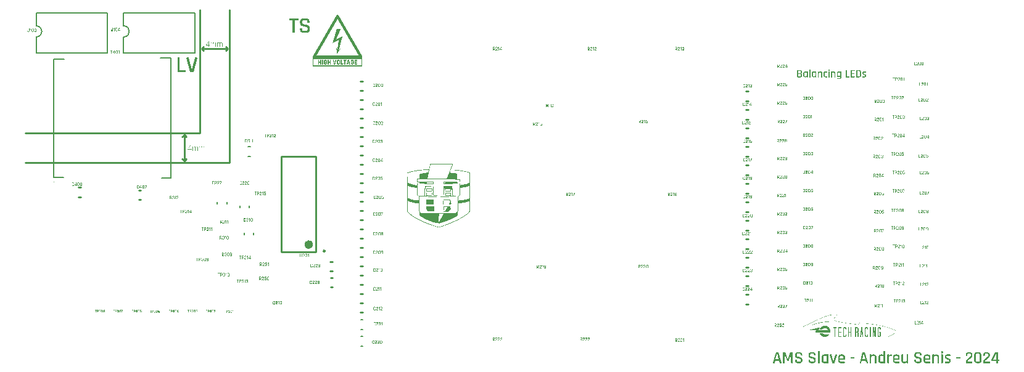
<source format=gto>
G04*
G04 #@! TF.GenerationSoftware,Altium Limited,Altium Designer,23.11.1 (41)*
G04*
G04 Layer_Color=65535*
%FSLAX44Y44*%
%MOMM*%
G71*
G04*
G04 #@! TF.SameCoordinates,5EC7E9E9-DCDC-4549-86B2-7143CB65AA8E*
G04*
G04*
G04 #@! TF.FilePolarity,Positive*
G04*
G01*
G75*
%ADD10C,0.2500*%
%ADD11C,0.6000*%
%ADD12C,0.1000*%
%ADD13C,0.2000*%
%ADD14C,0.2540*%
G36*
X429042Y492612D02*
X429344D01*
Y492511D01*
X429545D01*
Y492411D01*
X429646D01*
Y492310D01*
X429847D01*
Y492209D01*
X429947D01*
Y492109D01*
X430048D01*
Y491908D01*
X430149D01*
Y491807D01*
X430249D01*
Y491606D01*
X430350D01*
Y491405D01*
X430450D01*
Y491203D01*
X430551D01*
Y491103D01*
X430652D01*
Y490902D01*
X430752D01*
Y490701D01*
X430853D01*
Y490600D01*
X430953D01*
Y490399D01*
X431054D01*
Y490198D01*
X431154D01*
Y489996D01*
X431255D01*
Y489896D01*
X431356D01*
Y489695D01*
X431456D01*
Y489493D01*
X431557D01*
Y489292D01*
X431657D01*
Y489192D01*
X431758D01*
Y488991D01*
X431858D01*
Y488789D01*
X431959D01*
Y488689D01*
X432060D01*
Y488488D01*
X432160D01*
Y488287D01*
X432261D01*
Y488085D01*
X432361D01*
Y487985D01*
X432462D01*
Y487784D01*
X432563D01*
Y487582D01*
X432663D01*
Y487381D01*
X432764D01*
Y487281D01*
X432864D01*
Y487079D01*
X432965D01*
Y486878D01*
X433066D01*
Y486677D01*
X433166D01*
Y486576D01*
X433267D01*
Y486375D01*
X433367D01*
Y486174D01*
X433468D01*
Y486073D01*
X433568D01*
Y485872D01*
X433669D01*
Y485671D01*
X433770D01*
Y485470D01*
X433870D01*
Y485369D01*
X433971D01*
Y485168D01*
X434071D01*
Y484967D01*
X434172D01*
Y484766D01*
X434273D01*
Y484665D01*
X434373D01*
Y484464D01*
X434474D01*
Y484263D01*
X434574D01*
Y484062D01*
X434675D01*
Y483961D01*
X434776D01*
Y483760D01*
X434876D01*
Y483559D01*
X434977D01*
Y483458D01*
X435077D01*
Y483257D01*
X435178D01*
Y483056D01*
X435279D01*
Y482855D01*
X435379D01*
Y482754D01*
X435480D01*
Y482553D01*
X435580D01*
Y482352D01*
X435681D01*
Y482150D01*
X435781D01*
Y482050D01*
X435882D01*
Y481849D01*
X435983D01*
Y481648D01*
X436083D01*
Y481446D01*
X436184D01*
Y481346D01*
X436284D01*
Y481145D01*
X436385D01*
Y480943D01*
X436486D01*
Y480843D01*
X436586D01*
Y480642D01*
X436687D01*
Y480441D01*
X436787D01*
Y480239D01*
X436888D01*
Y480139D01*
X436988D01*
Y479938D01*
X437089D01*
Y479736D01*
X437190D01*
Y479535D01*
X437290D01*
Y479435D01*
X437391D01*
Y479234D01*
X437491D01*
Y479032D01*
X437592D01*
Y478932D01*
X437693D01*
Y478731D01*
X437793D01*
Y478529D01*
X437894D01*
Y478328D01*
X437994D01*
Y478228D01*
X438095D01*
Y478027D01*
X438196D01*
Y477825D01*
X438296D01*
Y477624D01*
X438397D01*
Y477523D01*
X438497D01*
Y477322D01*
X438598D01*
Y477121D01*
X438699D01*
Y476920D01*
X438799D01*
Y476819D01*
X438900D01*
Y476618D01*
X439000D01*
Y476417D01*
X439101D01*
Y476316D01*
X439202D01*
Y476115D01*
X439302D01*
Y475914D01*
X439403D01*
Y475713D01*
X439503D01*
Y475612D01*
X439604D01*
Y475411D01*
X439704D01*
Y475210D01*
X439805D01*
Y475009D01*
X439906D01*
Y474908D01*
X440006D01*
Y474707D01*
X440107D01*
Y474506D01*
X440207D01*
Y474305D01*
X440308D01*
Y474204D01*
X440409D01*
Y474003D01*
X440509D01*
Y473802D01*
X440610D01*
Y473701D01*
X440710D01*
Y473500D01*
X440811D01*
Y473299D01*
X440911D01*
Y473098D01*
X441012D01*
Y472997D01*
X441113D01*
Y472796D01*
X441213D01*
Y472595D01*
X441314D01*
Y472393D01*
X441414D01*
Y472293D01*
X441515D01*
Y472092D01*
X441616D01*
Y471891D01*
X441716D01*
Y471689D01*
X441817D01*
Y471589D01*
X441917D01*
Y471388D01*
X442018D01*
Y471186D01*
X442118D01*
Y471086D01*
X442219D01*
Y470885D01*
X442320D01*
Y470684D01*
X442420D01*
Y470482D01*
X442521D01*
Y470382D01*
X442621D01*
Y470181D01*
X442722D01*
Y469979D01*
X442823D01*
Y469778D01*
X442923D01*
Y469678D01*
X443024D01*
Y469477D01*
X443124D01*
Y469275D01*
X443225D01*
Y469074D01*
X443326D01*
Y468974D01*
X443426D01*
Y468772D01*
X443527D01*
Y468571D01*
X443627D01*
Y468471D01*
X443728D01*
Y468269D01*
X443829D01*
Y468068D01*
X443929D01*
Y467867D01*
X444030D01*
Y467766D01*
X444130D01*
Y467565D01*
X444231D01*
Y467364D01*
X444331D01*
Y467163D01*
X444432D01*
Y467062D01*
X444533D01*
Y466861D01*
X444633D01*
Y466660D01*
X444734D01*
Y466559D01*
X444834D01*
Y466358D01*
X444935D01*
Y466157D01*
X445036D01*
Y466056D01*
Y465956D01*
X445136D01*
Y465855D01*
X445237D01*
Y465654D01*
X445337D01*
Y465453D01*
X445438D01*
Y465252D01*
X445538D01*
Y465151D01*
X445639D01*
Y464950D01*
X445740D01*
Y464749D01*
X445840D01*
Y464548D01*
X445941D01*
Y464447D01*
X446041D01*
Y464246D01*
X446142D01*
Y464045D01*
X446243D01*
Y463944D01*
X446343D01*
Y463743D01*
X446444D01*
Y463542D01*
X446544D01*
Y463341D01*
X446645D01*
Y463240D01*
X446746D01*
Y463039D01*
X446846D01*
Y462838D01*
X446947D01*
Y462636D01*
X447047D01*
Y462536D01*
X447148D01*
Y462335D01*
X447248D01*
Y462133D01*
X447349D01*
Y461932D01*
X447450D01*
Y461832D01*
X447550D01*
Y461631D01*
X447651D01*
Y461429D01*
X447752D01*
Y461329D01*
X447852D01*
Y461128D01*
X447953D01*
Y460926D01*
X448053D01*
Y460725D01*
X448154D01*
Y460625D01*
X448254D01*
Y460424D01*
X448355D01*
Y460222D01*
X448456D01*
Y460021D01*
X448556D01*
Y459921D01*
X448657D01*
Y459719D01*
X448757D01*
Y459518D01*
X448858D01*
Y459317D01*
X448959D01*
Y459216D01*
X449059D01*
Y459015D01*
X449160D01*
Y458814D01*
X449260D01*
Y458713D01*
X449361D01*
Y458512D01*
X449462D01*
Y458311D01*
X449562D01*
Y458110D01*
X449663D01*
Y458009D01*
X449763D01*
Y457808D01*
X449864D01*
Y457607D01*
X449964D01*
Y457406D01*
X450065D01*
Y457305D01*
X450166D01*
Y457104D01*
X450266D01*
Y456903D01*
X450367D01*
Y456802D01*
X450467D01*
Y456601D01*
X450568D01*
Y456400D01*
X450668D01*
Y456199D01*
X450769D01*
Y456098D01*
X450870D01*
Y455897D01*
X450970D01*
Y455696D01*
X451071D01*
Y455495D01*
X451171D01*
Y455394D01*
X451272D01*
Y455193D01*
X451373D01*
Y454992D01*
X451473D01*
Y454791D01*
X451574D01*
Y454690D01*
X451674D01*
Y454489D01*
X451775D01*
Y454288D01*
X451876D01*
Y454187D01*
X451976D01*
Y453986D01*
X452077D01*
Y453785D01*
X452177D01*
Y453583D01*
X452278D01*
Y453483D01*
X452379D01*
Y453282D01*
X452479D01*
Y453081D01*
X452580D01*
Y452879D01*
X452680D01*
Y452779D01*
X452781D01*
Y452578D01*
X452881D01*
Y452376D01*
X452982D01*
Y452175D01*
X453083D01*
Y452075D01*
X453183D01*
Y451874D01*
X453284D01*
Y451672D01*
X453384D01*
Y451572D01*
X453485D01*
Y451371D01*
X453586D01*
Y451169D01*
X453686D01*
Y450968D01*
X453787D01*
Y450868D01*
X453887D01*
Y450667D01*
X453988D01*
Y450465D01*
X454089D01*
Y450264D01*
X454189D01*
Y450163D01*
X454290D01*
Y449962D01*
X454390D01*
Y449761D01*
X454491D01*
Y449560D01*
X454591D01*
Y449459D01*
X454692D01*
Y449258D01*
X454793D01*
Y449057D01*
X454893D01*
Y448956D01*
X454994D01*
Y448755D01*
X455094D01*
Y448554D01*
X455195D01*
Y448353D01*
X455296D01*
Y448252D01*
X455396D01*
Y448051D01*
X455497D01*
Y447850D01*
X455597D01*
Y447649D01*
X455698D01*
Y447548D01*
X455798D01*
Y447347D01*
X455899D01*
Y447146D01*
X456000D01*
Y446945D01*
X456100D01*
Y446844D01*
X456201D01*
Y446643D01*
X456301D01*
Y446442D01*
X456402D01*
Y446341D01*
X456503D01*
Y446140D01*
X456603D01*
Y445939D01*
X456704D01*
Y445738D01*
X456804D01*
Y445637D01*
X456905D01*
Y445436D01*
X457006D01*
Y445235D01*
X457106D01*
Y445033D01*
X457207D01*
Y444933D01*
X457307D01*
Y444732D01*
X457408D01*
Y444531D01*
X457509D01*
Y444430D01*
X457609D01*
Y444229D01*
X457710D01*
Y444028D01*
X457810D01*
Y443826D01*
X457911D01*
Y443726D01*
X458012D01*
Y443525D01*
X458112D01*
Y443324D01*
X458213D01*
Y443122D01*
X458313D01*
Y443022D01*
X458414D01*
Y442821D01*
X458514D01*
Y442619D01*
X458615D01*
Y442418D01*
X458716D01*
Y442318D01*
X458816D01*
Y442116D01*
X458917D01*
Y441915D01*
X459017D01*
Y441815D01*
X459118D01*
Y441614D01*
X459218D01*
Y441412D01*
X459319D01*
Y441211D01*
X459420D01*
Y441111D01*
X459520D01*
Y440909D01*
X459621D01*
Y440708D01*
X459721D01*
Y440507D01*
X459822D01*
Y440406D01*
X459923D01*
Y440205D01*
X460023D01*
Y440004D01*
X460124D01*
Y439803D01*
X460224D01*
Y439702D01*
X460325D01*
Y439501D01*
X460426D01*
Y439300D01*
X460526D01*
Y439199D01*
X460627D01*
Y438998D01*
X460727D01*
Y438797D01*
X460828D01*
Y438596D01*
X460928D01*
Y438495D01*
X461029D01*
Y438294D01*
X461130D01*
Y438093D01*
X461230D01*
Y437892D01*
X461331D01*
Y437791D01*
X461431D01*
Y437590D01*
X461532D01*
Y437389D01*
X461633D01*
Y437188D01*
X461733D01*
Y437087D01*
X461834D01*
Y436886D01*
X461934D01*
Y436685D01*
X462035D01*
Y436584D01*
X462136D01*
Y436383D01*
X462236D01*
Y436182D01*
X462337D01*
Y435981D01*
X462437D01*
Y435779D01*
X462538D01*
Y435578D01*
X462639D01*
Y434572D01*
X462538D01*
Y434271D01*
X462437D01*
Y434069D01*
X462337D01*
Y433969D01*
X462236D01*
Y433868D01*
X462136D01*
Y433768D01*
X462035D01*
Y433667D01*
X461934D01*
Y433566D01*
X461834D01*
Y433466D01*
X461633D01*
Y433365D01*
X461331D01*
Y433265D01*
X462639D01*
Y422099D01*
X394540D01*
Y433265D01*
X395848D01*
Y433365D01*
X395546D01*
Y433466D01*
X395345D01*
Y433566D01*
X395244D01*
Y433667D01*
X395144D01*
Y433768D01*
X395043D01*
Y433868D01*
X394943D01*
Y433969D01*
X394842D01*
Y434069D01*
X394742D01*
Y434271D01*
X394641D01*
Y434572D01*
X394540D01*
Y435578D01*
X394641D01*
Y435880D01*
X394742D01*
Y435981D01*
X394842D01*
Y436182D01*
X394943D01*
Y436383D01*
X395043D01*
Y436584D01*
X395144D01*
Y436685D01*
X395244D01*
Y436886D01*
X395345D01*
Y437087D01*
X395446D01*
Y437288D01*
X395546D01*
Y437389D01*
X395647D01*
Y437590D01*
X395747D01*
Y437791D01*
X395848D01*
Y437992D01*
X395948D01*
Y438093D01*
X396049D01*
Y438294D01*
X396150D01*
Y438495D01*
X396250D01*
Y438596D01*
X396351D01*
Y438797D01*
X396451D01*
Y438998D01*
X396552D01*
Y439199D01*
X396653D01*
Y439300D01*
X396753D01*
Y439501D01*
X396854D01*
Y439702D01*
X396954D01*
Y439903D01*
X397055D01*
Y440004D01*
X397156D01*
Y440205D01*
X397256D01*
Y440406D01*
X397357D01*
Y440608D01*
X397457D01*
Y440708D01*
X397558D01*
Y440909D01*
X397659D01*
Y441111D01*
X397759D01*
Y441211D01*
X397860D01*
Y441412D01*
X397960D01*
Y441614D01*
X398061D01*
Y441815D01*
X398162D01*
Y441915D01*
X398262D01*
Y442116D01*
X398363D01*
Y442318D01*
X398463D01*
Y442519D01*
X398564D01*
Y442619D01*
X398664D01*
Y442821D01*
X398765D01*
Y443022D01*
X398866D01*
Y443122D01*
X398966D01*
Y443324D01*
X399067D01*
Y443525D01*
X399167D01*
Y443726D01*
X399268D01*
Y443826D01*
X399369D01*
Y444028D01*
X399469D01*
Y444229D01*
X399570D01*
Y444430D01*
X399670D01*
Y444531D01*
X399771D01*
Y444732D01*
X399871D01*
Y444933D01*
X399972D01*
Y445134D01*
X400073D01*
Y445235D01*
X400173D01*
Y445436D01*
X400274D01*
Y445637D01*
X400374D01*
Y445738D01*
X400475D01*
Y445939D01*
X400576D01*
Y446140D01*
X400676D01*
Y446341D01*
X400777D01*
Y446442D01*
X400877D01*
Y446643D01*
X400978D01*
Y446844D01*
X401078D01*
Y447045D01*
X401179D01*
Y447146D01*
X401280D01*
Y447347D01*
X401380D01*
Y447548D01*
X401481D01*
Y447749D01*
X401581D01*
Y447850D01*
X401682D01*
Y448051D01*
X401783D01*
Y448252D01*
X401883D01*
Y448353D01*
X401984D01*
Y448554D01*
X402084D01*
Y448755D01*
X402185D01*
Y448956D01*
X402286D01*
Y449057D01*
X402386D01*
Y449258D01*
X402487D01*
Y449459D01*
X402587D01*
Y449661D01*
X402688D01*
Y449761D01*
X402789D01*
Y449962D01*
X402889D01*
Y450163D01*
X402990D01*
Y450365D01*
X403090D01*
Y450465D01*
X403191D01*
Y450667D01*
X403292D01*
Y450868D01*
X403392D01*
Y450968D01*
X403493D01*
Y451169D01*
X403593D01*
Y451371D01*
X403694D01*
Y451572D01*
X403794D01*
Y451672D01*
X403895D01*
Y451874D01*
X403996D01*
Y452075D01*
X404096D01*
Y452276D01*
X404197D01*
Y452376D01*
X404297D01*
Y452578D01*
X404398D01*
Y452779D01*
X404498D01*
Y452879D01*
X404599D01*
Y453081D01*
X404700D01*
Y453282D01*
X404800D01*
Y453483D01*
X404901D01*
Y453583D01*
X405001D01*
Y453785D01*
X405102D01*
Y453986D01*
X405203D01*
Y454187D01*
X405303D01*
Y454288D01*
X405404D01*
Y454489D01*
X405504D01*
Y454690D01*
X405605D01*
Y454891D01*
X405706D01*
Y454992D01*
X405806D01*
Y455193D01*
X405907D01*
Y455394D01*
X406007D01*
Y455495D01*
X406108D01*
Y455696D01*
X406208D01*
Y455897D01*
X406309D01*
Y456098D01*
X406410D01*
Y456199D01*
X406510D01*
Y456400D01*
X406611D01*
Y456601D01*
X406712D01*
Y456802D01*
X406812D01*
Y456903D01*
X406913D01*
Y457104D01*
X407013D01*
Y457305D01*
X407114D01*
Y457506D01*
X407214D01*
Y457607D01*
X407315D01*
Y457808D01*
X407416D01*
Y458009D01*
X407516D01*
Y458110D01*
X407617D01*
Y458311D01*
X407717D01*
Y458512D01*
X407818D01*
Y458713D01*
X407919D01*
Y458814D01*
X408019D01*
Y459015D01*
X408120D01*
Y459216D01*
X408220D01*
Y459418D01*
X408321D01*
Y459518D01*
X408422D01*
Y459719D01*
X408522D01*
Y459921D01*
X408623D01*
Y460122D01*
X408723D01*
Y460222D01*
X408824D01*
Y460424D01*
X408924D01*
Y460625D01*
X409025D01*
Y460725D01*
X409126D01*
Y460926D01*
X409226D01*
Y461128D01*
X409327D01*
Y461329D01*
X409427D01*
Y461429D01*
X409528D01*
Y461631D01*
X409628D01*
Y461832D01*
X409729D01*
Y462033D01*
X409830D01*
Y462133D01*
X409930D01*
Y462335D01*
X410031D01*
Y462536D01*
X410131D01*
Y462636D01*
X410232D01*
Y462838D01*
X410333D01*
Y463039D01*
X410433D01*
Y463240D01*
X410534D01*
Y463341D01*
X410634D01*
Y463542D01*
X410735D01*
Y463743D01*
X410836D01*
Y463944D01*
X410936D01*
Y464045D01*
X411037D01*
Y464246D01*
X411137D01*
Y464447D01*
X411238D01*
Y464648D01*
X411339D01*
Y464749D01*
X411439D01*
Y464950D01*
X411540D01*
Y465151D01*
X411640D01*
Y465252D01*
X411741D01*
Y465453D01*
X411842D01*
Y465654D01*
X411942D01*
Y465855D01*
X412043D01*
Y465956D01*
X412143D01*
Y466157D01*
X412244D01*
Y466358D01*
X412344D01*
Y466559D01*
X412445D01*
Y466660D01*
X412546D01*
Y466861D01*
X412646D01*
Y467062D01*
X412747D01*
Y467263D01*
X412847D01*
Y467364D01*
X412948D01*
Y467565D01*
X413049D01*
Y467766D01*
X413149D01*
Y467867D01*
X413250D01*
Y468068D01*
X413350D01*
Y468269D01*
X413451D01*
Y468471D01*
X413551D01*
Y468571D01*
X413652D01*
Y468772D01*
X413753D01*
Y468974D01*
X413853D01*
Y469175D01*
X413954D01*
Y469275D01*
X414054D01*
Y469477D01*
X414155D01*
Y469678D01*
X414256D01*
Y469879D01*
X414356D01*
Y469979D01*
X414457D01*
Y470181D01*
X414557D01*
Y470382D01*
X414658D01*
Y470482D01*
X414758D01*
Y470684D01*
X414859D01*
Y470885D01*
X414960D01*
Y471086D01*
X415060D01*
Y471186D01*
X415161D01*
Y471388D01*
X415261D01*
Y471589D01*
X415362D01*
Y471790D01*
X415463D01*
Y471891D01*
X415563D01*
Y472092D01*
X415664D01*
Y472293D01*
X415764D01*
Y472494D01*
X415865D01*
Y472595D01*
X415966D01*
Y472796D01*
X416066D01*
Y472997D01*
X416167D01*
Y473098D01*
X416267D01*
Y473299D01*
X416368D01*
Y473500D01*
X416469D01*
Y473701D01*
X416569D01*
Y473802D01*
X416670D01*
Y474003D01*
X416770D01*
Y474204D01*
X416871D01*
Y474405D01*
X416972D01*
Y474506D01*
X417072D01*
Y474707D01*
X417173D01*
Y474908D01*
X417273D01*
Y475009D01*
X417374D01*
Y475210D01*
X417474D01*
Y475411D01*
X417575D01*
Y475612D01*
X417676D01*
Y475713D01*
X417776D01*
Y475914D01*
X417877D01*
Y476115D01*
X417977D01*
Y476316D01*
X418078D01*
Y476417D01*
X418178D01*
Y476618D01*
X418279D01*
Y476819D01*
X418380D01*
Y477021D01*
X418480D01*
Y477121D01*
X418581D01*
Y477322D01*
X418681D01*
Y477523D01*
X418782D01*
Y477624D01*
X418883D01*
Y477825D01*
X418983D01*
Y478027D01*
X419084D01*
Y478228D01*
X419184D01*
Y478328D01*
X419285D01*
Y478529D01*
X419386D01*
Y478731D01*
X419486D01*
Y478932D01*
X419587D01*
Y479032D01*
X419687D01*
Y479234D01*
X419788D01*
Y479435D01*
X419888D01*
Y479636D01*
X419989D01*
Y479736D01*
X420090D01*
Y479938D01*
X420190D01*
Y480139D01*
X420291D01*
Y480239D01*
X420392D01*
Y480441D01*
X420492D01*
Y480642D01*
X420593D01*
Y480843D01*
X420693D01*
Y480943D01*
X420794D01*
Y481145D01*
X420894D01*
Y481346D01*
X420995D01*
Y481547D01*
X421096D01*
Y481648D01*
X421196D01*
Y481849D01*
X421297D01*
Y482050D01*
X421397D01*
Y482251D01*
X421498D01*
Y482352D01*
X421599D01*
Y482553D01*
X421699D01*
Y482754D01*
X421800D01*
Y482855D01*
X421900D01*
Y483056D01*
X422001D01*
Y483257D01*
X422102D01*
Y483458D01*
X422202D01*
Y483559D01*
X422303D01*
Y483760D01*
X422403D01*
Y483961D01*
X422504D01*
Y484162D01*
X422604D01*
Y484263D01*
X422705D01*
Y484464D01*
X422806D01*
Y484665D01*
X422906D01*
Y484766D01*
X423007D01*
Y484967D01*
X423107D01*
Y485168D01*
X423208D01*
Y485369D01*
X423308D01*
Y485470D01*
X423409D01*
Y485671D01*
X423510D01*
Y485872D01*
X423610D01*
Y486073D01*
X423711D01*
Y486174D01*
X423811D01*
Y486375D01*
X423912D01*
Y486576D01*
X424013D01*
Y486778D01*
X424113D01*
Y486878D01*
X424214D01*
Y487079D01*
X424314D01*
Y487281D01*
X424415D01*
Y487381D01*
X424516D01*
Y487582D01*
X424616D01*
Y487784D01*
X424717D01*
Y487985D01*
X424817D01*
Y488085D01*
X424918D01*
Y488287D01*
X425019D01*
Y488488D01*
X425119D01*
Y488689D01*
X425220D01*
Y488789D01*
X425320D01*
Y488991D01*
X425421D01*
Y489192D01*
X425522D01*
Y489393D01*
X425622D01*
Y489493D01*
X425723D01*
Y489695D01*
X425823D01*
Y489896D01*
X425924D01*
Y489996D01*
X426024D01*
Y490198D01*
X426125D01*
Y490399D01*
X426226D01*
Y490600D01*
X426326D01*
Y490701D01*
X426427D01*
Y490902D01*
X426527D01*
Y491103D01*
X426628D01*
Y491304D01*
X426729D01*
Y491405D01*
X426829D01*
Y491606D01*
X426930D01*
Y491807D01*
X427030D01*
Y491908D01*
X427131D01*
Y492109D01*
X427231D01*
Y492209D01*
X427332D01*
Y492310D01*
X427533D01*
Y492411D01*
X427634D01*
Y492511D01*
X427835D01*
Y492612D01*
X428137D01*
Y492712D01*
X429042D01*
Y492612D01*
D02*
G37*
G36*
X587081Y287716D02*
X586993D01*
Y287451D01*
X586904D01*
Y287274D01*
X586816D01*
Y287008D01*
X586727D01*
Y286831D01*
X586639D01*
Y286566D01*
X586550D01*
Y286300D01*
X586462D01*
Y286123D01*
X586373D01*
Y285858D01*
X586285D01*
Y285681D01*
X586196D01*
Y285415D01*
X586107D01*
Y285238D01*
X586019D01*
Y284972D01*
X585930D01*
Y284707D01*
X585842D01*
Y284530D01*
X585754D01*
Y284264D01*
X585665D01*
Y284087D01*
X585577D01*
Y283822D01*
X585488D01*
Y283645D01*
X585399D01*
Y283379D01*
X585311D01*
Y283202D01*
X585222D01*
Y282936D01*
X585134D01*
Y282671D01*
X585045D01*
Y282494D01*
X584957D01*
Y282228D01*
X584868D01*
Y282051D01*
X584780D01*
Y281786D01*
X584691D01*
Y281609D01*
X584603D01*
Y281343D01*
X584514D01*
Y281078D01*
X584426D01*
Y280901D01*
X584337D01*
Y280635D01*
X584249D01*
Y280458D01*
X584160D01*
Y280193D01*
X584072D01*
Y280016D01*
X583983D01*
Y279927D01*
X586727D01*
Y279839D01*
X588940D01*
Y279750D01*
X590356D01*
Y279661D01*
X591507D01*
Y279573D01*
X592481D01*
Y279484D01*
X593277D01*
Y279396D01*
X594074D01*
Y279307D01*
X594870D01*
Y279219D01*
X595579D01*
Y279130D01*
X596198D01*
Y279042D01*
X596818D01*
Y278953D01*
X597438D01*
Y278865D01*
X598057D01*
Y278776D01*
X598588D01*
Y278688D01*
X599119D01*
Y278599D01*
X599650D01*
Y278511D01*
X600182D01*
Y278422D01*
X600624D01*
Y278334D01*
X601155D01*
Y278245D01*
X601598D01*
Y278157D01*
X602040D01*
Y278068D01*
X602483D01*
Y277980D01*
X602925D01*
Y277891D01*
X603368D01*
Y277803D01*
X603811D01*
Y277714D01*
X604253D01*
Y277626D01*
X604607D01*
Y277537D01*
X605050D01*
Y277449D01*
X605404D01*
Y277360D01*
X605758D01*
Y277271D01*
X606200D01*
Y277183D01*
X606554D01*
Y277094D01*
X606909D01*
Y277006D01*
X607263D01*
Y276917D01*
X607617D01*
Y276829D01*
X607971D01*
Y276740D01*
X608325D01*
Y276652D01*
X608679D01*
Y276563D01*
X608945D01*
Y276475D01*
X609299D01*
Y276386D01*
X609653D01*
Y276298D01*
X609918D01*
Y276209D01*
X610007D01*
Y276032D01*
X610095D01*
Y275944D01*
X610184D01*
Y275855D01*
X610272D01*
Y275767D01*
X610361D01*
Y275590D01*
X610449D01*
Y275501D01*
X610538D01*
Y275324D01*
X610626D01*
Y223720D01*
X610538D01*
Y223366D01*
X610449D01*
Y223100D01*
X610361D01*
Y222923D01*
X610272D01*
Y222746D01*
X610184D01*
Y222569D01*
X610095D01*
Y222392D01*
X610007D01*
Y222215D01*
X609918D01*
Y222127D01*
X609830D01*
Y221950D01*
X609741D01*
Y221861D01*
X609653D01*
Y221684D01*
X609564D01*
Y221595D01*
X609476D01*
Y221507D01*
X609387D01*
Y221330D01*
X609299D01*
Y221241D01*
X609210D01*
Y221153D01*
X609122D01*
Y221064D01*
X609033D01*
Y220976D01*
X608945D01*
Y220887D01*
X608856D01*
Y220710D01*
X608767D01*
Y220622D01*
X608679D01*
Y220533D01*
X608590D01*
Y220445D01*
X608502D01*
Y220356D01*
X608413D01*
Y220268D01*
X608325D01*
Y220179D01*
X608236D01*
Y220091D01*
X608148D01*
Y220002D01*
X608059D01*
Y219914D01*
X607971D01*
Y219825D01*
X607882D01*
Y219737D01*
X607794D01*
Y219648D01*
X607617D01*
Y219560D01*
X607528D01*
Y219471D01*
X607440D01*
Y219383D01*
X607351D01*
Y219294D01*
X607263D01*
Y219206D01*
X607174D01*
Y219117D01*
X607086D01*
Y219029D01*
X606997D01*
Y218940D01*
X606820D01*
Y218852D01*
X606732D01*
Y218763D01*
X606643D01*
Y218675D01*
X606554D01*
Y218586D01*
X606466D01*
Y218498D01*
X606289D01*
Y218409D01*
X606200D01*
Y218320D01*
X606112D01*
Y218232D01*
X606023D01*
Y218143D01*
X605846D01*
Y218055D01*
X605758D01*
Y217966D01*
X605669D01*
Y217878D01*
X605492D01*
Y217789D01*
X605404D01*
Y217701D01*
X605315D01*
Y217612D01*
X605138D01*
Y217524D01*
X605050D01*
Y217435D01*
X604961D01*
Y217347D01*
X604784D01*
Y217258D01*
X604696D01*
Y217170D01*
X604519D01*
Y217081D01*
X604430D01*
Y216993D01*
X604342D01*
Y216904D01*
X604165D01*
Y216816D01*
X604076D01*
Y216727D01*
X603899D01*
Y216639D01*
X603811D01*
Y216550D01*
X603633D01*
Y216462D01*
X603545D01*
Y216373D01*
X603368D01*
Y216285D01*
X603279D01*
Y216196D01*
X603102D01*
Y216108D01*
X603014D01*
Y216019D01*
X602837D01*
Y215931D01*
X602748D01*
Y215842D01*
X602571D01*
Y215753D01*
X602483D01*
Y215665D01*
X602306D01*
Y215576D01*
X602217D01*
Y215488D01*
X602040D01*
Y215399D01*
X601952D01*
Y215311D01*
X601775D01*
Y215222D01*
X601598D01*
Y215134D01*
X601509D01*
Y215045D01*
X601332D01*
Y214957D01*
X601155D01*
Y214868D01*
X601067D01*
Y214780D01*
X600890D01*
Y214691D01*
X600801D01*
Y214603D01*
X600624D01*
Y214514D01*
X600447D01*
Y214426D01*
X600359D01*
Y214337D01*
X600182D01*
Y214249D01*
X600004D01*
Y214160D01*
X599916D01*
Y214072D01*
X599739D01*
Y213983D01*
X599562D01*
Y213895D01*
X599385D01*
Y213806D01*
X599296D01*
Y213718D01*
X599119D01*
Y213629D01*
X598942D01*
Y213541D01*
X598765D01*
Y213452D01*
X598677D01*
Y213364D01*
X598500D01*
Y213275D01*
X598323D01*
Y213187D01*
X598146D01*
Y213098D01*
X598057D01*
Y213009D01*
X597880D01*
Y212921D01*
X597703D01*
Y212833D01*
X597526D01*
Y212744D01*
X597349D01*
Y212656D01*
X597261D01*
Y212567D01*
X597083D01*
Y212478D01*
X596906D01*
Y212390D01*
X596729D01*
Y212301D01*
X596552D01*
Y212213D01*
X596375D01*
Y212124D01*
X596198D01*
Y212036D01*
X596110D01*
Y211947D01*
X595933D01*
Y211859D01*
X595756D01*
Y211770D01*
X595579D01*
Y211682D01*
X595402D01*
Y211593D01*
X595225D01*
Y211505D01*
X595048D01*
Y211416D01*
X594870D01*
Y211328D01*
X594693D01*
Y211239D01*
X594516D01*
Y211151D01*
X594339D01*
Y211062D01*
X594162D01*
Y210974D01*
X593985D01*
Y210885D01*
X593808D01*
Y210797D01*
X593631D01*
Y210708D01*
X593454D01*
Y210620D01*
X593277D01*
Y210531D01*
X593100D01*
Y210443D01*
X592923D01*
Y210354D01*
X592746D01*
Y210266D01*
X592569D01*
Y210177D01*
X592392D01*
Y210089D01*
X592215D01*
Y210000D01*
X592038D01*
Y209911D01*
X591861D01*
Y209823D01*
X591684D01*
Y209734D01*
X591507D01*
Y209646D01*
X591330D01*
Y209557D01*
X591153D01*
Y209469D01*
X590976D01*
Y209380D01*
X590799D01*
Y209292D01*
X590622D01*
Y209203D01*
X590356D01*
Y209115D01*
X590179D01*
Y209026D01*
X590002D01*
Y208938D01*
X589825D01*
Y208849D01*
X589648D01*
Y208761D01*
X589471D01*
Y208672D01*
X589294D01*
Y208584D01*
X589029D01*
Y208495D01*
X588852D01*
Y208407D01*
X588675D01*
Y208318D01*
X588498D01*
Y208230D01*
X588320D01*
Y208141D01*
X588055D01*
Y208053D01*
X587878D01*
Y207964D01*
X587701D01*
Y207876D01*
X587524D01*
Y207787D01*
X587258D01*
Y207699D01*
X587081D01*
Y207610D01*
X586904D01*
Y207522D01*
X586727D01*
Y207433D01*
X586462D01*
Y207345D01*
X586285D01*
Y207256D01*
X586107D01*
Y207167D01*
X585842D01*
Y207079D01*
X585665D01*
Y206991D01*
X585488D01*
Y206902D01*
X585311D01*
Y206814D01*
X585045D01*
Y206725D01*
X584868D01*
Y206636D01*
X584691D01*
Y206548D01*
X584426D01*
Y206459D01*
X584249D01*
Y206371D01*
X583983D01*
Y206282D01*
X583806D01*
Y206194D01*
X583629D01*
Y206105D01*
X583364D01*
Y206017D01*
X583186D01*
Y205928D01*
X582921D01*
Y205840D01*
X582744D01*
Y205751D01*
X582478D01*
Y205663D01*
X582301D01*
Y205574D01*
X582124D01*
Y205486D01*
X581859D01*
Y205397D01*
X581682D01*
Y205309D01*
X581416D01*
Y205220D01*
X581239D01*
Y205132D01*
X580974D01*
Y205043D01*
X580797D01*
Y204955D01*
X580531D01*
Y204866D01*
X580354D01*
Y204778D01*
X580089D01*
Y204689D01*
X579823D01*
Y204601D01*
X579646D01*
Y204512D01*
X579380D01*
Y204424D01*
X579203D01*
Y204335D01*
X578938D01*
Y204247D01*
X578672D01*
Y204158D01*
X578495D01*
Y204069D01*
X578230D01*
Y203981D01*
X578053D01*
Y203892D01*
X577787D01*
Y203804D01*
X577522D01*
Y203715D01*
X577256D01*
Y203627D01*
X577079D01*
Y203538D01*
X576814D01*
Y203450D01*
X576548D01*
Y203361D01*
X576371D01*
Y203273D01*
X576105D01*
Y203184D01*
X575840D01*
Y203096D01*
X575574D01*
Y203007D01*
X575397D01*
Y202919D01*
X575132D01*
Y202830D01*
X574866D01*
Y202742D01*
X574601D01*
Y202653D01*
X574335D01*
Y202565D01*
X574070D01*
Y202476D01*
X573893D01*
Y202388D01*
X573627D01*
Y202299D01*
X573361D01*
Y202211D01*
X573096D01*
Y202122D01*
X572830D01*
Y202034D01*
X572565D01*
Y201945D01*
X572299D01*
Y201857D01*
X572034D01*
Y201768D01*
X571768D01*
Y201680D01*
X571502D01*
Y201591D01*
X571237D01*
Y201503D01*
X570971D01*
Y201414D01*
X570706D01*
Y201325D01*
X570440D01*
Y201237D01*
X570175D01*
Y201148D01*
X569909D01*
Y201060D01*
X569555D01*
Y200972D01*
X569290D01*
Y200883D01*
X569024D01*
Y200794D01*
X568759D01*
Y200706D01*
X568493D01*
Y200617D01*
X568139D01*
Y200529D01*
X567873D01*
Y200440D01*
X567608D01*
Y200352D01*
X567077D01*
Y200440D01*
X566811D01*
Y200529D01*
X566546D01*
Y200617D01*
X566280D01*
Y200706D01*
X565926D01*
Y200794D01*
X565661D01*
Y200883D01*
X565395D01*
Y200972D01*
X565130D01*
Y201060D01*
X564775D01*
Y201148D01*
X564510D01*
Y201237D01*
X564244D01*
Y201325D01*
X563979D01*
Y201414D01*
X563713D01*
Y201503D01*
X563359D01*
Y201591D01*
X563094D01*
Y201680D01*
X562828D01*
Y201768D01*
X562562D01*
Y201857D01*
X562297D01*
Y201945D01*
X562031D01*
Y202034D01*
X561766D01*
Y202122D01*
X561500D01*
Y202211D01*
X561235D01*
Y202299D01*
X560969D01*
Y202388D01*
X560704D01*
Y202476D01*
X560438D01*
Y202565D01*
X560173D01*
Y202653D01*
X559907D01*
Y202742D01*
X559641D01*
Y202830D01*
X559376D01*
Y202919D01*
X559110D01*
Y203007D01*
X558845D01*
Y203096D01*
X558579D01*
Y203184D01*
X558314D01*
Y203273D01*
X558048D01*
Y203361D01*
X557871D01*
Y203450D01*
X557606D01*
Y203538D01*
X557340D01*
Y203627D01*
X557075D01*
Y203715D01*
X556809D01*
Y203804D01*
X556544D01*
Y203892D01*
X556367D01*
Y203981D01*
X556101D01*
Y204069D01*
X555835D01*
Y204158D01*
X555570D01*
Y204247D01*
X555393D01*
Y204335D01*
X555127D01*
Y204424D01*
X554862D01*
Y204512D01*
X554596D01*
Y204601D01*
X554419D01*
Y204689D01*
X554154D01*
Y204778D01*
X553888D01*
Y204866D01*
X553711D01*
Y204955D01*
X553446D01*
Y205043D01*
X553180D01*
Y205132D01*
X553003D01*
Y205220D01*
X552737D01*
Y205309D01*
X552472D01*
Y205397D01*
X552295D01*
Y205486D01*
X552029D01*
Y205574D01*
X551852D01*
Y205663D01*
X551587D01*
Y205751D01*
X551410D01*
Y205840D01*
X551144D01*
Y205928D01*
X550967D01*
Y206017D01*
X550701D01*
Y206105D01*
X550524D01*
Y206194D01*
X550259D01*
Y206282D01*
X550082D01*
Y206371D01*
X549816D01*
Y206459D01*
X549639D01*
Y206548D01*
X549374D01*
Y206636D01*
X549197D01*
Y206725D01*
X548931D01*
Y206814D01*
X548754D01*
Y206902D01*
X548489D01*
Y206991D01*
X548312D01*
Y207079D01*
X548134D01*
Y207167D01*
X547869D01*
Y207256D01*
X547692D01*
Y207345D01*
X547515D01*
Y207433D01*
X547249D01*
Y207522D01*
X547072D01*
Y207610D01*
X546895D01*
Y207699D01*
X546630D01*
Y207787D01*
X546453D01*
Y207876D01*
X546276D01*
Y207964D01*
X546010D01*
Y208053D01*
X545833D01*
Y208141D01*
X545656D01*
Y208230D01*
X545479D01*
Y208318D01*
X545214D01*
Y208407D01*
X545037D01*
Y208495D01*
X544860D01*
Y208584D01*
X544683D01*
Y208672D01*
X544417D01*
Y208761D01*
X544240D01*
Y208849D01*
X544063D01*
Y208938D01*
X543886D01*
Y209026D01*
X543709D01*
Y209115D01*
X543532D01*
Y209203D01*
X543266D01*
Y209292D01*
X543089D01*
Y209380D01*
X542912D01*
Y209469D01*
X542735D01*
Y209557D01*
X542558D01*
Y209646D01*
X542381D01*
Y209734D01*
X542204D01*
Y209823D01*
X542027D01*
Y209911D01*
X541850D01*
Y210000D01*
X541673D01*
Y210089D01*
X541496D01*
Y210177D01*
X541319D01*
Y210266D01*
X541142D01*
Y210354D01*
X540965D01*
Y210443D01*
X540788D01*
Y210531D01*
X540611D01*
Y210620D01*
X540434D01*
Y210708D01*
X540257D01*
Y210797D01*
X540080D01*
Y210885D01*
X539903D01*
Y210974D01*
X539726D01*
Y211062D01*
X539549D01*
Y211151D01*
X539371D01*
Y211239D01*
X539194D01*
Y211328D01*
X539017D01*
Y211416D01*
X538840D01*
Y211505D01*
X538663D01*
Y211593D01*
X538486D01*
Y211682D01*
X538309D01*
Y211770D01*
X538221D01*
Y211859D01*
X538044D01*
Y211947D01*
X537867D01*
Y212036D01*
X537690D01*
Y212124D01*
X537513D01*
Y212213D01*
X537336D01*
Y212301D01*
X537247D01*
Y212390D01*
X537070D01*
Y212478D01*
X536893D01*
Y212567D01*
X536716D01*
Y212656D01*
X536539D01*
Y212744D01*
X536451D01*
Y212833D01*
X536273D01*
Y212921D01*
X536096D01*
Y213009D01*
X535919D01*
Y213098D01*
X535831D01*
Y213187D01*
X535654D01*
Y213275D01*
X535477D01*
Y213364D01*
X535388D01*
Y213452D01*
X535211D01*
Y213541D01*
X535034D01*
Y213629D01*
X534946D01*
Y213718D01*
X534769D01*
Y213806D01*
X534592D01*
Y213895D01*
X534503D01*
Y213983D01*
X534326D01*
Y214072D01*
X534149D01*
Y214160D01*
X534061D01*
Y214249D01*
X533884D01*
Y214337D01*
X533795D01*
Y214426D01*
X533618D01*
Y214514D01*
X533441D01*
Y214603D01*
X533353D01*
Y214691D01*
X533176D01*
Y214780D01*
X533087D01*
Y214868D01*
X532910D01*
Y214957D01*
X532821D01*
Y215045D01*
X532644D01*
Y215134D01*
X532556D01*
Y215222D01*
X532379D01*
Y215311D01*
X532290D01*
Y215399D01*
X532113D01*
Y215488D01*
X532025D01*
Y215576D01*
X531848D01*
Y215665D01*
X531759D01*
Y215753D01*
X531582D01*
Y215842D01*
X531494D01*
Y215931D01*
X531317D01*
Y216019D01*
X531228D01*
Y216108D01*
X531051D01*
Y216196D01*
X530963D01*
Y216285D01*
X530874D01*
Y216373D01*
X530697D01*
Y216462D01*
X530608D01*
Y216550D01*
X530432D01*
Y216639D01*
X530343D01*
Y216727D01*
X530255D01*
Y216816D01*
X530078D01*
Y216904D01*
X529989D01*
Y216993D01*
X529900D01*
Y217081D01*
X529723D01*
Y217170D01*
X529635D01*
Y217258D01*
X529546D01*
Y217347D01*
X529369D01*
Y217435D01*
X529281D01*
Y217524D01*
X529192D01*
Y217612D01*
X529104D01*
Y217701D01*
X528927D01*
Y217789D01*
X528838D01*
Y217878D01*
X528750D01*
Y217966D01*
X528661D01*
Y218055D01*
X528484D01*
Y218143D01*
X528396D01*
Y218232D01*
X528307D01*
Y218320D01*
X528219D01*
Y218409D01*
X528130D01*
Y218498D01*
X527953D01*
Y218586D01*
X527865D01*
Y218675D01*
X527776D01*
Y218763D01*
X527687D01*
Y218852D01*
X527599D01*
Y218940D01*
X527510D01*
Y219029D01*
X527422D01*
Y219117D01*
X527333D01*
Y219206D01*
X527156D01*
Y219294D01*
X527068D01*
Y219383D01*
X526979D01*
Y219471D01*
X526891D01*
Y219560D01*
X526802D01*
Y219648D01*
X526714D01*
Y219737D01*
X526625D01*
Y219825D01*
X526537D01*
Y219914D01*
X526448D01*
Y220002D01*
X526360D01*
Y220091D01*
X526271D01*
Y220179D01*
X526183D01*
Y220268D01*
X526094D01*
Y220356D01*
X526006D01*
Y220445D01*
X525917D01*
Y220533D01*
X525829D01*
Y220622D01*
X525740D01*
Y220710D01*
X525652D01*
Y220799D01*
X525563D01*
Y220887D01*
X525475D01*
Y221064D01*
X525386D01*
Y221153D01*
X525298D01*
Y221241D01*
X525209D01*
Y221330D01*
X525121D01*
Y221418D01*
X525032D01*
Y221507D01*
X524944D01*
Y221684D01*
X524855D01*
Y221772D01*
X524767D01*
Y221861D01*
X524678D01*
Y222038D01*
X524590D01*
Y222127D01*
X524501D01*
Y222215D01*
X524412D01*
Y222392D01*
X524324D01*
Y222481D01*
X524235D01*
Y222658D01*
X524147D01*
Y222746D01*
X524058D01*
Y222923D01*
X523970D01*
Y227526D01*
X523881D01*
Y236997D01*
Y237086D01*
Y248770D01*
X523793D01*
Y258595D01*
X523704D01*
Y262666D01*
X523793D01*
Y270013D01*
X523704D01*
Y275678D01*
X523881D01*
Y275767D01*
X524147D01*
Y275855D01*
X524412D01*
Y275944D01*
X524590D01*
Y276032D01*
X524855D01*
Y276121D01*
X525121D01*
Y276209D01*
X525386D01*
Y276298D01*
X525652D01*
Y276386D01*
X525917D01*
Y276475D01*
X526271D01*
Y276563D01*
X526537D01*
Y276652D01*
X526802D01*
Y276740D01*
X527156D01*
Y276829D01*
X527422D01*
Y276917D01*
X527776D01*
Y277006D01*
X528042D01*
Y277094D01*
X528396D01*
Y277183D01*
X528750D01*
Y277271D01*
X529104D01*
Y277360D01*
X529369D01*
Y277449D01*
X529723D01*
Y277537D01*
X530166D01*
Y277626D01*
X530520D01*
Y277714D01*
X530874D01*
Y277803D01*
X531228D01*
Y277891D01*
X531671D01*
Y277980D01*
X532025D01*
Y278068D01*
X532467D01*
Y278157D01*
X532910D01*
Y278245D01*
X533353D01*
Y278334D01*
X533795D01*
Y278422D01*
X534238D01*
Y278511D01*
X534680D01*
Y278599D01*
X535211D01*
Y278688D01*
X535742D01*
Y278776D01*
X536273D01*
Y278865D01*
X536805D01*
Y278953D01*
X537336D01*
Y279042D01*
X537955D01*
Y279130D01*
X538575D01*
Y279219D01*
X539194D01*
Y279307D01*
X539903D01*
Y279396D01*
X540611D01*
Y279484D01*
X541319D01*
Y279573D01*
X542204D01*
Y279661D01*
X543089D01*
Y279750D01*
X544063D01*
Y279839D01*
X545125D01*
Y279927D01*
X546453D01*
Y280016D01*
X548046D01*
Y280104D01*
X550613D01*
Y280193D01*
X553800D01*
Y280370D01*
X553888D01*
Y280724D01*
X553977D01*
Y281078D01*
X554065D01*
Y281432D01*
X554154D01*
Y281786D01*
X554242D01*
Y282140D01*
X554331D01*
Y282494D01*
X554419D01*
Y282848D01*
X554508D01*
Y283202D01*
X554596D01*
Y283556D01*
X554685D01*
Y283910D01*
X554773D01*
Y284264D01*
X554862D01*
Y284618D01*
X554950D01*
Y284972D01*
X555039D01*
Y285326D01*
X555127D01*
Y285681D01*
X555216D01*
Y286035D01*
X555304D01*
Y286389D01*
X555393D01*
Y286743D01*
X555481D01*
Y287097D01*
X555570D01*
Y287451D01*
X555658D01*
Y287805D01*
X587081D01*
Y287716D01*
D02*
G37*
G36*
X1103992Y71059D02*
X1105437D01*
Y71021D01*
X1105779D01*
Y70983D01*
X1106121D01*
Y70945D01*
X1105779D01*
Y70907D01*
X1105019D01*
Y70869D01*
X1104258D01*
Y70831D01*
X1103498D01*
Y70793D01*
X1102813D01*
Y70755D01*
X1102205D01*
Y70717D01*
X1101635D01*
Y70679D01*
X1101103D01*
Y70641D01*
X1100646D01*
Y70603D01*
X1100190D01*
Y70565D01*
X1099772D01*
Y70527D01*
X1099354D01*
Y70489D01*
X1098973D01*
Y70451D01*
X1098593D01*
Y70413D01*
X1098251D01*
Y70375D01*
X1097909D01*
Y70337D01*
X1097605D01*
Y70299D01*
X1097263D01*
Y70261D01*
X1096958D01*
Y70223D01*
X1096654D01*
Y70185D01*
X1096350D01*
Y70146D01*
X1096084D01*
Y70108D01*
X1095818D01*
Y70071D01*
X1095514D01*
Y70033D01*
X1095286D01*
Y69995D01*
X1095020D01*
Y69956D01*
X1094753D01*
Y69918D01*
X1094525D01*
Y69880D01*
X1094259D01*
Y69842D01*
X1094031D01*
Y69804D01*
X1093803D01*
Y69766D01*
X1093575D01*
Y69728D01*
X1093347D01*
Y69690D01*
X1093119D01*
Y69652D01*
X1092890D01*
Y69614D01*
X1092662D01*
Y69576D01*
X1092472D01*
Y69538D01*
X1092244D01*
Y69500D01*
X1092054D01*
Y69462D01*
X1091864D01*
Y69424D01*
X1091636D01*
Y69386D01*
X1091446D01*
Y69348D01*
X1091255D01*
Y69310D01*
X1091065D01*
Y69272D01*
X1090875D01*
Y69234D01*
X1090685D01*
Y69196D01*
X1090495D01*
Y69158D01*
X1090343D01*
Y69120D01*
X1090153D01*
Y69082D01*
X1089963D01*
Y69044D01*
X1089773D01*
Y69006D01*
X1089621D01*
Y68968D01*
X1089431D01*
Y68930D01*
X1089278D01*
Y68892D01*
X1089088D01*
Y68854D01*
X1088936D01*
Y68816D01*
X1088784D01*
Y68778D01*
X1088594D01*
Y68740D01*
X1088442D01*
Y68702D01*
X1088290D01*
Y68664D01*
X1088138D01*
Y68626D01*
X1087986D01*
Y68588D01*
X1087796D01*
Y68550D01*
X1087644D01*
Y68512D01*
X1087492D01*
Y68474D01*
X1087339D01*
Y68436D01*
X1087188D01*
Y68398D01*
X1087073D01*
Y68360D01*
X1086921D01*
Y68322D01*
X1086769D01*
Y68284D01*
X1086617D01*
Y68246D01*
X1086465D01*
Y68208D01*
X1086313D01*
Y68169D01*
X1086199D01*
Y68131D01*
X1086047D01*
Y68094D01*
X1085895D01*
Y68056D01*
X1085781D01*
Y68017D01*
X1085629D01*
Y67979D01*
X1085477D01*
Y67941D01*
X1085362D01*
Y67903D01*
X1085210D01*
Y67865D01*
X1085096D01*
Y67827D01*
X1084944D01*
Y67789D01*
X1084830D01*
Y67751D01*
X1084678D01*
Y67713D01*
X1084564D01*
Y67675D01*
X1084450D01*
Y67637D01*
X1084298D01*
Y67599D01*
X1084184D01*
Y67561D01*
X1084070D01*
Y67523D01*
X1083918D01*
Y67485D01*
X1083804D01*
Y67447D01*
X1083690D01*
Y67409D01*
X1083576D01*
Y67371D01*
X1083423D01*
Y67333D01*
X1083309D01*
Y67295D01*
X1083195D01*
Y67257D01*
X1083081D01*
Y67219D01*
X1082967D01*
Y67181D01*
X1082853D01*
Y67143D01*
X1082739D01*
Y67105D01*
X1082625D01*
Y67067D01*
X1082511D01*
Y67029D01*
X1082397D01*
Y66991D01*
X1082283D01*
Y66953D01*
X1082169D01*
Y66915D01*
X1082055D01*
Y66877D01*
X1081941D01*
Y66839D01*
X1081827D01*
Y66801D01*
X1081713D01*
Y66763D01*
X1081599D01*
Y66725D01*
X1081485D01*
Y66687D01*
X1081370D01*
Y66649D01*
X1081294D01*
Y66611D01*
X1081180D01*
Y66573D01*
X1081066D01*
Y66535D01*
X1080952D01*
Y66497D01*
X1080838D01*
Y66459D01*
X1080762D01*
Y66421D01*
X1080648D01*
Y66383D01*
X1080534D01*
Y66345D01*
X1080420D01*
Y66307D01*
X1080344D01*
Y66269D01*
X1080230D01*
Y66231D01*
X1080116D01*
Y66192D01*
X1080040D01*
Y66154D01*
X1079926D01*
Y66116D01*
X1079812D01*
Y66079D01*
X1079736D01*
Y66040D01*
X1079622D01*
Y66002D01*
X1079546D01*
Y65964D01*
X1079432D01*
Y65926D01*
X1079317D01*
Y65888D01*
X1079241D01*
Y65850D01*
X1079127D01*
Y65812D01*
X1079051D01*
Y65774D01*
X1078937D01*
Y65736D01*
X1078861D01*
Y65698D01*
X1078747D01*
Y65660D01*
X1078671D01*
Y65622D01*
X1078557D01*
Y65584D01*
X1078481D01*
Y65546D01*
X1078367D01*
Y65508D01*
X1078253D01*
Y65470D01*
X1078177D01*
Y65432D01*
X1078101D01*
Y65470D01*
X1078063D01*
Y65508D01*
X1078025D01*
Y65546D01*
X1078063D01*
Y65584D01*
X1078139D01*
Y65622D01*
X1078215D01*
Y65660D01*
X1078291D01*
Y65698D01*
X1078367D01*
Y65736D01*
X1078443D01*
Y65774D01*
X1078519D01*
Y65812D01*
X1078595D01*
Y65850D01*
X1078671D01*
Y65888D01*
X1078747D01*
Y65926D01*
X1078823D01*
Y65964D01*
X1078899D01*
Y66002D01*
X1078975D01*
Y66040D01*
X1079051D01*
Y66079D01*
X1079127D01*
Y66116D01*
X1079203D01*
Y66154D01*
X1079279D01*
Y66192D01*
X1079355D01*
Y66231D01*
X1079432D01*
Y66269D01*
X1079508D01*
Y66307D01*
X1079584D01*
Y66345D01*
X1079660D01*
Y66383D01*
X1079774D01*
Y66421D01*
X1079850D01*
Y66459D01*
X1079926D01*
Y66497D01*
X1080002D01*
Y66535D01*
X1080116D01*
Y66573D01*
X1080192D01*
Y66611D01*
X1080268D01*
Y66649D01*
X1080344D01*
Y66687D01*
X1080458D01*
Y66725D01*
X1080534D01*
Y66763D01*
X1080610D01*
Y66801D01*
X1080724D01*
Y66839D01*
X1080800D01*
Y66877D01*
X1080876D01*
Y66915D01*
X1080990D01*
Y66953D01*
X1081066D01*
Y66991D01*
X1081180D01*
Y67029D01*
X1081256D01*
Y67067D01*
X1081370D01*
Y67105D01*
X1081447D01*
Y67143D01*
X1081561D01*
Y67181D01*
X1081637D01*
Y67219D01*
X1081751D01*
Y67257D01*
X1081827D01*
Y67295D01*
X1081941D01*
Y67333D01*
X1082017D01*
Y67371D01*
X1082131D01*
Y67409D01*
X1082245D01*
Y67447D01*
X1082321D01*
Y67485D01*
X1082435D01*
Y67523D01*
X1082511D01*
Y67561D01*
X1082625D01*
Y67599D01*
X1082739D01*
Y67637D01*
X1082853D01*
Y67675D01*
X1082929D01*
Y67713D01*
X1083043D01*
Y67751D01*
X1083157D01*
Y67789D01*
X1083271D01*
Y67827D01*
X1083347D01*
Y67865D01*
X1083462D01*
Y67903D01*
X1083576D01*
Y67941D01*
X1083690D01*
Y67979D01*
X1083804D01*
Y68017D01*
X1083918D01*
Y68056D01*
X1084032D01*
Y68094D01*
X1084146D01*
Y68131D01*
X1084260D01*
Y68169D01*
X1084374D01*
Y68208D01*
X1084488D01*
Y68246D01*
X1084602D01*
Y68284D01*
X1084716D01*
Y68322D01*
X1084830D01*
Y68360D01*
X1084944D01*
Y68398D01*
X1085058D01*
Y68436D01*
X1085172D01*
Y68474D01*
X1085286D01*
Y68512D01*
X1085439D01*
Y68550D01*
X1085553D01*
Y68588D01*
X1085667D01*
Y68626D01*
X1085781D01*
Y68664D01*
X1085933D01*
Y68702D01*
X1086047D01*
Y68740D01*
X1086161D01*
Y68778D01*
X1086313D01*
Y68816D01*
X1086427D01*
Y68854D01*
X1086579D01*
Y68892D01*
X1086693D01*
Y68930D01*
X1086845D01*
Y68968D01*
X1086959D01*
Y69006D01*
X1087111D01*
Y69044D01*
X1087263D01*
Y69082D01*
X1087378D01*
Y69120D01*
X1087530D01*
Y69158D01*
X1087682D01*
Y69196D01*
X1087796D01*
Y69234D01*
X1087948D01*
Y69272D01*
X1088100D01*
Y69310D01*
X1088252D01*
Y69348D01*
X1088404D01*
Y69386D01*
X1088556D01*
Y69424D01*
X1088708D01*
Y69462D01*
X1088860D01*
Y69500D01*
X1089050D01*
Y69538D01*
X1089202D01*
Y69576D01*
X1089355D01*
Y69614D01*
X1089507D01*
Y69652D01*
X1089697D01*
Y69690D01*
X1089849D01*
Y69728D01*
X1090039D01*
Y69766D01*
X1090229D01*
Y69804D01*
X1090381D01*
Y69842D01*
X1090571D01*
Y69880D01*
X1090761D01*
Y69918D01*
X1090951D01*
Y69956D01*
X1091142D01*
Y69995D01*
X1091332D01*
Y70033D01*
X1091522D01*
Y70071D01*
X1091750D01*
Y70108D01*
X1091940D01*
Y70146D01*
X1092168D01*
Y70185D01*
X1092358D01*
Y70223D01*
X1092586D01*
Y70261D01*
X1092814D01*
Y70299D01*
X1093042D01*
Y70337D01*
X1093271D01*
Y70375D01*
X1093537D01*
Y70413D01*
X1093765D01*
Y70451D01*
X1094031D01*
Y70489D01*
X1094297D01*
Y70527D01*
X1094563D01*
Y70565D01*
X1094867D01*
Y70603D01*
X1095172D01*
Y70641D01*
X1095476D01*
Y70679D01*
X1095818D01*
Y70717D01*
X1096160D01*
Y70755D01*
X1096502D01*
Y70793D01*
X1096882D01*
Y70831D01*
X1097301D01*
Y70869D01*
X1097757D01*
Y70907D01*
X1098213D01*
Y70945D01*
X1098783D01*
Y70983D01*
X1099392D01*
Y71021D01*
X1100152D01*
Y71059D01*
X1101217D01*
Y71097D01*
X1103992D01*
Y71059D01*
D02*
G37*
G36*
X1172807Y63265D02*
X1172959D01*
Y63227D01*
X1173073D01*
Y63189D01*
X1173149D01*
Y63151D01*
X1173225D01*
Y63113D01*
X1173301D01*
Y63075D01*
X1173378D01*
Y63037D01*
X1173416D01*
Y62999D01*
X1173492D01*
Y62961D01*
X1173530D01*
Y62923D01*
X1173568D01*
Y62885D01*
X1173606D01*
Y62847D01*
X1173644D01*
Y62809D01*
X1173682D01*
Y62771D01*
X1173720D01*
Y62733D01*
X1173758D01*
Y62695D01*
X1173796D01*
Y62619D01*
X1173834D01*
Y62581D01*
X1173872D01*
Y62543D01*
X1173910D01*
Y62467D01*
X1173948D01*
Y62391D01*
X1173986D01*
Y62315D01*
X1174024D01*
Y62200D01*
X1174062D01*
Y62048D01*
X1174100D01*
Y61820D01*
X1174138D01*
Y60033D01*
X1174100D01*
Y59995D01*
X1173035D01*
Y61212D01*
X1172997D01*
Y61402D01*
X1172959D01*
Y61516D01*
X1172921D01*
Y61592D01*
X1172883D01*
Y61668D01*
X1172845D01*
Y61744D01*
X1172807D01*
Y61782D01*
X1172769D01*
Y61820D01*
X1172731D01*
Y61896D01*
X1172693D01*
Y61934D01*
X1172617D01*
Y61972D01*
X1172579D01*
Y62010D01*
X1172541D01*
Y62048D01*
X1172465D01*
Y62086D01*
X1172389D01*
Y62124D01*
X1172313D01*
Y62162D01*
X1172161D01*
Y62200D01*
X1171705D01*
Y62162D01*
X1171591D01*
Y62124D01*
X1171477D01*
Y62086D01*
X1171401D01*
Y62048D01*
X1171363D01*
Y62010D01*
X1171286D01*
Y61972D01*
X1171248D01*
Y61934D01*
X1171172D01*
Y61896D01*
X1171134D01*
Y61820D01*
X1171096D01*
Y61782D01*
X1171058D01*
Y61744D01*
X1171020D01*
Y61668D01*
X1170982D01*
Y61592D01*
X1170944D01*
Y61516D01*
X1170906D01*
Y61440D01*
X1170868D01*
Y61250D01*
X1170830D01*
Y52201D01*
X1170868D01*
Y52011D01*
X1170906D01*
Y51935D01*
X1170944D01*
Y51859D01*
X1170982D01*
Y51783D01*
X1171020D01*
Y51707D01*
X1171058D01*
Y51669D01*
X1171096D01*
Y51631D01*
X1171134D01*
Y51555D01*
X1171172D01*
Y51517D01*
X1171248D01*
Y51479D01*
X1171286D01*
Y51441D01*
X1171363D01*
Y51403D01*
X1171401D01*
Y51365D01*
X1171477D01*
Y51327D01*
X1171591D01*
Y51289D01*
X1171705D01*
Y51251D01*
X1172161D01*
Y51289D01*
X1172313D01*
Y51327D01*
X1172389D01*
Y51365D01*
X1172465D01*
Y51403D01*
X1172541D01*
Y51441D01*
X1172579D01*
Y51479D01*
X1172617D01*
Y51517D01*
X1172693D01*
Y51555D01*
X1172731D01*
Y51631D01*
X1172769D01*
Y51669D01*
X1172807D01*
Y51707D01*
X1172845D01*
Y51783D01*
X1172883D01*
Y51859D01*
X1172921D01*
Y51935D01*
X1172959D01*
Y52049D01*
X1172997D01*
Y52239D01*
X1173035D01*
Y55623D01*
X1171933D01*
Y56726D01*
X1174138D01*
Y51593D01*
X1174100D01*
Y51365D01*
X1174062D01*
Y51251D01*
X1174024D01*
Y51137D01*
X1173986D01*
Y51061D01*
X1173948D01*
Y50985D01*
X1173910D01*
Y50909D01*
X1173872D01*
Y50871D01*
X1173834D01*
Y50833D01*
X1173796D01*
Y50757D01*
X1173758D01*
Y50719D01*
X1173720D01*
Y50681D01*
X1173682D01*
Y50643D01*
X1173644D01*
Y50605D01*
X1173606D01*
Y50567D01*
X1173568D01*
Y50528D01*
X1173530D01*
Y50490D01*
X1173492D01*
Y50452D01*
X1173416D01*
Y50415D01*
X1173378D01*
Y50376D01*
X1173301D01*
Y50338D01*
X1173225D01*
Y50300D01*
X1173149D01*
Y50262D01*
X1173073D01*
Y50224D01*
X1172959D01*
Y50186D01*
X1172807D01*
Y50148D01*
X1171096D01*
Y50186D01*
X1170906D01*
Y50224D01*
X1170792D01*
Y50262D01*
X1170716D01*
Y50300D01*
X1170640D01*
Y50338D01*
X1170564D01*
Y50376D01*
X1170526D01*
Y50415D01*
X1170450D01*
Y50452D01*
X1170412D01*
Y50490D01*
X1170374D01*
Y50528D01*
X1170298D01*
Y50567D01*
X1170260D01*
Y50605D01*
X1170222D01*
Y50643D01*
X1170184D01*
Y50681D01*
X1170146D01*
Y50757D01*
X1170108D01*
Y50795D01*
X1170070D01*
Y50833D01*
X1170032D01*
Y50871D01*
X1169994D01*
Y50947D01*
X1169956D01*
Y51023D01*
X1169918D01*
Y51061D01*
X1169880D01*
Y51175D01*
X1169842D01*
Y51251D01*
X1169804D01*
Y51365D01*
X1169766D01*
Y51593D01*
X1169728D01*
Y61858D01*
X1169766D01*
Y62048D01*
X1169804D01*
Y62200D01*
X1169842D01*
Y62277D01*
X1169880D01*
Y62391D01*
X1169918D01*
Y62429D01*
X1169956D01*
Y62505D01*
X1169994D01*
Y62581D01*
X1170032D01*
Y62619D01*
X1170070D01*
Y62657D01*
X1170108D01*
Y62695D01*
X1170146D01*
Y62771D01*
X1170184D01*
Y62809D01*
X1170222D01*
Y62847D01*
X1170260D01*
Y62885D01*
X1170298D01*
Y62923D01*
X1170374D01*
Y62961D01*
X1170412D01*
Y62999D01*
X1170450D01*
Y63037D01*
X1170526D01*
Y63075D01*
X1170564D01*
Y63113D01*
X1170640D01*
Y63151D01*
X1170716D01*
Y63189D01*
X1170792D01*
Y63227D01*
X1170906D01*
Y63265D01*
X1171096D01*
Y63303D01*
X1172807D01*
Y63265D01*
D02*
G37*
G36*
X1155508D02*
X1155660D01*
Y63227D01*
X1155775D01*
Y63189D01*
X1155851D01*
Y63151D01*
X1155927D01*
Y63113D01*
X1156003D01*
Y63075D01*
X1156079D01*
Y63037D01*
X1156117D01*
Y62999D01*
X1156193D01*
Y62961D01*
X1156231D01*
Y62923D01*
X1156269D01*
Y62885D01*
X1156307D01*
Y62847D01*
X1156345D01*
Y62809D01*
X1156383D01*
Y62771D01*
X1156421D01*
Y62733D01*
X1156459D01*
Y62695D01*
X1156497D01*
Y62619D01*
X1156535D01*
Y62581D01*
X1156573D01*
Y62543D01*
X1156611D01*
Y62467D01*
X1156649D01*
Y62391D01*
X1156687D01*
Y62315D01*
X1156725D01*
Y62200D01*
X1156763D01*
Y62048D01*
X1156801D01*
Y61820D01*
X1156839D01*
Y60033D01*
X1156801D01*
Y59995D01*
X1155736D01*
Y61212D01*
X1155698D01*
Y61402D01*
X1155660D01*
Y61516D01*
X1155622D01*
Y61592D01*
X1155584D01*
Y61668D01*
X1155546D01*
Y61744D01*
X1155508D01*
Y61782D01*
X1155470D01*
Y61820D01*
X1155432D01*
Y61896D01*
X1155394D01*
Y61934D01*
X1155318D01*
Y61972D01*
X1155280D01*
Y62010D01*
X1155242D01*
Y62048D01*
X1155166D01*
Y62086D01*
X1155090D01*
Y62124D01*
X1155014D01*
Y62162D01*
X1154862D01*
Y62200D01*
X1154406D01*
Y62162D01*
X1154292D01*
Y62124D01*
X1154178D01*
Y62086D01*
X1154102D01*
Y62048D01*
X1154064D01*
Y62010D01*
X1153988D01*
Y61972D01*
X1153950D01*
Y61934D01*
X1153874D01*
Y61896D01*
X1153836D01*
Y61820D01*
X1153798D01*
Y61782D01*
X1153760D01*
Y61744D01*
X1153721D01*
Y61668D01*
X1153683D01*
Y61592D01*
X1153645D01*
Y61516D01*
X1153607D01*
Y61440D01*
X1153569D01*
Y61250D01*
X1153531D01*
Y52201D01*
X1153569D01*
Y52011D01*
X1153607D01*
Y51935D01*
X1153645D01*
Y51859D01*
X1153683D01*
Y51783D01*
X1153721D01*
Y51707D01*
X1153760D01*
Y51669D01*
X1153798D01*
Y51631D01*
X1153836D01*
Y51555D01*
X1153874D01*
Y51517D01*
X1153950D01*
Y51479D01*
X1153988D01*
Y51441D01*
X1154064D01*
Y51403D01*
X1154102D01*
Y51365D01*
X1154178D01*
Y51327D01*
X1154292D01*
Y51289D01*
X1154406D01*
Y51251D01*
X1154862D01*
Y51289D01*
X1155014D01*
Y51327D01*
X1155090D01*
Y51365D01*
X1155166D01*
Y51403D01*
X1155242D01*
Y51441D01*
X1155280D01*
Y51479D01*
X1155318D01*
Y51517D01*
X1155394D01*
Y51555D01*
X1155432D01*
Y51631D01*
X1155470D01*
Y51669D01*
X1155508D01*
Y51707D01*
X1155546D01*
Y51783D01*
X1155584D01*
Y51859D01*
X1155622D01*
Y51935D01*
X1155660D01*
Y52049D01*
X1155698D01*
Y52239D01*
X1155736D01*
Y53456D01*
X1156801D01*
Y53418D01*
X1156839D01*
Y51593D01*
X1156801D01*
Y51365D01*
X1156763D01*
Y51251D01*
X1156725D01*
Y51137D01*
X1156687D01*
Y51061D01*
X1156649D01*
Y50985D01*
X1156611D01*
Y50909D01*
X1156573D01*
Y50871D01*
X1156535D01*
Y50833D01*
X1156497D01*
Y50757D01*
X1156459D01*
Y50719D01*
X1156421D01*
Y50681D01*
X1156383D01*
Y50643D01*
X1156345D01*
Y50605D01*
X1156307D01*
Y50567D01*
X1156269D01*
Y50528D01*
X1156231D01*
Y50490D01*
X1156193D01*
Y50452D01*
X1156117D01*
Y50415D01*
X1156079D01*
Y50376D01*
X1156003D01*
Y50338D01*
X1155927D01*
Y50300D01*
X1155851D01*
Y50262D01*
X1155775D01*
Y50224D01*
X1155660D01*
Y50186D01*
X1155508D01*
Y50148D01*
X1153798D01*
Y50186D01*
X1153607D01*
Y50224D01*
X1153493D01*
Y50262D01*
X1153417D01*
Y50300D01*
X1153341D01*
Y50338D01*
X1153265D01*
Y50376D01*
X1153227D01*
Y50415D01*
X1153151D01*
Y50452D01*
X1153113D01*
Y50490D01*
X1153075D01*
Y50528D01*
X1152999D01*
Y50567D01*
X1152961D01*
Y50605D01*
X1152923D01*
Y50643D01*
X1152885D01*
Y50681D01*
X1152847D01*
Y50757D01*
X1152809D01*
Y50795D01*
X1152771D01*
Y50833D01*
X1152733D01*
Y50871D01*
X1152695D01*
Y50947D01*
X1152657D01*
Y51023D01*
X1152619D01*
Y51061D01*
X1152581D01*
Y51175D01*
X1152543D01*
Y51251D01*
X1152505D01*
Y51365D01*
X1152467D01*
Y51593D01*
X1152429D01*
Y58589D01*
Y58627D01*
Y61858D01*
X1152467D01*
Y62048D01*
X1152505D01*
Y62200D01*
X1152543D01*
Y62277D01*
X1152581D01*
Y62391D01*
X1152619D01*
Y62429D01*
X1152657D01*
Y62505D01*
X1152695D01*
Y62581D01*
X1152733D01*
Y62619D01*
X1152771D01*
Y62657D01*
X1152809D01*
Y62695D01*
X1152847D01*
Y62771D01*
X1152885D01*
Y62809D01*
X1152923D01*
Y62847D01*
X1152961D01*
Y62885D01*
X1152999D01*
Y62923D01*
X1153075D01*
Y62961D01*
X1153113D01*
Y62999D01*
X1153151D01*
Y63037D01*
X1153227D01*
Y63075D01*
X1153265D01*
Y63113D01*
X1153341D01*
Y63151D01*
X1153417D01*
Y63189D01*
X1153493D01*
Y63227D01*
X1153607D01*
Y63265D01*
X1153798D01*
Y63303D01*
X1155508D01*
Y63265D01*
D02*
G37*
G36*
X1125435D02*
X1125587D01*
Y63227D01*
X1125701D01*
Y63189D01*
X1125777D01*
Y63151D01*
X1125853D01*
Y63113D01*
X1125929D01*
Y63075D01*
X1126005D01*
Y63037D01*
X1126043D01*
Y62999D01*
X1126119D01*
Y62961D01*
X1126157D01*
Y62923D01*
X1126195D01*
Y62885D01*
X1126233D01*
Y62847D01*
X1126272D01*
Y62809D01*
X1126310D01*
Y62771D01*
X1126348D01*
Y62733D01*
X1126385D01*
Y62695D01*
X1126423D01*
Y62619D01*
X1126462D01*
Y62581D01*
X1126500D01*
Y62543D01*
X1126538D01*
Y62467D01*
X1126576D01*
Y62391D01*
X1126614D01*
Y62315D01*
X1126652D01*
Y62200D01*
X1126690D01*
Y62048D01*
X1126728D01*
Y61820D01*
X1126766D01*
Y60033D01*
X1126728D01*
Y59995D01*
X1125663D01*
Y61212D01*
X1125625D01*
Y61402D01*
X1125587D01*
Y61516D01*
X1125549D01*
Y61592D01*
X1125511D01*
Y61668D01*
X1125473D01*
Y61744D01*
X1125435D01*
Y61782D01*
X1125397D01*
Y61820D01*
X1125359D01*
Y61896D01*
X1125321D01*
Y61934D01*
X1125245D01*
Y61972D01*
X1125207D01*
Y62010D01*
X1125169D01*
Y62048D01*
X1125093D01*
Y62086D01*
X1125017D01*
Y62124D01*
X1124941D01*
Y62162D01*
X1124789D01*
Y62200D01*
X1124332D01*
Y62162D01*
X1124218D01*
Y62124D01*
X1124104D01*
Y62086D01*
X1124028D01*
Y62048D01*
X1123990D01*
Y62010D01*
X1123914D01*
Y61972D01*
X1123876D01*
Y61934D01*
X1123800D01*
Y61896D01*
X1123762D01*
Y61820D01*
X1123724D01*
Y61782D01*
X1123686D01*
Y61744D01*
X1123648D01*
Y61668D01*
X1123610D01*
Y61592D01*
X1123572D01*
Y61516D01*
X1123534D01*
Y61440D01*
X1123496D01*
Y61250D01*
X1123458D01*
Y52201D01*
X1123496D01*
Y52011D01*
X1123534D01*
Y51935D01*
X1123572D01*
Y51859D01*
X1123610D01*
Y51783D01*
X1123648D01*
Y51707D01*
X1123686D01*
Y51669D01*
X1123724D01*
Y51631D01*
X1123762D01*
Y51555D01*
X1123800D01*
Y51517D01*
X1123876D01*
Y51479D01*
X1123914D01*
Y51441D01*
X1123990D01*
Y51403D01*
X1124028D01*
Y51365D01*
X1124104D01*
Y51327D01*
X1124218D01*
Y51289D01*
X1124332D01*
Y51251D01*
X1124789D01*
Y51289D01*
X1124941D01*
Y51327D01*
X1125017D01*
Y51365D01*
X1125093D01*
Y51403D01*
X1125169D01*
Y51441D01*
X1125207D01*
Y51479D01*
X1125245D01*
Y51517D01*
X1125321D01*
Y51555D01*
X1125359D01*
Y51631D01*
X1125397D01*
Y51669D01*
X1125435D01*
Y51707D01*
X1125473D01*
Y51783D01*
X1125511D01*
Y51859D01*
X1125549D01*
Y51935D01*
X1125587D01*
Y52049D01*
X1125625D01*
Y52239D01*
X1125663D01*
Y53456D01*
X1126728D01*
Y53418D01*
X1126766D01*
Y51593D01*
X1126728D01*
Y51365D01*
X1126690D01*
Y51251D01*
X1126652D01*
Y51137D01*
X1126614D01*
Y51061D01*
X1126576D01*
Y50985D01*
X1126538D01*
Y50909D01*
X1126500D01*
Y50871D01*
X1126462D01*
Y50833D01*
X1126423D01*
Y50757D01*
X1126385D01*
Y50719D01*
X1126348D01*
Y50681D01*
X1126310D01*
Y50643D01*
X1126272D01*
Y50605D01*
X1126233D01*
Y50567D01*
X1126195D01*
Y50528D01*
X1126157D01*
Y50490D01*
X1126119D01*
Y50452D01*
X1126043D01*
Y50415D01*
X1126005D01*
Y50376D01*
X1125929D01*
Y50338D01*
X1125853D01*
Y50300D01*
X1125777D01*
Y50262D01*
X1125701D01*
Y50224D01*
X1125587D01*
Y50186D01*
X1125435D01*
Y50148D01*
X1123724D01*
Y50186D01*
X1123534D01*
Y50224D01*
X1123420D01*
Y50262D01*
X1123344D01*
Y50300D01*
X1123268D01*
Y50338D01*
X1123192D01*
Y50376D01*
X1123154D01*
Y50415D01*
X1123078D01*
Y50452D01*
X1123040D01*
Y50490D01*
X1123002D01*
Y50528D01*
X1122926D01*
Y50567D01*
X1122888D01*
Y50605D01*
X1122850D01*
Y50643D01*
X1122812D01*
Y50681D01*
X1122774D01*
Y50757D01*
X1122736D01*
Y50795D01*
X1122698D01*
Y50833D01*
X1122660D01*
Y50871D01*
X1122622D01*
Y50947D01*
X1122584D01*
Y51023D01*
X1122545D01*
Y51061D01*
X1122507D01*
Y51175D01*
X1122469D01*
Y51251D01*
X1122431D01*
Y51365D01*
X1122393D01*
Y51593D01*
X1122355D01*
Y61858D01*
X1122393D01*
Y62048D01*
X1122431D01*
Y62200D01*
X1122469D01*
Y62277D01*
X1122507D01*
Y62391D01*
X1122545D01*
Y62429D01*
X1122584D01*
Y62505D01*
X1122622D01*
Y62581D01*
X1122660D01*
Y62619D01*
X1122698D01*
Y62657D01*
X1122736D01*
Y62695D01*
X1122774D01*
Y62771D01*
X1122812D01*
Y62809D01*
X1122850D01*
Y62847D01*
X1122888D01*
Y62885D01*
X1122926D01*
Y62923D01*
X1123002D01*
Y62961D01*
X1123040D01*
Y62999D01*
X1123078D01*
Y63037D01*
X1123154D01*
Y63075D01*
X1123192D01*
Y63113D01*
X1123268D01*
Y63151D01*
X1123344D01*
Y63189D01*
X1123420D01*
Y63227D01*
X1123534D01*
Y63265D01*
X1123724D01*
Y63303D01*
X1125435D01*
Y63265D01*
D02*
G37*
G36*
X1097947Y65432D02*
X1098327D01*
Y65394D01*
X1098593D01*
Y65356D01*
X1098821D01*
Y65318D01*
X1099012D01*
Y65280D01*
X1099164D01*
Y65242D01*
X1099316D01*
Y65204D01*
X1099430D01*
Y65166D01*
X1099582D01*
Y65128D01*
X1099696D01*
Y65090D01*
X1099810D01*
Y65052D01*
X1099924D01*
Y65014D01*
X1100000D01*
Y64976D01*
X1100114D01*
Y64938D01*
X1100190D01*
Y64900D01*
X1100304D01*
Y64862D01*
X1100380D01*
Y64824D01*
X1100456D01*
Y64786D01*
X1100532D01*
Y64748D01*
X1100608D01*
Y64710D01*
X1100684D01*
Y64672D01*
X1100760D01*
Y64634D01*
X1100836D01*
Y64596D01*
X1100912D01*
Y64558D01*
X1100988D01*
Y64520D01*
X1101065D01*
Y64482D01*
X1101103D01*
Y64444D01*
X1101179D01*
Y64406D01*
X1101255D01*
Y64368D01*
X1101293D01*
Y64330D01*
X1101369D01*
Y64292D01*
X1101445D01*
Y64254D01*
X1101483D01*
Y64215D01*
X1101559D01*
Y64177D01*
X1101597D01*
Y64139D01*
X1101673D01*
Y64101D01*
X1101711D01*
Y64063D01*
X1101749D01*
Y64025D01*
X1101825D01*
Y63987D01*
X1101863D01*
Y63949D01*
X1101939D01*
Y63911D01*
X1101977D01*
Y63873D01*
X1102015D01*
Y63835D01*
X1102091D01*
Y63797D01*
X1102129D01*
Y63759D01*
X1102167D01*
Y63721D01*
X1102205D01*
Y63683D01*
X1102281D01*
Y63645D01*
X1102319D01*
Y63607D01*
X1102357D01*
Y63569D01*
X1102395D01*
Y63531D01*
X1102433D01*
Y63493D01*
X1102471D01*
Y63455D01*
X1102509D01*
Y63417D01*
X1102585D01*
Y63379D01*
X1102623D01*
Y63341D01*
X1102661D01*
Y63303D01*
X1102699D01*
Y63265D01*
X1102737D01*
Y63227D01*
X1102775D01*
Y63189D01*
X1102813D01*
Y63151D01*
X1102851D01*
Y63113D01*
X1102889D01*
Y63075D01*
X1102927D01*
Y63037D01*
X1102965D01*
Y62961D01*
X1103003D01*
Y62923D01*
X1103042D01*
Y62885D01*
X1103080D01*
Y62847D01*
X1103118D01*
Y62809D01*
X1103156D01*
Y62771D01*
X1103194D01*
Y62733D01*
X1103232D01*
Y62657D01*
X1103270D01*
Y62619D01*
X1103308D01*
Y62581D01*
X1103346D01*
Y62543D01*
X1103384D01*
Y62467D01*
X1103422D01*
Y62429D01*
X1103460D01*
Y62391D01*
X1103498D01*
Y62315D01*
X1103536D01*
Y62277D01*
X1103574D01*
Y62200D01*
X1103612D01*
Y62162D01*
X1103650D01*
Y62086D01*
X1103688D01*
Y62048D01*
X1103726D01*
Y61972D01*
X1103764D01*
Y61934D01*
X1103802D01*
Y61858D01*
X1103840D01*
Y61820D01*
X1103878D01*
Y61744D01*
X1103916D01*
Y61668D01*
X1103954D01*
Y61630D01*
X1103992D01*
Y61554D01*
X1104030D01*
Y61478D01*
X1104068D01*
Y61402D01*
X1104106D01*
Y61326D01*
X1104144D01*
Y61288D01*
X1104182D01*
Y61212D01*
X1104220D01*
Y61136D01*
X1104258D01*
Y61060D01*
X1104296D01*
Y60984D01*
X1104334D01*
Y60908D01*
X1104372D01*
Y60832D01*
X1104410D01*
Y60718D01*
X1104448D01*
Y60642D01*
X1104486D01*
Y60566D01*
X1104524D01*
Y60452D01*
X1104562D01*
Y60338D01*
X1104600D01*
Y60262D01*
X1104638D01*
Y60147D01*
X1104676D01*
Y60033D01*
X1104714D01*
Y59881D01*
X1104753D01*
Y59767D01*
X1104790D01*
Y59615D01*
X1104828D01*
Y59425D01*
X1104866D01*
Y59273D01*
X1104904D01*
Y59045D01*
X1104942D01*
Y58779D01*
X1104980D01*
Y58398D01*
X1105019D01*
Y56992D01*
X1104980D01*
Y56688D01*
X1104942D01*
Y56498D01*
X1104904D01*
Y56269D01*
X1104866D01*
Y56155D01*
X1104828D01*
Y56117D01*
X1104562D01*
Y56079D01*
X1084906D01*
Y56117D01*
X1084830D01*
Y56155D01*
X1084792D01*
Y56231D01*
X1084754D01*
Y56384D01*
X1084792D01*
Y56840D01*
X1084830D01*
Y57182D01*
X1084868D01*
Y57486D01*
X1084906D01*
Y57752D01*
X1084944D01*
Y57980D01*
X1084982D01*
Y58208D01*
X1085020D01*
Y58398D01*
X1085058D01*
Y58589D01*
X1085096D01*
Y58741D01*
X1085134D01*
Y58893D01*
X1085172D01*
Y59121D01*
X1085210D01*
Y59197D01*
X1074945D01*
Y59273D01*
X1075021D01*
Y59311D01*
X1075173D01*
Y59349D01*
X1075325D01*
Y59387D01*
X1075440D01*
Y59425D01*
X1075592D01*
Y59463D01*
X1075744D01*
Y59501D01*
X1075896D01*
Y59539D01*
X1076048D01*
Y59577D01*
X1076200D01*
Y59615D01*
X1076352D01*
Y59653D01*
X1076504D01*
Y59691D01*
X1076618D01*
Y59729D01*
X1076770D01*
Y59767D01*
X1076922D01*
Y59805D01*
X1077074D01*
Y59843D01*
X1077226D01*
Y59881D01*
X1077378D01*
Y59919D01*
X1077531D01*
Y59957D01*
X1077645D01*
Y59995D01*
X1077797D01*
Y60033D01*
X1077949D01*
Y60071D01*
X1078101D01*
Y60109D01*
X1078253D01*
Y60147D01*
X1078405D01*
Y60185D01*
X1078557D01*
Y60223D01*
X1078671D01*
Y60262D01*
X1078823D01*
Y60300D01*
X1078975D01*
Y60338D01*
X1079127D01*
Y60375D01*
X1079279D01*
Y60414D01*
X1079432D01*
Y60452D01*
X1079584D01*
Y60490D01*
X1079736D01*
Y60528D01*
X1079850D01*
Y60566D01*
X1080002D01*
Y60604D01*
X1080154D01*
Y60642D01*
X1080306D01*
Y60680D01*
X1080458D01*
Y60718D01*
X1080610D01*
Y60756D01*
X1080762D01*
Y60794D01*
X1080876D01*
Y60832D01*
X1081028D01*
Y60870D01*
X1081180D01*
Y60908D01*
X1081332D01*
Y60946D01*
X1081485D01*
Y60984D01*
X1081637D01*
Y61022D01*
X1081789D01*
Y61060D01*
X1081941D01*
Y61098D01*
X1082055D01*
Y61136D01*
X1082207D01*
Y61174D01*
X1082359D01*
Y61212D01*
X1082511D01*
Y61250D01*
X1082663D01*
Y61288D01*
X1082815D01*
Y61326D01*
X1082967D01*
Y61364D01*
X1083081D01*
Y61402D01*
X1083233D01*
Y61440D01*
X1083385D01*
Y61478D01*
X1083538D01*
Y61516D01*
X1083690D01*
Y61554D01*
X1083842D01*
Y61592D01*
X1083994D01*
Y61630D01*
X1084146D01*
Y61668D01*
X1084260D01*
Y61706D01*
X1084412D01*
Y61744D01*
X1084564D01*
Y61782D01*
X1084716D01*
Y61820D01*
X1084868D01*
Y61858D01*
X1085020D01*
Y61896D01*
X1085172D01*
Y61934D01*
X1085286D01*
Y61972D01*
X1085439D01*
Y62010D01*
X1085591D01*
Y62048D01*
X1085743D01*
Y62086D01*
X1085895D01*
Y62124D01*
X1086047D01*
Y62162D01*
X1086199D01*
Y62200D01*
X1086313D01*
Y62238D01*
X1086465D01*
Y62277D01*
X1086617D01*
Y62315D01*
X1086769D01*
Y62353D01*
X1086921D01*
Y62391D01*
X1087073D01*
Y62429D01*
X1087225D01*
Y62467D01*
X1087378D01*
Y62505D01*
X1087492D01*
Y62543D01*
X1087644D01*
Y62581D01*
X1087796D01*
Y62619D01*
X1087948D01*
Y62657D01*
X1088100D01*
Y62695D01*
X1088252D01*
Y62733D01*
X1088404D01*
Y62771D01*
X1088518D01*
Y62809D01*
X1088670D01*
Y62847D01*
X1088822D01*
Y62885D01*
X1088974D01*
Y62923D01*
X1089126D01*
Y62961D01*
X1089278D01*
Y62999D01*
X1089431D01*
Y63037D01*
X1089583D01*
Y63075D01*
X1089697D01*
Y63113D01*
X1089849D01*
Y63151D01*
X1090001D01*
Y63189D01*
X1090153D01*
Y63227D01*
X1090305D01*
Y63265D01*
X1090457D01*
Y63303D01*
X1090609D01*
Y63341D01*
X1090723D01*
Y63379D01*
X1090837D01*
Y63303D01*
X1090799D01*
Y63265D01*
X1090761D01*
Y63189D01*
X1090723D01*
Y63113D01*
X1090685D01*
Y63075D01*
X1090647D01*
Y62999D01*
X1090609D01*
Y62923D01*
X1090571D01*
Y62885D01*
X1090533D01*
Y62809D01*
X1090495D01*
Y62771D01*
X1090457D01*
Y62695D01*
X1090419D01*
Y62619D01*
X1090381D01*
Y62581D01*
X1090343D01*
Y62505D01*
X1090305D01*
Y62429D01*
X1090267D01*
Y62391D01*
X1090229D01*
Y62315D01*
X1090191D01*
Y62238D01*
X1090153D01*
Y62200D01*
X1090115D01*
Y62124D01*
X1090077D01*
Y62048D01*
X1090039D01*
Y62010D01*
X1090001D01*
Y61934D01*
X1089963D01*
Y61858D01*
X1089925D01*
Y61820D01*
X1089887D01*
Y61744D01*
X1089849D01*
Y61668D01*
X1089811D01*
Y61592D01*
X1089773D01*
Y61554D01*
X1089735D01*
Y61478D01*
X1089697D01*
Y61402D01*
X1089659D01*
Y61326D01*
X1089621D01*
Y61250D01*
X1089583D01*
Y61174D01*
X1089545D01*
Y61098D01*
X1089507D01*
Y60984D01*
X1089469D01*
Y60908D01*
X1089431D01*
Y60832D01*
X1089393D01*
Y60718D01*
X1089355D01*
Y60604D01*
X1089316D01*
Y60490D01*
X1089278D01*
Y60375D01*
X1089240D01*
Y60262D01*
X1089202D01*
Y60109D01*
X1089165D01*
Y59995D01*
X1089126D01*
Y59805D01*
X1089088D01*
Y59653D01*
X1089050D01*
Y59463D01*
X1089012D01*
Y59311D01*
X1101331D01*
Y59425D01*
X1101293D01*
Y59501D01*
X1101255D01*
Y59615D01*
X1101217D01*
Y59691D01*
X1101179D01*
Y59767D01*
X1101141D01*
Y59843D01*
X1101103D01*
Y59919D01*
X1101065D01*
Y59995D01*
X1101027D01*
Y60033D01*
X1100988D01*
Y60109D01*
X1100950D01*
Y60185D01*
X1100912D01*
Y60223D01*
X1100874D01*
Y60300D01*
X1100836D01*
Y60338D01*
X1100798D01*
Y60414D01*
X1100760D01*
Y60452D01*
X1100722D01*
Y60490D01*
X1100684D01*
Y60566D01*
X1100646D01*
Y60604D01*
X1100608D01*
Y60642D01*
X1100570D01*
Y60680D01*
X1100532D01*
Y60718D01*
X1100494D01*
Y60794D01*
X1100456D01*
Y60832D01*
X1100418D01*
Y60870D01*
X1100380D01*
Y60908D01*
X1100342D01*
Y60946D01*
X1100304D01*
Y60984D01*
X1100266D01*
Y61022D01*
X1100228D01*
Y61060D01*
X1100152D01*
Y61098D01*
X1100114D01*
Y61136D01*
X1100076D01*
Y61174D01*
X1100038D01*
Y61212D01*
X1100000D01*
Y61250D01*
X1099924D01*
Y61288D01*
X1099886D01*
Y61326D01*
X1099848D01*
Y61364D01*
X1099772D01*
Y61402D01*
X1099734D01*
Y61440D01*
X1099658D01*
Y61478D01*
X1099582D01*
Y61516D01*
X1099544D01*
Y61554D01*
X1099468D01*
Y61592D01*
X1099392D01*
Y61630D01*
X1099316D01*
Y61668D01*
X1099240D01*
Y61706D01*
X1099164D01*
Y61744D01*
X1099088D01*
Y61782D01*
X1098973D01*
Y61820D01*
X1098897D01*
Y61858D01*
X1098783D01*
Y61896D01*
X1098669D01*
Y61934D01*
X1098517D01*
Y61972D01*
X1098403D01*
Y62010D01*
X1098213D01*
Y62048D01*
X1098023D01*
Y62086D01*
X1097719D01*
Y62124D01*
X1097035D01*
Y62086D01*
X1096730D01*
Y62048D01*
X1096502D01*
Y62010D01*
X1096350D01*
Y61972D01*
X1096198D01*
Y61934D01*
X1096084D01*
Y61896D01*
X1095970D01*
Y61858D01*
X1095856D01*
Y61820D01*
X1095780D01*
Y61782D01*
X1095704D01*
Y61744D01*
X1095628D01*
Y61706D01*
X1095514D01*
Y61668D01*
X1095476D01*
Y61630D01*
X1095400D01*
Y61592D01*
X1095324D01*
Y61554D01*
X1095248D01*
Y61516D01*
X1095172D01*
Y61478D01*
X1095134D01*
Y61440D01*
X1095058D01*
Y61402D01*
X1095020D01*
Y61364D01*
X1094943D01*
Y61326D01*
X1094905D01*
Y61288D01*
X1094867D01*
Y61250D01*
X1094791D01*
Y61212D01*
X1094753D01*
Y61174D01*
X1094715D01*
Y61136D01*
X1094677D01*
Y61098D01*
X1094601D01*
Y61060D01*
X1094563D01*
Y61022D01*
X1094525D01*
Y60984D01*
X1094487D01*
Y60946D01*
X1094449D01*
Y60908D01*
X1094411D01*
Y60870D01*
X1094373D01*
Y60832D01*
X1094335D01*
Y60794D01*
X1094297D01*
Y60756D01*
X1094259D01*
Y60718D01*
X1094221D01*
Y60680D01*
X1094183D01*
Y60604D01*
X1094145D01*
Y60566D01*
X1094107D01*
Y60528D01*
X1094069D01*
Y60490D01*
X1094031D01*
Y60414D01*
X1093993D01*
Y60375D01*
X1093955D01*
Y60338D01*
X1093917D01*
Y60262D01*
X1093879D01*
Y60223D01*
X1093841D01*
Y60147D01*
X1093803D01*
Y60109D01*
X1093765D01*
Y60033D01*
X1093689D01*
Y59995D01*
X1093613D01*
Y59957D01*
X1090039D01*
Y59995D01*
X1090001D01*
Y60033D01*
X1090039D01*
Y60185D01*
X1090077D01*
Y60300D01*
X1090115D01*
Y60414D01*
X1090153D01*
Y60490D01*
X1090191D01*
Y60604D01*
X1090229D01*
Y60718D01*
X1090267D01*
Y60794D01*
X1090305D01*
Y60870D01*
X1090343D01*
Y60984D01*
X1090381D01*
Y61060D01*
X1090419D01*
Y61136D01*
X1090457D01*
Y61212D01*
X1090495D01*
Y61288D01*
X1090533D01*
Y61364D01*
X1090571D01*
Y61440D01*
X1090609D01*
Y61478D01*
X1090647D01*
Y61554D01*
X1090685D01*
Y61630D01*
X1090723D01*
Y61706D01*
X1090761D01*
Y61744D01*
X1090799D01*
Y61820D01*
X1090837D01*
Y61858D01*
X1090875D01*
Y61934D01*
X1090913D01*
Y61972D01*
X1090951D01*
Y62048D01*
X1090989D01*
Y62086D01*
X1091027D01*
Y62162D01*
X1091065D01*
Y62200D01*
X1091104D01*
Y62277D01*
X1091142D01*
Y62315D01*
X1091180D01*
Y62391D01*
X1091217D01*
Y62429D01*
X1091255D01*
Y62467D01*
X1091294D01*
Y62543D01*
X1091332D01*
Y62581D01*
X1091370D01*
Y62619D01*
X1091408D01*
Y62657D01*
X1091446D01*
Y62733D01*
X1091484D01*
Y62771D01*
X1091522D01*
Y62809D01*
X1091560D01*
Y62847D01*
X1091598D01*
Y62885D01*
X1091636D01*
Y62923D01*
X1091674D01*
Y62999D01*
X1091712D01*
Y63037D01*
X1091750D01*
Y63075D01*
X1091788D01*
Y63113D01*
X1091826D01*
Y63151D01*
X1091864D01*
Y63189D01*
X1091902D01*
Y63227D01*
X1091940D01*
Y63265D01*
X1091978D01*
Y63303D01*
X1092016D01*
Y63341D01*
X1092054D01*
Y63379D01*
X1092092D01*
Y63417D01*
X1092130D01*
Y63455D01*
X1092168D01*
Y63493D01*
X1092206D01*
Y63531D01*
X1092244D01*
Y63569D01*
X1092282D01*
Y63607D01*
X1092358D01*
Y63645D01*
X1092396D01*
Y63683D01*
X1092434D01*
Y63721D01*
X1092472D01*
Y63759D01*
X1092510D01*
Y63797D01*
X1092586D01*
Y63835D01*
X1092624D01*
Y63873D01*
X1092662D01*
Y63911D01*
X1092700D01*
Y63949D01*
X1092776D01*
Y63987D01*
X1092814D01*
Y64025D01*
X1092852D01*
Y64063D01*
X1092928D01*
Y64101D01*
X1092966D01*
Y64139D01*
X1093042D01*
Y64177D01*
X1093081D01*
Y64215D01*
X1093157D01*
Y64254D01*
X1093195D01*
Y64292D01*
X1093271D01*
Y64330D01*
X1093309D01*
Y64368D01*
X1093385D01*
Y64406D01*
X1093461D01*
Y64444D01*
X1093537D01*
Y64482D01*
X1093575D01*
Y64520D01*
X1093651D01*
Y64558D01*
X1093727D01*
Y64596D01*
X1093803D01*
Y64634D01*
X1093879D01*
Y64672D01*
X1093955D01*
Y64710D01*
X1094031D01*
Y64748D01*
X1094107D01*
Y64786D01*
X1094221D01*
Y64824D01*
X1094297D01*
Y64862D01*
X1094411D01*
Y64900D01*
X1094487D01*
Y64938D01*
X1094601D01*
Y64976D01*
X1094715D01*
Y65014D01*
X1094791D01*
Y65052D01*
X1094943D01*
Y65090D01*
X1095058D01*
Y65128D01*
X1095172D01*
Y65166D01*
X1095324D01*
Y65204D01*
X1095476D01*
Y65242D01*
X1095628D01*
Y65280D01*
X1095818D01*
Y65318D01*
X1096008D01*
Y65356D01*
X1096236D01*
Y65394D01*
X1096502D01*
Y65432D01*
X1096882D01*
Y65470D01*
X1097947D01*
Y65432D01*
D02*
G37*
G36*
X1133571Y50148D02*
X1132469D01*
Y56155D01*
X1130302D01*
Y50148D01*
X1129199D01*
Y63303D01*
X1130302D01*
Y60642D01*
Y60604D01*
Y57258D01*
X1132469D01*
Y63303D01*
X1133571D01*
Y50148D01*
D02*
G37*
G36*
X1167256D02*
X1165546D01*
Y50338D01*
X1165508D01*
Y50567D01*
X1165470D01*
Y50795D01*
X1165432D01*
Y51023D01*
X1165394D01*
Y51289D01*
X1165356D01*
Y51517D01*
X1165317D01*
Y51745D01*
X1165279D01*
Y51973D01*
X1165241D01*
Y52201D01*
X1165203D01*
Y52429D01*
X1165165D01*
Y52658D01*
X1165127D01*
Y52886D01*
X1165089D01*
Y53152D01*
X1165051D01*
Y53380D01*
X1165013D01*
Y53608D01*
X1164975D01*
Y53836D01*
X1164937D01*
Y54064D01*
X1164899D01*
Y54292D01*
X1164861D01*
Y54521D01*
X1164823D01*
Y54787D01*
X1164785D01*
Y55015D01*
X1164747D01*
Y55243D01*
X1164709D01*
Y55471D01*
X1164671D01*
Y55699D01*
X1164633D01*
Y55927D01*
X1164595D01*
Y56155D01*
X1164557D01*
Y56384D01*
X1164519D01*
Y56650D01*
X1164481D01*
Y56878D01*
X1164443D01*
Y57106D01*
X1164405D01*
Y57334D01*
X1164367D01*
Y57562D01*
X1164329D01*
Y57790D01*
X1164291D01*
Y58018D01*
X1164253D01*
Y58285D01*
X1164215D01*
Y58513D01*
X1164177D01*
Y58741D01*
X1164139D01*
Y58969D01*
X1164101D01*
Y59197D01*
X1164063D01*
Y59425D01*
X1164025D01*
Y59653D01*
X1163987D01*
Y51593D01*
Y51555D01*
Y50148D01*
X1162884D01*
Y63303D01*
X1164595D01*
Y63075D01*
X1164633D01*
Y62847D01*
X1164671D01*
Y62619D01*
X1164709D01*
Y62391D01*
X1164747D01*
Y62162D01*
X1164785D01*
Y61934D01*
X1164823D01*
Y61706D01*
X1164861D01*
Y61440D01*
X1164899D01*
Y61212D01*
X1164937D01*
Y60984D01*
X1164975D01*
Y60756D01*
X1165013D01*
Y60528D01*
X1165051D01*
Y60300D01*
X1165089D01*
Y60071D01*
X1165127D01*
Y59843D01*
X1165165D01*
Y59615D01*
X1165203D01*
Y59349D01*
X1165241D01*
Y59121D01*
X1165279D01*
Y58893D01*
X1165317D01*
Y58665D01*
X1165356D01*
Y58437D01*
X1165394D01*
Y58208D01*
X1165432D01*
Y57980D01*
X1165470D01*
Y57752D01*
X1165508D01*
Y57524D01*
X1165546D01*
Y57258D01*
X1165584D01*
Y57030D01*
X1165622D01*
Y56802D01*
X1165660D01*
Y56574D01*
X1165698D01*
Y56346D01*
X1165736D01*
Y56117D01*
X1165774D01*
Y55889D01*
X1165812D01*
Y55661D01*
X1165850D01*
Y55395D01*
X1165888D01*
Y55167D01*
X1165926D01*
Y54939D01*
X1165964D01*
Y54711D01*
X1166002D01*
Y54482D01*
X1166040D01*
Y54254D01*
X1166078D01*
Y54026D01*
X1166116D01*
Y53798D01*
X1166154D01*
Y63303D01*
X1167256D01*
Y50148D01*
D02*
G37*
G36*
X1160375D02*
X1159272D01*
Y53380D01*
Y53418D01*
Y63303D01*
X1160375D01*
Y50148D01*
D02*
G37*
G36*
X1148513Y63075D02*
X1148551D01*
Y62771D01*
X1148589D01*
Y62467D01*
X1148627D01*
Y62162D01*
X1148665D01*
Y61858D01*
X1148703D01*
Y61554D01*
X1148741D01*
Y61250D01*
X1148779D01*
Y60946D01*
X1148817D01*
Y60642D01*
X1148855D01*
Y60338D01*
X1148893D01*
Y60033D01*
X1148931D01*
Y59729D01*
X1148969D01*
Y59425D01*
X1149007D01*
Y59121D01*
X1149045D01*
Y58817D01*
X1149083D01*
Y58513D01*
X1149121D01*
Y58208D01*
X1149159D01*
Y57866D01*
X1149197D01*
Y57562D01*
X1149235D01*
Y57258D01*
X1149273D01*
Y56954D01*
X1149311D01*
Y56650D01*
X1149349D01*
Y56346D01*
X1149387D01*
Y56041D01*
X1149425D01*
Y55737D01*
X1149463D01*
Y55433D01*
X1149501D01*
Y55129D01*
X1149539D01*
Y54825D01*
X1149577D01*
Y54521D01*
X1149615D01*
Y54216D01*
X1149653D01*
Y53912D01*
X1149691D01*
Y53608D01*
X1149730D01*
Y53304D01*
X1149768D01*
Y53000D01*
X1149806D01*
Y52696D01*
X1149844D01*
Y52392D01*
X1149882D01*
Y52087D01*
X1149920D01*
Y51745D01*
X1149958D01*
Y51441D01*
X1149996D01*
Y51137D01*
X1150034D01*
Y50833D01*
X1150072D01*
Y50528D01*
X1150110D01*
Y50224D01*
X1150148D01*
Y50148D01*
X1148931D01*
Y50224D01*
X1148893D01*
Y50605D01*
X1148855D01*
Y50985D01*
X1148817D01*
Y51327D01*
X1148779D01*
Y51707D01*
X1148741D01*
Y52087D01*
X1148703D01*
Y52429D01*
X1148665D01*
Y52810D01*
X1148627D01*
Y53190D01*
X1148589D01*
Y53418D01*
X1147334D01*
Y53380D01*
X1147296D01*
Y53038D01*
X1147258D01*
Y52658D01*
X1147220D01*
Y52315D01*
X1147182D01*
Y51973D01*
X1147144D01*
Y51631D01*
X1147106D01*
Y51251D01*
X1147068D01*
Y50909D01*
X1147030D01*
Y50567D01*
X1146992D01*
Y50224D01*
X1146954D01*
Y50148D01*
X1145737D01*
Y50224D01*
X1145775D01*
Y50528D01*
X1145814D01*
Y50833D01*
X1145852D01*
Y51137D01*
X1145890D01*
Y51441D01*
X1145928D01*
Y51745D01*
X1145965D01*
Y52049D01*
X1146004D01*
Y52353D01*
X1146042D01*
Y52696D01*
X1146080D01*
Y53000D01*
X1146118D01*
Y53304D01*
X1146156D01*
Y53608D01*
X1146194D01*
Y53912D01*
X1146232D01*
Y54216D01*
X1146270D01*
Y54521D01*
X1146308D01*
Y54825D01*
X1146346D01*
Y55129D01*
X1146384D01*
Y55433D01*
X1146422D01*
Y55737D01*
X1146460D01*
Y56041D01*
X1146498D01*
Y56346D01*
X1146536D01*
Y56650D01*
X1146574D01*
Y56954D01*
X1146612D01*
Y57258D01*
X1146650D01*
Y57562D01*
X1146688D01*
Y57866D01*
X1146726D01*
Y58170D01*
X1146764D01*
Y58475D01*
X1146802D01*
Y58817D01*
X1146840D01*
Y59121D01*
X1146878D01*
Y59425D01*
X1146916D01*
Y59729D01*
X1146954D01*
Y60033D01*
X1146992D01*
Y60338D01*
X1147030D01*
Y60642D01*
X1147068D01*
Y60946D01*
X1147106D01*
Y61250D01*
X1147144D01*
Y61554D01*
X1147182D01*
Y61858D01*
X1147220D01*
Y62162D01*
X1147258D01*
Y62467D01*
X1147296D01*
Y62771D01*
X1147334D01*
Y63075D01*
X1147372D01*
Y63303D01*
X1148513D01*
Y63075D01*
D02*
G37*
G36*
X1142126Y63265D02*
X1142278D01*
Y63227D01*
X1142392D01*
Y63189D01*
X1142506D01*
Y63151D01*
X1142582D01*
Y63113D01*
X1142658D01*
Y63075D01*
X1142696D01*
Y63037D01*
X1142772D01*
Y62999D01*
X1142810D01*
Y62961D01*
X1142848D01*
Y62923D01*
X1142886D01*
Y62885D01*
X1142924D01*
Y62847D01*
X1143000D01*
Y62809D01*
X1143038D01*
Y62733D01*
X1143076D01*
Y62695D01*
X1143114D01*
Y62657D01*
X1143152D01*
Y62619D01*
X1143190D01*
Y62543D01*
X1143228D01*
Y62505D01*
X1143266D01*
Y62429D01*
X1143304D01*
Y62353D01*
X1143342D01*
Y62238D01*
X1143380D01*
Y62124D01*
X1143418D01*
Y61972D01*
X1143456D01*
Y57334D01*
X1143418D01*
Y57220D01*
X1143380D01*
Y57144D01*
X1143342D01*
Y57068D01*
X1143304D01*
Y57030D01*
X1143266D01*
Y56992D01*
X1143228D01*
Y56954D01*
X1143190D01*
Y56916D01*
X1143152D01*
Y56878D01*
X1143114D01*
Y56840D01*
X1143038D01*
Y56802D01*
X1142962D01*
Y56764D01*
X1142848D01*
Y56726D01*
X1142886D01*
Y56688D01*
X1143000D01*
Y56650D01*
X1143076D01*
Y56612D01*
X1143114D01*
Y56574D01*
X1143152D01*
Y56536D01*
X1143190D01*
Y56498D01*
X1143228D01*
Y56459D01*
X1143266D01*
Y56421D01*
X1143304D01*
Y56384D01*
X1143342D01*
Y56308D01*
X1143380D01*
Y56231D01*
X1143418D01*
Y56117D01*
X1143456D01*
Y55015D01*
Y54977D01*
Y50148D01*
X1142354D01*
Y55281D01*
X1142316D01*
Y55433D01*
X1142278D01*
Y55509D01*
X1142240D01*
Y55585D01*
X1142202D01*
Y55661D01*
X1142164D01*
Y55699D01*
X1142126D01*
Y55737D01*
X1142087D01*
Y55813D01*
X1142049D01*
Y55851D01*
X1142011D01*
Y55889D01*
X1141973D01*
Y55927D01*
X1141897D01*
Y55965D01*
X1141859D01*
Y56003D01*
X1141783D01*
Y56041D01*
X1141707D01*
Y56079D01*
X1141631D01*
Y56117D01*
X1141441D01*
Y56155D01*
X1140187D01*
Y50148D01*
X1139084D01*
Y63303D01*
X1142126D01*
Y63265D01*
D02*
G37*
G36*
X1120150Y62200D02*
X1116881D01*
Y57258D01*
X1120150D01*
Y56155D01*
X1116881D01*
Y51251D01*
X1120150D01*
Y50148D01*
X1115778D01*
Y60908D01*
Y60946D01*
Y63303D01*
X1120150D01*
Y62200D01*
D02*
G37*
G36*
X1113497D02*
X1111862D01*
Y50148D01*
X1110760D01*
Y62200D01*
X1109125D01*
Y62277D01*
Y62315D01*
Y63303D01*
X1113497D01*
Y62200D01*
D02*
G37*
G36*
X1093879Y55509D02*
X1093917D01*
Y55471D01*
X1093993D01*
Y55395D01*
X1094031D01*
Y55357D01*
X1094069D01*
Y55319D01*
X1094107D01*
Y55281D01*
X1094145D01*
Y55205D01*
X1094183D01*
Y55167D01*
X1094221D01*
Y55129D01*
X1094259D01*
Y55091D01*
X1094297D01*
Y55053D01*
X1094335D01*
Y55015D01*
X1094373D01*
Y54977D01*
X1094411D01*
Y54939D01*
X1094449D01*
Y54901D01*
X1094487D01*
Y54863D01*
X1094525D01*
Y54825D01*
X1094563D01*
Y54787D01*
X1094601D01*
Y54749D01*
X1094639D01*
Y54711D01*
X1094677D01*
Y54673D01*
X1094753D01*
Y54635D01*
X1094791D01*
Y54597D01*
X1094829D01*
Y54559D01*
X1094867D01*
Y54521D01*
X1094943D01*
Y54482D01*
X1094982D01*
Y54444D01*
X1095058D01*
Y54406D01*
X1095096D01*
Y54369D01*
X1095172D01*
Y54330D01*
X1095210D01*
Y54292D01*
X1095286D01*
Y54254D01*
X1095362D01*
Y54216D01*
X1095438D01*
Y54178D01*
X1095476D01*
Y54140D01*
X1095552D01*
Y54102D01*
X1095666D01*
Y54064D01*
X1095742D01*
Y54026D01*
X1095818D01*
Y53988D01*
X1095932D01*
Y53950D01*
X1096046D01*
Y53912D01*
X1096160D01*
Y53874D01*
X1096312D01*
Y53836D01*
X1096464D01*
Y53798D01*
X1096692D01*
Y53760D01*
X1096997D01*
Y53722D01*
X1101217D01*
Y53760D01*
X1103688D01*
Y53722D01*
X1103802D01*
Y53646D01*
X1103764D01*
Y53608D01*
X1103726D01*
Y53532D01*
X1103688D01*
Y53494D01*
X1103650D01*
Y53418D01*
X1103612D01*
Y53380D01*
X1103574D01*
Y53304D01*
X1103536D01*
Y53266D01*
X1103498D01*
Y53228D01*
X1103460D01*
Y53152D01*
X1103422D01*
Y53114D01*
X1103384D01*
Y53076D01*
X1103346D01*
Y53000D01*
X1103308D01*
Y52962D01*
X1103270D01*
Y52924D01*
X1103232D01*
Y52886D01*
X1103194D01*
Y52848D01*
X1103156D01*
Y52772D01*
X1103118D01*
Y52734D01*
X1103080D01*
Y52696D01*
X1103042D01*
Y52658D01*
X1103003D01*
Y52620D01*
X1102965D01*
Y52582D01*
X1102927D01*
Y52544D01*
X1102889D01*
Y52505D01*
X1102851D01*
Y52467D01*
X1102813D01*
Y52429D01*
X1102775D01*
Y52392D01*
X1102737D01*
Y52353D01*
X1102699D01*
Y52315D01*
X1102661D01*
Y52277D01*
X1102623D01*
Y52239D01*
X1102585D01*
Y52201D01*
X1102547D01*
Y52163D01*
X1102509D01*
Y52125D01*
X1102471D01*
Y52087D01*
X1102433D01*
Y52049D01*
X1102395D01*
Y52011D01*
X1102319D01*
Y51973D01*
X1102281D01*
Y51935D01*
X1102243D01*
Y51897D01*
X1102205D01*
Y51859D01*
X1102167D01*
Y51821D01*
X1102091D01*
Y51783D01*
X1102053D01*
Y51745D01*
X1102015D01*
Y51707D01*
X1101939D01*
Y51669D01*
X1101901D01*
Y51631D01*
X1101863D01*
Y51593D01*
X1101787D01*
Y51555D01*
X1101749D01*
Y51517D01*
X1101711D01*
Y51479D01*
X1101635D01*
Y51441D01*
X1101597D01*
Y51403D01*
X1101521D01*
Y51365D01*
X1101483D01*
Y51327D01*
X1101407D01*
Y51289D01*
X1101331D01*
Y51251D01*
X1101293D01*
Y51213D01*
X1101217D01*
Y51175D01*
X1101141D01*
Y51137D01*
X1101103D01*
Y51099D01*
X1101027D01*
Y51061D01*
X1100950D01*
Y51023D01*
X1100874D01*
Y50985D01*
X1100798D01*
Y50947D01*
X1100722D01*
Y50909D01*
X1100646D01*
Y50871D01*
X1100570D01*
Y50833D01*
X1100494D01*
Y50795D01*
X1100380D01*
Y50757D01*
X1100304D01*
Y50719D01*
X1100228D01*
Y50681D01*
X1100114D01*
Y50643D01*
X1100000D01*
Y50605D01*
X1099924D01*
Y50567D01*
X1099810D01*
Y50528D01*
X1099696D01*
Y50490D01*
X1099544D01*
Y50452D01*
X1099430D01*
Y50415D01*
X1099278D01*
Y50376D01*
X1099126D01*
Y50338D01*
X1098973D01*
Y50300D01*
X1098745D01*
Y50262D01*
X1098555D01*
Y50224D01*
X1098289D01*
Y50186D01*
X1097909D01*
Y50148D01*
X1096654D01*
Y50186D01*
X1096312D01*
Y50224D01*
X1096046D01*
Y50262D01*
X1095856D01*
Y50300D01*
X1095666D01*
Y50338D01*
X1095514D01*
Y50376D01*
X1095362D01*
Y50415D01*
X1095210D01*
Y50452D01*
X1095096D01*
Y50490D01*
X1094982D01*
Y50528D01*
X1094867D01*
Y50567D01*
X1094753D01*
Y50605D01*
X1094639D01*
Y50643D01*
X1094563D01*
Y50681D01*
X1094449D01*
Y50719D01*
X1094373D01*
Y50757D01*
X1094297D01*
Y50795D01*
X1094221D01*
Y50833D01*
X1094107D01*
Y50871D01*
X1094031D01*
Y50909D01*
X1093955D01*
Y50947D01*
X1093879D01*
Y50985D01*
X1093803D01*
Y51023D01*
X1093765D01*
Y51061D01*
X1093689D01*
Y51099D01*
X1093613D01*
Y51137D01*
X1093537D01*
Y51175D01*
X1093461D01*
Y51213D01*
X1093423D01*
Y51251D01*
X1093347D01*
Y51289D01*
X1093309D01*
Y51327D01*
X1093232D01*
Y51365D01*
X1093157D01*
Y51403D01*
X1093119D01*
Y51441D01*
X1093042D01*
Y51479D01*
X1093004D01*
Y51517D01*
X1092928D01*
Y51555D01*
X1092890D01*
Y51593D01*
X1092852D01*
Y51631D01*
X1092776D01*
Y51669D01*
X1092738D01*
Y51707D01*
X1092700D01*
Y51745D01*
X1092624D01*
Y51783D01*
X1092586D01*
Y51821D01*
X1092548D01*
Y51859D01*
X1092472D01*
Y51897D01*
X1092434D01*
Y51935D01*
X1092396D01*
Y51973D01*
X1092358D01*
Y52011D01*
X1092320D01*
Y52049D01*
X1092244D01*
Y52087D01*
X1092206D01*
Y52125D01*
X1092168D01*
Y52163D01*
X1092130D01*
Y52201D01*
X1092092D01*
Y52239D01*
X1092054D01*
Y52277D01*
X1092016D01*
Y52315D01*
X1091978D01*
Y52353D01*
X1091940D01*
Y52392D01*
X1091902D01*
Y52429D01*
X1091864D01*
Y52467D01*
X1091826D01*
Y52505D01*
X1091788D01*
Y52544D01*
X1091750D01*
Y52582D01*
X1091712D01*
Y52620D01*
X1091674D01*
Y52658D01*
X1091636D01*
Y52696D01*
X1091598D01*
Y52734D01*
X1091560D01*
Y52772D01*
X1091522D01*
Y52848D01*
X1091484D01*
Y52886D01*
X1091446D01*
Y52924D01*
X1091408D01*
Y52962D01*
X1091370D01*
Y53000D01*
X1091332D01*
Y53076D01*
X1091294D01*
Y53114D01*
X1091255D01*
Y53152D01*
X1091217D01*
Y53228D01*
X1091180D01*
Y53266D01*
X1091142D01*
Y53304D01*
X1091104D01*
Y53380D01*
X1091065D01*
Y53418D01*
X1091027D01*
Y53494D01*
X1090989D01*
Y53532D01*
X1090951D01*
Y53608D01*
X1090913D01*
Y53646D01*
X1090875D01*
Y53722D01*
X1090837D01*
Y53760D01*
X1090799D01*
Y53836D01*
X1090761D01*
Y53912D01*
X1090723D01*
Y53950D01*
X1090685D01*
Y54026D01*
X1090647D01*
Y54102D01*
X1090609D01*
Y54178D01*
X1090571D01*
Y54254D01*
X1090533D01*
Y54330D01*
X1090495D01*
Y54406D01*
X1090457D01*
Y54482D01*
X1090419D01*
Y54559D01*
X1090381D01*
Y54635D01*
X1090343D01*
Y54749D01*
X1090305D01*
Y54825D01*
X1090267D01*
Y54901D01*
X1090229D01*
Y55015D01*
X1090191D01*
Y55091D01*
X1090153D01*
Y55205D01*
X1090115D01*
Y55319D01*
X1090077D01*
Y55433D01*
X1090039D01*
Y55509D01*
X1090077D01*
Y55547D01*
X1093879D01*
Y55509D01*
D02*
G37*
G36*
X1112090Y80868D02*
X1112927D01*
Y80830D01*
X1113459D01*
Y80792D01*
X1113877D01*
Y80754D01*
X1114067D01*
Y80716D01*
X1114143D01*
Y80678D01*
X1114219D01*
Y80602D01*
X1114257D01*
Y80374D01*
X1114219D01*
Y80298D01*
X1114181D01*
Y80260D01*
X1114143D01*
Y80184D01*
X1114105D01*
Y80146D01*
X1114067D01*
Y80108D01*
X1114029D01*
Y80070D01*
X1113991D01*
Y80032D01*
X1113953D01*
Y79956D01*
X1113915D01*
Y79917D01*
X1113877D01*
Y79879D01*
X1113839D01*
Y79841D01*
X1113801D01*
Y79804D01*
X1113763D01*
Y79728D01*
X1113725D01*
Y79689D01*
X1113687D01*
Y79651D01*
X1113649D01*
Y79613D01*
X1113611D01*
Y79537D01*
X1113573D01*
Y79499D01*
X1113535D01*
Y79461D01*
X1113497D01*
Y79423D01*
X1113459D01*
Y79385D01*
X1113421D01*
Y79309D01*
X1113383D01*
Y79271D01*
X1113345D01*
Y79233D01*
X1113307D01*
Y79195D01*
X1113269D01*
Y79119D01*
X1113231D01*
Y79081D01*
X1113193D01*
Y79043D01*
X1113155D01*
Y79005D01*
X1113117D01*
Y78929D01*
X1113079D01*
Y78891D01*
X1113041D01*
Y78853D01*
X1113003D01*
Y78815D01*
X1112965D01*
Y78739D01*
X1112927D01*
Y78701D01*
X1112889D01*
Y78663D01*
X1112851D01*
Y78625D01*
X1112813D01*
Y78587D01*
X1112775D01*
Y78511D01*
X1112737D01*
Y78473D01*
X1112699D01*
Y78435D01*
X1112661D01*
Y78397D01*
X1112623D01*
Y78321D01*
X1112584D01*
Y78283D01*
X1112546D01*
Y78245D01*
X1112508D01*
Y78207D01*
X1112470D01*
Y78169D01*
X1112432D01*
Y78093D01*
X1112394D01*
Y78055D01*
X1112356D01*
Y78017D01*
X1112318D01*
Y77979D01*
X1112280D01*
Y77941D01*
X1112242D01*
Y77864D01*
X1112204D01*
Y77826D01*
X1112166D01*
Y77788D01*
X1112128D01*
Y77750D01*
X1112090D01*
Y77712D01*
X1112052D01*
Y77674D01*
X1112014D01*
Y77598D01*
X1111976D01*
Y77560D01*
X1111938D01*
Y77522D01*
X1111900D01*
Y77484D01*
X1111862D01*
Y77446D01*
X1111824D01*
Y77370D01*
X1111786D01*
Y77332D01*
X1111748D01*
Y77294D01*
X1111710D01*
Y77256D01*
X1111672D01*
Y77218D01*
X1111634D01*
Y77180D01*
X1111596D01*
Y77104D01*
X1111558D01*
Y77066D01*
X1111520D01*
Y77028D01*
X1111482D01*
Y76990D01*
X1111444D01*
Y76952D01*
X1111406D01*
Y76876D01*
X1111368D01*
Y76838D01*
X1111330D01*
Y76800D01*
X1111292D01*
Y76762D01*
X1111254D01*
Y76724D01*
X1111216D01*
Y76686D01*
X1111178D01*
Y76610D01*
X1111140D01*
Y76572D01*
X1111102D01*
Y76534D01*
X1111064D01*
Y76496D01*
X1111026D01*
Y76458D01*
X1110988D01*
Y76382D01*
X1110950D01*
Y76344D01*
X1110912D01*
Y76306D01*
X1110874D01*
Y76268D01*
X1110835D01*
Y76230D01*
X1110798D01*
Y76154D01*
X1110760D01*
Y76116D01*
X1110722D01*
Y76078D01*
X1110684D01*
Y76040D01*
X1110646D01*
Y76002D01*
X1110607D01*
Y75925D01*
X1110569D01*
Y75887D01*
X1110531D01*
Y75849D01*
X1110493D01*
Y75811D01*
X1110455D01*
Y75773D01*
X1110417D01*
Y75697D01*
X1110379D01*
Y75659D01*
X1110341D01*
Y75621D01*
X1110303D01*
Y75583D01*
X1110265D01*
Y75507D01*
X1110227D01*
Y75469D01*
X1110189D01*
Y75393D01*
X1110151D01*
Y75355D01*
X1110113D01*
Y75279D01*
X1110075D01*
Y75203D01*
X1110037D01*
Y75127D01*
X1109999D01*
Y75013D01*
X1109961D01*
Y74937D01*
X1109923D01*
Y74785D01*
X1109885D01*
Y74557D01*
X1109847D01*
Y74329D01*
X1109885D01*
Y74101D01*
X1109923D01*
Y73948D01*
X1109961D01*
Y73872D01*
X1109999D01*
Y73796D01*
X1110037D01*
Y73720D01*
X1110075D01*
Y73644D01*
X1110113D01*
Y73606D01*
X1110151D01*
Y73530D01*
X1110189D01*
Y73492D01*
X1110227D01*
Y73454D01*
X1110265D01*
Y73378D01*
X1110303D01*
Y73340D01*
X1110341D01*
Y73302D01*
X1110379D01*
Y73264D01*
X1110417D01*
Y73226D01*
X1110455D01*
Y73188D01*
X1110493D01*
Y73150D01*
X1110531D01*
Y73112D01*
X1110569D01*
Y73074D01*
X1110607D01*
Y73036D01*
X1110684D01*
Y72998D01*
X1110722D01*
Y72960D01*
X1110760D01*
Y72922D01*
X1110798D01*
Y72884D01*
X1110874D01*
Y72846D01*
X1110912D01*
Y72808D01*
X1110988D01*
Y72770D01*
X1111026D01*
Y72732D01*
X1111102D01*
Y72694D01*
X1111140D01*
Y72656D01*
X1111216D01*
Y72618D01*
X1111292D01*
Y72580D01*
X1111330D01*
Y72542D01*
X1111406D01*
Y72504D01*
X1111482D01*
Y72466D01*
X1111558D01*
Y72428D01*
X1111634D01*
Y72390D01*
X1111710D01*
Y72352D01*
X1111786D01*
Y72314D01*
X1111862D01*
Y72276D01*
X1111938D01*
Y72238D01*
X1112014D01*
Y72200D01*
X1112090D01*
Y72162D01*
X1112204D01*
Y72124D01*
X1112280D01*
Y72085D01*
X1112356D01*
Y72048D01*
X1112470D01*
Y72010D01*
X1112546D01*
Y71972D01*
X1112661D01*
Y71933D01*
X1112737D01*
Y71895D01*
X1112851D01*
Y71857D01*
X1112965D01*
Y71819D01*
X1113079D01*
Y71781D01*
X1113155D01*
Y71743D01*
X1113269D01*
Y71705D01*
X1113383D01*
Y71667D01*
X1113497D01*
Y71629D01*
X1113649D01*
Y71591D01*
X1113763D01*
Y71553D01*
X1113877D01*
Y71515D01*
X1114029D01*
Y71477D01*
X1114181D01*
Y71439D01*
X1114295D01*
Y71401D01*
X1114447D01*
Y71363D01*
X1114638D01*
Y71325D01*
X1114790D01*
Y71287D01*
X1114942D01*
Y71249D01*
X1115132D01*
Y71211D01*
X1115322D01*
Y71173D01*
X1115474D01*
Y71135D01*
X1115664D01*
Y71097D01*
X1115854D01*
Y71059D01*
X1116044D01*
Y71021D01*
X1116234D01*
Y70983D01*
X1116424D01*
Y70945D01*
X1116615D01*
Y70907D01*
X1116805D01*
Y70869D01*
X1116995D01*
Y70831D01*
X1117185D01*
Y70793D01*
X1117375D01*
Y70755D01*
X1117565D01*
Y70717D01*
X1117755D01*
Y70679D01*
X1117983D01*
Y70641D01*
X1118173D01*
Y70603D01*
X1118363D01*
Y70565D01*
X1118592D01*
Y70527D01*
X1118782D01*
Y70489D01*
X1119010D01*
Y70451D01*
X1119200D01*
Y70413D01*
X1119428D01*
Y70375D01*
X1119656D01*
Y70337D01*
X1119846D01*
Y70299D01*
X1120074D01*
Y70261D01*
X1120302D01*
Y70223D01*
X1120530D01*
Y70185D01*
X1120759D01*
Y70146D01*
X1120949D01*
Y70108D01*
X1121177D01*
Y70071D01*
X1121405D01*
Y70033D01*
X1121671D01*
Y69995D01*
X1121899D01*
Y69956D01*
X1122127D01*
Y69918D01*
X1122355D01*
Y69880D01*
X1122584D01*
Y69842D01*
X1122812D01*
Y69804D01*
X1123078D01*
Y69766D01*
X1123306D01*
Y69728D01*
X1123534D01*
Y69690D01*
X1123800D01*
Y69652D01*
X1124028D01*
Y69614D01*
X1124294D01*
Y69576D01*
X1124522D01*
Y69538D01*
X1124789D01*
Y69500D01*
X1125017D01*
Y69462D01*
X1125283D01*
Y69424D01*
X1125549D01*
Y69386D01*
X1125777D01*
Y69348D01*
X1126043D01*
Y69310D01*
X1126272D01*
Y69272D01*
X1126538D01*
Y69234D01*
X1126804D01*
Y69196D01*
X1127032D01*
Y69158D01*
X1127298D01*
Y69120D01*
X1127564D01*
Y69082D01*
X1127792D01*
Y69044D01*
X1128058D01*
Y69006D01*
X1128325D01*
Y68968D01*
X1128553D01*
Y68930D01*
X1128819D01*
Y68892D01*
X1129085D01*
Y68854D01*
X1129351D01*
Y68816D01*
X1129617D01*
Y68778D01*
X1129845D01*
Y68740D01*
X1130111D01*
Y68702D01*
X1130378D01*
Y68664D01*
X1130644D01*
Y68626D01*
X1130910D01*
Y68588D01*
X1131176D01*
Y68550D01*
X1131442D01*
Y68512D01*
X1131746D01*
Y68474D01*
X1132012D01*
Y68436D01*
X1132279D01*
Y68398D01*
X1132545D01*
Y68360D01*
X1132849D01*
Y68322D01*
X1133115D01*
Y68284D01*
X1133419D01*
Y68246D01*
X1133685D01*
Y68208D01*
X1133989D01*
Y68169D01*
X1134294D01*
Y68131D01*
X1134598D01*
Y68094D01*
X1134902D01*
Y68056D01*
X1135206D01*
Y68017D01*
X1135510D01*
Y67979D01*
X1135814D01*
Y67941D01*
X1136118D01*
Y67903D01*
X1136423D01*
Y67865D01*
X1136765D01*
Y67827D01*
X1137069D01*
Y67789D01*
X1137373D01*
Y67751D01*
X1137715D01*
Y67713D01*
X1138019D01*
Y67675D01*
X1138362D01*
Y67637D01*
X1138704D01*
Y67599D01*
X1139008D01*
Y67561D01*
X1139350D01*
Y67523D01*
X1139692D01*
Y67485D01*
X1139996D01*
Y67447D01*
X1140339D01*
Y67409D01*
X1140681D01*
Y67371D01*
X1140985D01*
Y67333D01*
X1141327D01*
Y67295D01*
X1141783D01*
Y67257D01*
X1142316D01*
Y67295D01*
X1142620D01*
Y67333D01*
X1142772D01*
Y67371D01*
X1142886D01*
Y67409D01*
X1142962D01*
Y67447D01*
X1143038D01*
Y67485D01*
X1143114D01*
Y67523D01*
X1143152D01*
Y67561D01*
X1143190D01*
Y67599D01*
X1143266D01*
Y67637D01*
X1143304D01*
Y67675D01*
X1143342D01*
Y67713D01*
X1143380D01*
Y67789D01*
X1143418D01*
Y67827D01*
X1143456D01*
Y67865D01*
X1143494D01*
Y67903D01*
X1143532D01*
Y67979D01*
X1143570D01*
Y68056D01*
X1143608D01*
Y68094D01*
X1143646D01*
Y68169D01*
X1143684D01*
Y68246D01*
X1143722D01*
Y68322D01*
X1143760D01*
Y68398D01*
X1143798D01*
Y68474D01*
X1143836D01*
Y68550D01*
X1143874D01*
Y68626D01*
X1143913D01*
Y68702D01*
X1143951D01*
Y68816D01*
X1143988D01*
Y68892D01*
X1144026D01*
Y68930D01*
X1144064D01*
Y69006D01*
X1144103D01*
Y69044D01*
X1144141D01*
Y69082D01*
X1144217D01*
Y69120D01*
X1144293D01*
Y69158D01*
X1144407D01*
Y69196D01*
X1144863D01*
Y69158D01*
X1145547D01*
Y69120D01*
X1146270D01*
Y69082D01*
X1147030D01*
Y69044D01*
X1147752D01*
Y69006D01*
X1148475D01*
Y68968D01*
X1149197D01*
Y68930D01*
X1149844D01*
Y68892D01*
X1150490D01*
Y68854D01*
X1151060D01*
Y68816D01*
X1151630D01*
Y68778D01*
X1152163D01*
Y68740D01*
X1152657D01*
Y68702D01*
X1153113D01*
Y68664D01*
X1153569D01*
Y68626D01*
X1154026D01*
Y68588D01*
X1154482D01*
Y68550D01*
X1154900D01*
Y68512D01*
X1155318D01*
Y68474D01*
X1155698D01*
Y68436D01*
X1156117D01*
Y68398D01*
X1156497D01*
Y68360D01*
X1156877D01*
Y68322D01*
X1157257D01*
Y68284D01*
X1157599D01*
Y68246D01*
X1157980D01*
Y68208D01*
X1158322D01*
Y68169D01*
X1158664D01*
Y68131D01*
X1159006D01*
Y68094D01*
X1159310D01*
Y68056D01*
X1159652D01*
Y68017D01*
X1159957D01*
Y67979D01*
X1160299D01*
Y67941D01*
X1160603D01*
Y67903D01*
X1160907D01*
Y67865D01*
X1161211D01*
Y67827D01*
X1161516D01*
Y67789D01*
X1161782D01*
Y67751D01*
X1162086D01*
Y67713D01*
X1162352D01*
Y67675D01*
X1162656D01*
Y67637D01*
X1162922D01*
Y67599D01*
X1163188D01*
Y67561D01*
X1163455D01*
Y67523D01*
X1163721D01*
Y67485D01*
X1163987D01*
Y67447D01*
X1164253D01*
Y67409D01*
X1164519D01*
Y67371D01*
X1164785D01*
Y67333D01*
X1165013D01*
Y67295D01*
X1165279D01*
Y67257D01*
X1165508D01*
Y67219D01*
X1165774D01*
Y67181D01*
X1166002D01*
Y67143D01*
X1166230D01*
Y67105D01*
X1166496D01*
Y67067D01*
X1166724D01*
Y67029D01*
X1166952D01*
Y66991D01*
X1167180D01*
Y66953D01*
X1167409D01*
Y66915D01*
X1167637D01*
Y66877D01*
X1167865D01*
Y66839D01*
X1168055D01*
Y66801D01*
X1168283D01*
Y66763D01*
X1168511D01*
Y66725D01*
X1168701D01*
Y66687D01*
X1168929D01*
Y66649D01*
X1169157D01*
Y66611D01*
X1169348D01*
Y66573D01*
X1169576D01*
Y66535D01*
X1169766D01*
Y66497D01*
X1169956D01*
Y66459D01*
X1170184D01*
Y66421D01*
X1170374D01*
Y66383D01*
X1170564D01*
Y66345D01*
X1170754D01*
Y66307D01*
X1170944D01*
Y66269D01*
X1171172D01*
Y66231D01*
X1171363D01*
Y66192D01*
X1171553D01*
Y66154D01*
X1171743D01*
Y66116D01*
X1171933D01*
Y66079D01*
X1172123D01*
Y66040D01*
X1172313D01*
Y66002D01*
X1172465D01*
Y65964D01*
X1172655D01*
Y65926D01*
X1172845D01*
Y65888D01*
X1173035D01*
Y65850D01*
X1173225D01*
Y65812D01*
X1173378D01*
Y65774D01*
X1173568D01*
Y65736D01*
X1173758D01*
Y65698D01*
X1173910D01*
Y65660D01*
X1174100D01*
Y65622D01*
X1174252D01*
Y65584D01*
X1174442D01*
Y65546D01*
X1174594D01*
Y65508D01*
X1174784D01*
Y65470D01*
X1174936D01*
Y65432D01*
X1175126D01*
Y65394D01*
X1175278D01*
Y65356D01*
X1175469D01*
Y65318D01*
X1175621D01*
Y65280D01*
X1175773D01*
Y65242D01*
X1175963D01*
Y65204D01*
X1176115D01*
Y65166D01*
X1176267D01*
Y65128D01*
X1176419D01*
Y65090D01*
X1176609D01*
Y65052D01*
X1176761D01*
Y65014D01*
X1176913D01*
Y64976D01*
X1177065D01*
Y64938D01*
X1177217D01*
Y64900D01*
X1177370D01*
Y64862D01*
X1177522D01*
Y64824D01*
X1177674D01*
Y64786D01*
X1177826D01*
Y64748D01*
X1177978D01*
Y64710D01*
X1178130D01*
Y64672D01*
X1178282D01*
Y64634D01*
X1178434D01*
Y64596D01*
X1178586D01*
Y64558D01*
X1178738D01*
Y64520D01*
X1178890D01*
Y64482D01*
X1179042D01*
Y64444D01*
X1179194D01*
Y64406D01*
X1179309D01*
Y64368D01*
X1179461D01*
Y64330D01*
X1179613D01*
Y64292D01*
X1179765D01*
Y64254D01*
X1179917D01*
Y64215D01*
X1180031D01*
Y64177D01*
X1180183D01*
Y64139D01*
X1180335D01*
Y64101D01*
X1180449D01*
Y64063D01*
X1180601D01*
Y64025D01*
X1180753D01*
Y63987D01*
X1180867D01*
Y63949D01*
X1181020D01*
Y63911D01*
X1181133D01*
Y63873D01*
X1181286D01*
Y63835D01*
X1181400D01*
Y63797D01*
X1181552D01*
Y63759D01*
X1181666D01*
Y63721D01*
X1181818D01*
Y63683D01*
X1181932D01*
Y63645D01*
X1182084D01*
Y63607D01*
X1182198D01*
Y63569D01*
X1182350D01*
Y63531D01*
X1182464D01*
Y63493D01*
X1182616D01*
Y63455D01*
X1182730D01*
Y63417D01*
X1182844D01*
Y63379D01*
X1182997D01*
Y63341D01*
X1183111D01*
Y63303D01*
X1183225D01*
Y63265D01*
X1183377D01*
Y63227D01*
X1183491D01*
Y63189D01*
X1183605D01*
Y63151D01*
X1183719D01*
Y63113D01*
X1183871D01*
Y63075D01*
X1183985D01*
Y63037D01*
X1184099D01*
Y62999D01*
X1184213D01*
Y62961D01*
X1184327D01*
Y62923D01*
X1184441D01*
Y62885D01*
X1184593D01*
Y62847D01*
X1184707D01*
Y62809D01*
X1184821D01*
Y62771D01*
X1184936D01*
Y62733D01*
X1185050D01*
Y62695D01*
X1185164D01*
Y62657D01*
X1185278D01*
Y62619D01*
X1185392D01*
Y62581D01*
X1185506D01*
Y62543D01*
X1185620D01*
Y62505D01*
X1185734D01*
Y62467D01*
X1185848D01*
Y62429D01*
X1185962D01*
Y62391D01*
X1186076D01*
Y62353D01*
X1186190D01*
Y62315D01*
X1186304D01*
Y62277D01*
X1186418D01*
Y62238D01*
X1186532D01*
Y62200D01*
X1186646D01*
Y62162D01*
X1186760D01*
Y62124D01*
X1186874D01*
Y62086D01*
X1186989D01*
Y62048D01*
X1187103D01*
Y62010D01*
X1187179D01*
Y61972D01*
X1187293D01*
Y61934D01*
X1187407D01*
Y61896D01*
X1187521D01*
Y61858D01*
X1187635D01*
Y61820D01*
X1187749D01*
Y61782D01*
X1187825D01*
Y61744D01*
X1187939D01*
Y61706D01*
X1188053D01*
Y61668D01*
X1188167D01*
Y61630D01*
X1188243D01*
Y61592D01*
X1188357D01*
Y61554D01*
X1188471D01*
Y61516D01*
X1188585D01*
Y61478D01*
X1188661D01*
Y61440D01*
X1188775D01*
Y61402D01*
X1188889D01*
Y61364D01*
X1188966D01*
Y61326D01*
X1189080D01*
Y61288D01*
X1189194D01*
Y61250D01*
X1189270D01*
Y61212D01*
X1189384D01*
Y61174D01*
X1189498D01*
Y61136D01*
X1189574D01*
Y61098D01*
X1189688D01*
Y61060D01*
X1189764D01*
Y61022D01*
X1189878D01*
Y60984D01*
X1189954D01*
Y60946D01*
X1190068D01*
Y60908D01*
X1190182D01*
Y60870D01*
X1190258D01*
Y60832D01*
X1190372D01*
Y60794D01*
X1190448D01*
Y60756D01*
X1190562D01*
Y60718D01*
X1190638D01*
Y60680D01*
X1190752D01*
Y60642D01*
X1190828D01*
Y60604D01*
X1190943D01*
Y60566D01*
X1191019D01*
Y60528D01*
X1191133D01*
Y60490D01*
X1191209D01*
Y60452D01*
X1191285D01*
Y60414D01*
X1191399D01*
Y60375D01*
X1191475D01*
Y60338D01*
X1191589D01*
Y60300D01*
X1191665D01*
Y60262D01*
X1191741D01*
Y60223D01*
X1191855D01*
Y60185D01*
X1191931D01*
Y60147D01*
X1192007D01*
Y60109D01*
X1192121D01*
Y60071D01*
X1192197D01*
Y60033D01*
X1192273D01*
Y59995D01*
X1192349D01*
Y59957D01*
X1192463D01*
Y59919D01*
X1192539D01*
Y59881D01*
X1192615D01*
Y59843D01*
X1192729D01*
Y59805D01*
X1192805D01*
Y59767D01*
X1192881D01*
Y59729D01*
X1192958D01*
Y59691D01*
X1193034D01*
Y59653D01*
X1193148D01*
Y59615D01*
X1193224D01*
Y59577D01*
X1193300D01*
Y59539D01*
X1193376D01*
Y59501D01*
X1193452D01*
Y59463D01*
X1193528D01*
Y59425D01*
X1193642D01*
Y59387D01*
X1193718D01*
Y59349D01*
X1193794D01*
Y59311D01*
X1193870D01*
Y59273D01*
X1193946D01*
Y59235D01*
X1194022D01*
Y59197D01*
X1194098D01*
Y59159D01*
X1194174D01*
Y59121D01*
X1194288D01*
Y59083D01*
X1194364D01*
Y59045D01*
X1194440D01*
Y59007D01*
X1194516D01*
Y58969D01*
X1194592D01*
Y58931D01*
X1194669D01*
Y58893D01*
X1194744D01*
Y58855D01*
X1194820D01*
Y58817D01*
X1194897D01*
Y58779D01*
X1194973D01*
Y58741D01*
X1195049D01*
Y58703D01*
X1195125D01*
Y58665D01*
X1195201D01*
Y58627D01*
X1195277D01*
Y58589D01*
X1195353D01*
Y58551D01*
X1195429D01*
Y58513D01*
X1195467D01*
Y58475D01*
X1195543D01*
Y58437D01*
X1195581D01*
Y58398D01*
X1195619D01*
Y58361D01*
X1195657D01*
Y58323D01*
X1195695D01*
Y58285D01*
X1195733D01*
Y58246D01*
X1195771D01*
Y58132D01*
X1195809D01*
Y57980D01*
X1195847D01*
Y57866D01*
X1195809D01*
Y57714D01*
X1195771D01*
Y57600D01*
X1195733D01*
Y57486D01*
X1195695D01*
Y57410D01*
X1195657D01*
Y57334D01*
X1195619D01*
Y57258D01*
X1195581D01*
Y57182D01*
X1195543D01*
Y57144D01*
X1195505D01*
Y57068D01*
X1195467D01*
Y56992D01*
X1195429D01*
Y56954D01*
X1195391D01*
Y56878D01*
X1195353D01*
Y56840D01*
X1195315D01*
Y56802D01*
X1195277D01*
Y56726D01*
X1195239D01*
Y56688D01*
X1195201D01*
Y56650D01*
X1195163D01*
Y56612D01*
X1195125D01*
Y56536D01*
X1195087D01*
Y56498D01*
X1195049D01*
Y56459D01*
X1195011D01*
Y56421D01*
X1194973D01*
Y56384D01*
X1194935D01*
Y56346D01*
X1194897D01*
Y56308D01*
X1194858D01*
Y56269D01*
X1194820D01*
Y56231D01*
X1194782D01*
Y56193D01*
X1194744D01*
Y56155D01*
X1194706D01*
Y56117D01*
X1194669D01*
Y56079D01*
X1194630D01*
Y56041D01*
X1194592D01*
Y56003D01*
X1194554D01*
Y55965D01*
X1194516D01*
Y55927D01*
X1194478D01*
Y55889D01*
X1194440D01*
Y55851D01*
X1194402D01*
Y55813D01*
X1194364D01*
Y55775D01*
X1194326D01*
Y55737D01*
X1194288D01*
Y55699D01*
X1194250D01*
Y55661D01*
X1194212D01*
Y55623D01*
X1194136D01*
Y55585D01*
X1194098D01*
Y55547D01*
X1194060D01*
Y55509D01*
X1194022D01*
Y55471D01*
X1193984D01*
Y55433D01*
X1193946D01*
Y55395D01*
X1193870D01*
Y55357D01*
X1193832D01*
Y55319D01*
X1193794D01*
Y55281D01*
X1193756D01*
Y55243D01*
X1193680D01*
Y55205D01*
X1193642D01*
Y55167D01*
X1193604D01*
Y55129D01*
X1193528D01*
Y55091D01*
X1193490D01*
Y55053D01*
X1193452D01*
Y55015D01*
X1193376D01*
Y54977D01*
X1193338D01*
Y54939D01*
X1193300D01*
Y54901D01*
X1193224D01*
Y54863D01*
X1193186D01*
Y54825D01*
X1193148D01*
Y54787D01*
X1193072D01*
Y54749D01*
X1193034D01*
Y54711D01*
X1192958D01*
Y54673D01*
X1192919D01*
Y54635D01*
X1192843D01*
Y54597D01*
X1192805D01*
Y54559D01*
X1192729D01*
Y54521D01*
X1192691D01*
Y54482D01*
X1192653D01*
Y54444D01*
X1192577D01*
Y54406D01*
X1192539D01*
Y54369D01*
X1192463D01*
Y54330D01*
X1192425D01*
Y54292D01*
X1192349D01*
Y54254D01*
X1192311D01*
Y54216D01*
X1192235D01*
Y54178D01*
X1192159D01*
Y54140D01*
X1192121D01*
Y54102D01*
X1192045D01*
Y54064D01*
X1192007D01*
Y54026D01*
X1191931D01*
Y53988D01*
X1191893D01*
Y53950D01*
X1191817D01*
Y53912D01*
X1191779D01*
Y53874D01*
X1191703D01*
Y53836D01*
X1191627D01*
Y53798D01*
X1191589D01*
Y53760D01*
X1191513D01*
Y53722D01*
X1191437D01*
Y53684D01*
X1191399D01*
Y53646D01*
X1191323D01*
Y53608D01*
X1191285D01*
Y53570D01*
X1191209D01*
Y53532D01*
X1191133D01*
Y53494D01*
X1191095D01*
Y53456D01*
X1191019D01*
Y53418D01*
X1190943D01*
Y53380D01*
X1190904D01*
Y53342D01*
X1190828D01*
Y53304D01*
X1190752D01*
Y53266D01*
X1190676D01*
Y53228D01*
X1190638D01*
Y53190D01*
X1190562D01*
Y53152D01*
X1190486D01*
Y53114D01*
X1190410D01*
Y53076D01*
X1190372D01*
Y53038D01*
X1190296D01*
Y53000D01*
X1190220D01*
Y52962D01*
X1190144D01*
Y52924D01*
X1190106D01*
Y52886D01*
X1190030D01*
Y52848D01*
X1189954D01*
Y52810D01*
X1189878D01*
Y52772D01*
X1189802D01*
Y52734D01*
X1189764D01*
Y52696D01*
X1189688D01*
Y52658D01*
X1189612D01*
Y52620D01*
X1189536D01*
Y52582D01*
X1189460D01*
Y52544D01*
X1189384D01*
Y52505D01*
X1189346D01*
Y52467D01*
X1189270D01*
Y52429D01*
X1189194D01*
Y52392D01*
X1189118D01*
Y52353D01*
X1189042D01*
Y52315D01*
X1188966D01*
Y52277D01*
X1188889D01*
Y52239D01*
X1188813D01*
Y52201D01*
X1188737D01*
Y52163D01*
X1188661D01*
Y52125D01*
X1188585D01*
Y52087D01*
X1188509D01*
Y52049D01*
X1188471D01*
Y52011D01*
X1188395D01*
Y51973D01*
X1188319D01*
Y51935D01*
X1188243D01*
Y51897D01*
X1188167D01*
Y51859D01*
X1188091D01*
Y51821D01*
X1188015D01*
Y51783D01*
X1187939D01*
Y51745D01*
X1187863D01*
Y51707D01*
X1187787D01*
Y51669D01*
X1187711D01*
Y51631D01*
X1187597D01*
Y51593D01*
X1187521D01*
Y51555D01*
X1187445D01*
Y51517D01*
X1187369D01*
Y51479D01*
X1187293D01*
Y51441D01*
X1187217D01*
Y51403D01*
X1187141D01*
Y51365D01*
X1187065D01*
Y51327D01*
X1186989D01*
Y51289D01*
X1186913D01*
Y51251D01*
X1186836D01*
Y51213D01*
X1186760D01*
Y51175D01*
X1186646D01*
Y51137D01*
X1186570D01*
Y51099D01*
X1186494D01*
Y51061D01*
X1186418D01*
Y51023D01*
X1186342D01*
Y50985D01*
X1186266D01*
Y50947D01*
X1186190D01*
Y50909D01*
X1186114D01*
Y50871D01*
X1186000D01*
Y50833D01*
X1185924D01*
Y50795D01*
X1185848D01*
Y50757D01*
X1185772D01*
Y50719D01*
X1185696D01*
Y50681D01*
X1185582D01*
Y50643D01*
X1185506D01*
Y50605D01*
X1185430D01*
Y50567D01*
X1185354D01*
Y50528D01*
X1185278D01*
Y50490D01*
X1185164D01*
Y50452D01*
X1185088D01*
Y50415D01*
X1185012D01*
Y50376D01*
X1184936D01*
Y50338D01*
X1184859D01*
Y50300D01*
X1184745D01*
Y50262D01*
X1184669D01*
Y50224D01*
X1184593D01*
Y50186D01*
X1184517D01*
Y50148D01*
X1184403D01*
Y50110D01*
X1184289D01*
Y50072D01*
X1184137D01*
Y50034D01*
X1183909D01*
Y49996D01*
X1183529D01*
Y50300D01*
X1183719D01*
Y50338D01*
X1184023D01*
Y50376D01*
X1184213D01*
Y50415D01*
X1184327D01*
Y50452D01*
X1184403D01*
Y50490D01*
X1184479D01*
Y50528D01*
X1184555D01*
Y50567D01*
X1184669D01*
Y50605D01*
X1184745D01*
Y50643D01*
X1184821D01*
Y50681D01*
X1184898D01*
Y50719D01*
X1185012D01*
Y50757D01*
X1185088D01*
Y50795D01*
X1185164D01*
Y50833D01*
X1185240D01*
Y50871D01*
X1185316D01*
Y50909D01*
X1185430D01*
Y50947D01*
X1185506D01*
Y50985D01*
X1185582D01*
Y51023D01*
X1185658D01*
Y51061D01*
X1185734D01*
Y51099D01*
X1185810D01*
Y51137D01*
X1185924D01*
Y51175D01*
X1186000D01*
Y51213D01*
X1186076D01*
Y51251D01*
X1186152D01*
Y51289D01*
X1186228D01*
Y51327D01*
X1186304D01*
Y51365D01*
X1186380D01*
Y51403D01*
X1186494D01*
Y51441D01*
X1186570D01*
Y51479D01*
X1186646D01*
Y51517D01*
X1186722D01*
Y51555D01*
X1186798D01*
Y51593D01*
X1186874D01*
Y51631D01*
X1186951D01*
Y51669D01*
X1187027D01*
Y51707D01*
X1187103D01*
Y51745D01*
X1187179D01*
Y51783D01*
X1187255D01*
Y51821D01*
X1187369D01*
Y51859D01*
X1187445D01*
Y51897D01*
X1187521D01*
Y51935D01*
X1187597D01*
Y51973D01*
X1187673D01*
Y52011D01*
X1187749D01*
Y52049D01*
X1187825D01*
Y52087D01*
X1187901D01*
Y52125D01*
X1187977D01*
Y52163D01*
X1188053D01*
Y52201D01*
X1188129D01*
Y52239D01*
X1188205D01*
Y52277D01*
X1188281D01*
Y52315D01*
X1188357D01*
Y52353D01*
X1188433D01*
Y52392D01*
X1188509D01*
Y52429D01*
X1188547D01*
Y52467D01*
X1188623D01*
Y52505D01*
X1188699D01*
Y52544D01*
X1188775D01*
Y52582D01*
X1188851D01*
Y52620D01*
X1188928D01*
Y52658D01*
X1189004D01*
Y52696D01*
X1189080D01*
Y52734D01*
X1189156D01*
Y52772D01*
X1189232D01*
Y52810D01*
X1189270D01*
Y52848D01*
X1189346D01*
Y52886D01*
X1189422D01*
Y52924D01*
X1189498D01*
Y52962D01*
X1189574D01*
Y53000D01*
X1189650D01*
Y53038D01*
X1189688D01*
Y53076D01*
X1189764D01*
Y53114D01*
X1189840D01*
Y53152D01*
X1189916D01*
Y53190D01*
X1189992D01*
Y53228D01*
X1190030D01*
Y53266D01*
X1190106D01*
Y53304D01*
X1190182D01*
Y53342D01*
X1190258D01*
Y53380D01*
X1190296D01*
Y53418D01*
X1190372D01*
Y53456D01*
X1190448D01*
Y53494D01*
X1190524D01*
Y53532D01*
X1190562D01*
Y53570D01*
X1190638D01*
Y53608D01*
X1190714D01*
Y53646D01*
X1190790D01*
Y53684D01*
X1190828D01*
Y53722D01*
X1190904D01*
Y53760D01*
X1190981D01*
Y53798D01*
X1191019D01*
Y53836D01*
X1191095D01*
Y53874D01*
X1191171D01*
Y53912D01*
X1191209D01*
Y53950D01*
X1191285D01*
Y53988D01*
X1191323D01*
Y54026D01*
X1191399D01*
Y54064D01*
X1191475D01*
Y54102D01*
X1191513D01*
Y54140D01*
X1191589D01*
Y54178D01*
X1191627D01*
Y54216D01*
X1191703D01*
Y54254D01*
X1191779D01*
Y54292D01*
X1191817D01*
Y54330D01*
X1191893D01*
Y54369D01*
X1191931D01*
Y54406D01*
X1192007D01*
Y54444D01*
X1192045D01*
Y54482D01*
X1192121D01*
Y54521D01*
X1192159D01*
Y54559D01*
X1192235D01*
Y54597D01*
X1192273D01*
Y54635D01*
X1192349D01*
Y54673D01*
X1192387D01*
Y54711D01*
X1192463D01*
Y54749D01*
X1192501D01*
Y54787D01*
X1192577D01*
Y54825D01*
X1192615D01*
Y54863D01*
X1192691D01*
Y54901D01*
X1192729D01*
Y54939D01*
X1192805D01*
Y54977D01*
X1192843D01*
Y55015D01*
X1192881D01*
Y55053D01*
X1192958D01*
Y55091D01*
X1192996D01*
Y55129D01*
X1193072D01*
Y55167D01*
X1193110D01*
Y55205D01*
X1193148D01*
Y55243D01*
X1193224D01*
Y55281D01*
X1193262D01*
Y55319D01*
X1193300D01*
Y55357D01*
X1193376D01*
Y55395D01*
X1193414D01*
Y55433D01*
X1193452D01*
Y55471D01*
X1193528D01*
Y55509D01*
X1193566D01*
Y55547D01*
X1193604D01*
Y55585D01*
X1193642D01*
Y55623D01*
X1193718D01*
Y55661D01*
X1193756D01*
Y55699D01*
X1193794D01*
Y55737D01*
X1193832D01*
Y55775D01*
X1193870D01*
Y55813D01*
X1193946D01*
Y55851D01*
X1193984D01*
Y55889D01*
X1194022D01*
Y55927D01*
X1194060D01*
Y55965D01*
X1194098D01*
Y56003D01*
X1194136D01*
Y56041D01*
X1194174D01*
Y56079D01*
X1194212D01*
Y56117D01*
X1194288D01*
Y56155D01*
X1194326D01*
Y56193D01*
X1194364D01*
Y56231D01*
X1194402D01*
Y56269D01*
X1194440D01*
Y56308D01*
X1194478D01*
Y56346D01*
X1194516D01*
Y56384D01*
X1194554D01*
Y56421D01*
X1194592D01*
Y56459D01*
X1194630D01*
Y56536D01*
X1194669D01*
Y56574D01*
X1194706D01*
Y56612D01*
X1194744D01*
Y56650D01*
X1194782D01*
Y56688D01*
X1194820D01*
Y56726D01*
X1194858D01*
Y56764D01*
X1194897D01*
Y56802D01*
X1194935D01*
Y56878D01*
X1194973D01*
Y56916D01*
X1195011D01*
Y56954D01*
X1195049D01*
Y57030D01*
X1195087D01*
Y57068D01*
X1195125D01*
Y57144D01*
X1195163D01*
Y57182D01*
X1195201D01*
Y57258D01*
X1195239D01*
Y57296D01*
X1195277D01*
Y57372D01*
X1195315D01*
Y57448D01*
X1195353D01*
Y57524D01*
X1195391D01*
Y57600D01*
X1195429D01*
Y57676D01*
X1195467D01*
Y57790D01*
X1195505D01*
Y58056D01*
X1195467D01*
Y58094D01*
X1195429D01*
Y58132D01*
X1195391D01*
Y58170D01*
X1195353D01*
Y58208D01*
X1195315D01*
Y58246D01*
X1195239D01*
Y58285D01*
X1195163D01*
Y58323D01*
X1195087D01*
Y58361D01*
X1195011D01*
Y58398D01*
X1194935D01*
Y58437D01*
X1194858D01*
Y58475D01*
X1194782D01*
Y58513D01*
X1194706D01*
Y58551D01*
X1194630D01*
Y58589D01*
X1194554D01*
Y58627D01*
X1194478D01*
Y58665D01*
X1194402D01*
Y58703D01*
X1194326D01*
Y58741D01*
X1194250D01*
Y58779D01*
X1194174D01*
Y58817D01*
X1194098D01*
Y58855D01*
X1194022D01*
Y58893D01*
X1193908D01*
Y58931D01*
X1193832D01*
Y58969D01*
X1193756D01*
Y59007D01*
X1193680D01*
Y59045D01*
X1193604D01*
Y59083D01*
X1193528D01*
Y59121D01*
X1193452D01*
Y59159D01*
X1193376D01*
Y59197D01*
X1193262D01*
Y59235D01*
X1193186D01*
Y59273D01*
X1193110D01*
Y59311D01*
X1193034D01*
Y59349D01*
X1192958D01*
Y59387D01*
X1192843D01*
Y59425D01*
X1192767D01*
Y59463D01*
X1192691D01*
Y59501D01*
X1192615D01*
Y59539D01*
X1192539D01*
Y59577D01*
X1192425D01*
Y59615D01*
X1192349D01*
Y59653D01*
X1192273D01*
Y59691D01*
X1192197D01*
Y59729D01*
X1192083D01*
Y59767D01*
X1192007D01*
Y59805D01*
X1191931D01*
Y59843D01*
X1191817D01*
Y59881D01*
X1191741D01*
Y59919D01*
X1191665D01*
Y59957D01*
X1191551D01*
Y59995D01*
X1191475D01*
Y60033D01*
X1191399D01*
Y60071D01*
X1191285D01*
Y60109D01*
X1191209D01*
Y60147D01*
X1191095D01*
Y60185D01*
X1191019D01*
Y60223D01*
X1190943D01*
Y60262D01*
X1190828D01*
Y60300D01*
X1190752D01*
Y60338D01*
X1190638D01*
Y60375D01*
X1190562D01*
Y60414D01*
X1190448D01*
Y60452D01*
X1190372D01*
Y60490D01*
X1190258D01*
Y60528D01*
X1190182D01*
Y60566D01*
X1190068D01*
Y60604D01*
X1189992D01*
Y60642D01*
X1189878D01*
Y60680D01*
X1189764D01*
Y60718D01*
X1189688D01*
Y60756D01*
X1189574D01*
Y60794D01*
X1189498D01*
Y60832D01*
X1189384D01*
Y60870D01*
X1189270D01*
Y60908D01*
X1189194D01*
Y60946D01*
X1189080D01*
Y60984D01*
X1189004D01*
Y61022D01*
X1188889D01*
Y61060D01*
X1188775D01*
Y61098D01*
X1188699D01*
Y61136D01*
X1188585D01*
Y61174D01*
X1188471D01*
Y61212D01*
X1188357D01*
Y61250D01*
X1188281D01*
Y61288D01*
X1188167D01*
Y61326D01*
X1188053D01*
Y61364D01*
X1187939D01*
Y61402D01*
X1187863D01*
Y61440D01*
X1187749D01*
Y61478D01*
X1187635D01*
Y61516D01*
X1187521D01*
Y61554D01*
X1187445D01*
Y61592D01*
X1187331D01*
Y61630D01*
X1187217D01*
Y61668D01*
X1187103D01*
Y61706D01*
X1186989D01*
Y61744D01*
X1186874D01*
Y61782D01*
X1186760D01*
Y61820D01*
X1186684D01*
Y61858D01*
X1186570D01*
Y61896D01*
X1186456D01*
Y61934D01*
X1186342D01*
Y61972D01*
X1186228D01*
Y62010D01*
X1186114D01*
Y62048D01*
X1186000D01*
Y62086D01*
X1185886D01*
Y62124D01*
X1185772D01*
Y62162D01*
X1185658D01*
Y62200D01*
X1185544D01*
Y62238D01*
X1185430D01*
Y62277D01*
X1185316D01*
Y62315D01*
X1185202D01*
Y62353D01*
X1185088D01*
Y62391D01*
X1184974D01*
Y62429D01*
X1184859D01*
Y62467D01*
X1184745D01*
Y62505D01*
X1184593D01*
Y62543D01*
X1184479D01*
Y62581D01*
X1184365D01*
Y62619D01*
X1184251D01*
Y62657D01*
X1184137D01*
Y62695D01*
X1184023D01*
Y62733D01*
X1183871D01*
Y62771D01*
X1183757D01*
Y62809D01*
X1183643D01*
Y62847D01*
X1183529D01*
Y62885D01*
X1183377D01*
Y62923D01*
X1183263D01*
Y62961D01*
X1183148D01*
Y62999D01*
X1183035D01*
Y63037D01*
X1182882D01*
Y63075D01*
X1182768D01*
Y63113D01*
X1182654D01*
Y63151D01*
X1182502D01*
Y63189D01*
X1182388D01*
Y63227D01*
X1182236D01*
Y63265D01*
X1182122D01*
Y63303D01*
X1182008D01*
Y63341D01*
X1181856D01*
Y63379D01*
X1181742D01*
Y63417D01*
X1181590D01*
Y63455D01*
X1181476D01*
Y63493D01*
X1181324D01*
Y63531D01*
X1181210D01*
Y63569D01*
X1181058D01*
Y63607D01*
X1180905D01*
Y63645D01*
X1180791D01*
Y63683D01*
X1180639D01*
Y63721D01*
X1180525D01*
Y63759D01*
X1180373D01*
Y63797D01*
X1180221D01*
Y63835D01*
X1180107D01*
Y63873D01*
X1179955D01*
Y63911D01*
X1179803D01*
Y63949D01*
X1179651D01*
Y63987D01*
X1179537D01*
Y64025D01*
X1179385D01*
Y64063D01*
X1179232D01*
Y64101D01*
X1179081D01*
Y64139D01*
X1178928D01*
Y64177D01*
X1178776D01*
Y64215D01*
X1178662D01*
Y64254D01*
X1178510D01*
Y64292D01*
X1178358D01*
Y64330D01*
X1178206D01*
Y64368D01*
X1178054D01*
Y64406D01*
X1177902D01*
Y64444D01*
X1177750D01*
Y64482D01*
X1177598D01*
Y64520D01*
X1177446D01*
Y64558D01*
X1177294D01*
Y64596D01*
X1177141D01*
Y64634D01*
X1176951D01*
Y64672D01*
X1176799D01*
Y64710D01*
X1176647D01*
Y64748D01*
X1176495D01*
Y64786D01*
X1176343D01*
Y64824D01*
X1176191D01*
Y64862D01*
X1176001D01*
Y64900D01*
X1175849D01*
Y64938D01*
X1175697D01*
Y64976D01*
X1175507D01*
Y65014D01*
X1175355D01*
Y65052D01*
X1175202D01*
Y65090D01*
X1175012D01*
Y65128D01*
X1174860D01*
Y65166D01*
X1174670D01*
Y65204D01*
X1174518D01*
Y65242D01*
X1174328D01*
Y65280D01*
X1174176D01*
Y65318D01*
X1173986D01*
Y65356D01*
X1173834D01*
Y65394D01*
X1173644D01*
Y65432D01*
X1173454D01*
Y65470D01*
X1173301D01*
Y65508D01*
X1173111D01*
Y65546D01*
X1172921D01*
Y65584D01*
X1172731D01*
Y65622D01*
X1172579D01*
Y65660D01*
X1172389D01*
Y65698D01*
X1172199D01*
Y65736D01*
X1172009D01*
Y65774D01*
X1171819D01*
Y65812D01*
X1171629D01*
Y65850D01*
X1171439D01*
Y65888D01*
X1171248D01*
Y65926D01*
X1171058D01*
Y65964D01*
X1170868D01*
Y66002D01*
X1170640D01*
Y66040D01*
X1170450D01*
Y66079D01*
X1170260D01*
Y66116D01*
X1170070D01*
Y66154D01*
X1169842D01*
Y66192D01*
X1169652D01*
Y66231D01*
X1169462D01*
Y66269D01*
X1169233D01*
Y66307D01*
X1169043D01*
Y66345D01*
X1168815D01*
Y66383D01*
X1168587D01*
Y66421D01*
X1168397D01*
Y66459D01*
X1168169D01*
Y66497D01*
X1167941D01*
Y66535D01*
X1167713D01*
Y66573D01*
X1167523D01*
Y66611D01*
X1167294D01*
Y66649D01*
X1167066D01*
Y66687D01*
X1166838D01*
Y66725D01*
X1166572D01*
Y66763D01*
X1166344D01*
Y66801D01*
X1166116D01*
Y66839D01*
X1165888D01*
Y66877D01*
X1165622D01*
Y66915D01*
X1165394D01*
Y66953D01*
X1165127D01*
Y66991D01*
X1164899D01*
Y67029D01*
X1164633D01*
Y67067D01*
X1164405D01*
Y67105D01*
X1164139D01*
Y67143D01*
X1163873D01*
Y67181D01*
X1163606D01*
Y67219D01*
X1163340D01*
Y67257D01*
X1163074D01*
Y67295D01*
X1162770D01*
Y67333D01*
X1162504D01*
Y67371D01*
X1162238D01*
Y67409D01*
X1161934D01*
Y67447D01*
X1161668D01*
Y67485D01*
X1161363D01*
Y67523D01*
X1161059D01*
Y67561D01*
X1160755D01*
Y67599D01*
X1160451D01*
Y67637D01*
X1160147D01*
Y67675D01*
X1159805D01*
Y67713D01*
X1159500D01*
Y67751D01*
X1159158D01*
Y67789D01*
X1158816D01*
Y67827D01*
X1158474D01*
Y67865D01*
X1158132D01*
Y67903D01*
X1157790D01*
Y67941D01*
X1157447D01*
Y67979D01*
X1157067D01*
Y68017D01*
X1156687D01*
Y68056D01*
X1156307D01*
Y68094D01*
X1155927D01*
Y68131D01*
X1155508D01*
Y68169D01*
X1155090D01*
Y68208D01*
X1154672D01*
Y68246D01*
X1154254D01*
Y68284D01*
X1153798D01*
Y68322D01*
X1153341D01*
Y68360D01*
X1152885D01*
Y68398D01*
X1152391D01*
Y68436D01*
X1151897D01*
Y68474D01*
X1151364D01*
Y68512D01*
X1150794D01*
Y68550D01*
X1150186D01*
Y68588D01*
X1149539D01*
Y68626D01*
X1148855D01*
Y68664D01*
X1148133D01*
Y68702D01*
X1147410D01*
Y68740D01*
X1146650D01*
Y68778D01*
X1145928D01*
Y68816D01*
X1145205D01*
Y68854D01*
X1144369D01*
Y68816D01*
X1144331D01*
Y68778D01*
X1144293D01*
Y68702D01*
X1144255D01*
Y68626D01*
X1144217D01*
Y68512D01*
X1144179D01*
Y68436D01*
X1144141D01*
Y68360D01*
X1144103D01*
Y68284D01*
X1144064D01*
Y68208D01*
X1144026D01*
Y68131D01*
X1143988D01*
Y68056D01*
X1143951D01*
Y67979D01*
X1143913D01*
Y67903D01*
X1143874D01*
Y67865D01*
X1143836D01*
Y67789D01*
X1143798D01*
Y67751D01*
X1143760D01*
Y67675D01*
X1143722D01*
Y67637D01*
X1143684D01*
Y67599D01*
X1143646D01*
Y67561D01*
X1143608D01*
Y67523D01*
X1143570D01*
Y67485D01*
X1143532D01*
Y67447D01*
X1143494D01*
Y67409D01*
X1143456D01*
Y67371D01*
X1143418D01*
Y67333D01*
X1143380D01*
Y67295D01*
X1143342D01*
Y67257D01*
X1143266D01*
Y67219D01*
X1143228D01*
Y67181D01*
X1143152D01*
Y67143D01*
X1143076D01*
Y67105D01*
X1142962D01*
Y67067D01*
X1142848D01*
Y67029D01*
X1142734D01*
Y66991D01*
X1142506D01*
Y66953D01*
X1141555D01*
Y66991D01*
X1141175D01*
Y67029D01*
X1140833D01*
Y67067D01*
X1140491D01*
Y67105D01*
X1140187D01*
Y67143D01*
X1139844D01*
Y67181D01*
X1139502D01*
Y67219D01*
X1139198D01*
Y67257D01*
X1138856D01*
Y67295D01*
X1138514D01*
Y67333D01*
X1138210D01*
Y67371D01*
X1137867D01*
Y67409D01*
X1137563D01*
Y67447D01*
X1137221D01*
Y67485D01*
X1136917D01*
Y67523D01*
X1136575D01*
Y67561D01*
X1136271D01*
Y67599D01*
X1135966D01*
Y67637D01*
X1135662D01*
Y67675D01*
X1135358D01*
Y67713D01*
X1135054D01*
Y67751D01*
X1134750D01*
Y67789D01*
X1134446D01*
Y67827D01*
X1134141D01*
Y67865D01*
X1133837D01*
Y67903D01*
X1133571D01*
Y67941D01*
X1133267D01*
Y67979D01*
X1132963D01*
Y68017D01*
X1132697D01*
Y68056D01*
X1132431D01*
Y68094D01*
X1132126D01*
Y68131D01*
X1131860D01*
Y68169D01*
X1131594D01*
Y68208D01*
X1131328D01*
Y68246D01*
X1131062D01*
Y68284D01*
X1130796D01*
Y68322D01*
X1130530D01*
Y68360D01*
X1130264D01*
Y68398D01*
X1129997D01*
Y68436D01*
X1129731D01*
Y68474D01*
X1129465D01*
Y68512D01*
X1129199D01*
Y68550D01*
X1128933D01*
Y68588D01*
X1128705D01*
Y68626D01*
X1128439D01*
Y68664D01*
X1128172D01*
Y68702D01*
X1127906D01*
Y68740D01*
X1127678D01*
Y68778D01*
X1127412D01*
Y68816D01*
X1127146D01*
Y68854D01*
X1126918D01*
Y68892D01*
X1126652D01*
Y68930D01*
X1126423D01*
Y68968D01*
X1126157D01*
Y69006D01*
X1125891D01*
Y69044D01*
X1125663D01*
Y69082D01*
X1125397D01*
Y69120D01*
X1125169D01*
Y69158D01*
X1124903D01*
Y69196D01*
X1124637D01*
Y69234D01*
X1124408D01*
Y69272D01*
X1124142D01*
Y69310D01*
X1123914D01*
Y69348D01*
X1123686D01*
Y69386D01*
X1123420D01*
Y69424D01*
X1123192D01*
Y69462D01*
X1122926D01*
Y69500D01*
X1122698D01*
Y69538D01*
X1122469D01*
Y69576D01*
X1122241D01*
Y69614D01*
X1122013D01*
Y69652D01*
X1121747D01*
Y69690D01*
X1121519D01*
Y69728D01*
X1121291D01*
Y69766D01*
X1121063D01*
Y69804D01*
X1120835D01*
Y69842D01*
X1120607D01*
Y69880D01*
X1120416D01*
Y69918D01*
X1120188D01*
Y69956D01*
X1119960D01*
Y69995D01*
X1119732D01*
Y70033D01*
X1119542D01*
Y70071D01*
X1119314D01*
Y70108D01*
X1119086D01*
Y70146D01*
X1118896D01*
Y70185D01*
X1118668D01*
Y70223D01*
X1118477D01*
Y70261D01*
X1118249D01*
Y70299D01*
X1118059D01*
Y70337D01*
X1117869D01*
Y70375D01*
X1117641D01*
Y70413D01*
X1117451D01*
Y70451D01*
X1117261D01*
Y70489D01*
X1117071D01*
Y70527D01*
X1116881D01*
Y70565D01*
X1116691D01*
Y70603D01*
X1116500D01*
Y70641D01*
X1116310D01*
Y70679D01*
X1116120D01*
Y70717D01*
X1115930D01*
Y70755D01*
X1115740D01*
Y70793D01*
X1115550D01*
Y70831D01*
X1115398D01*
Y70869D01*
X1115208D01*
Y70907D01*
X1115018D01*
Y70945D01*
X1114866D01*
Y70983D01*
X1114676D01*
Y71021D01*
X1114523D01*
Y71059D01*
X1114371D01*
Y71097D01*
X1114219D01*
Y71135D01*
X1114067D01*
Y71173D01*
X1113953D01*
Y71211D01*
X1113801D01*
Y71249D01*
X1113687D01*
Y71287D01*
X1113535D01*
Y71325D01*
X1113421D01*
Y71363D01*
X1113307D01*
Y71401D01*
X1113193D01*
Y71439D01*
X1113079D01*
Y71477D01*
X1112965D01*
Y71515D01*
X1112851D01*
Y71553D01*
X1112775D01*
Y71591D01*
X1112661D01*
Y71629D01*
X1112546D01*
Y71667D01*
X1112470D01*
Y71705D01*
X1112356D01*
Y71743D01*
X1112280D01*
Y71781D01*
X1112166D01*
Y71819D01*
X1112090D01*
Y71857D01*
X1112014D01*
Y71895D01*
X1111900D01*
Y71933D01*
X1111824D01*
Y71972D01*
X1111748D01*
Y72010D01*
X1111672D01*
Y72048D01*
X1111596D01*
Y72085D01*
X1111520D01*
Y72124D01*
X1111444D01*
Y72162D01*
X1111368D01*
Y72200D01*
X1111292D01*
Y72238D01*
X1111216D01*
Y72276D01*
X1111178D01*
Y72314D01*
X1111102D01*
Y72352D01*
X1111026D01*
Y72390D01*
X1110988D01*
Y72428D01*
X1110912D01*
Y72466D01*
X1110874D01*
Y72504D01*
X1110798D01*
Y72542D01*
X1110760D01*
Y72580D01*
X1110684D01*
Y72618D01*
X1110646D01*
Y72656D01*
X1110569D01*
Y72694D01*
X1110531D01*
Y72732D01*
X1110493D01*
Y72770D01*
X1110455D01*
Y72808D01*
X1110417D01*
Y72846D01*
X1110341D01*
Y72884D01*
X1110303D01*
Y72922D01*
X1110265D01*
Y72960D01*
X1110227D01*
Y72998D01*
X1110189D01*
Y73036D01*
X1110151D01*
Y73074D01*
X1110113D01*
Y73112D01*
X1110075D01*
Y73150D01*
X1110037D01*
Y73226D01*
X1109999D01*
Y73264D01*
X1109961D01*
Y73302D01*
X1109923D01*
Y73378D01*
X1109885D01*
Y73416D01*
X1109847D01*
Y73492D01*
X1109809D01*
Y73530D01*
X1109771D01*
Y73606D01*
X1109733D01*
Y73682D01*
X1109695D01*
Y73758D01*
X1109657D01*
Y73872D01*
X1109619D01*
Y73987D01*
X1109581D01*
Y74177D01*
X1109543D01*
Y74709D01*
X1109581D01*
Y74899D01*
X1109619D01*
Y75013D01*
X1109657D01*
Y75127D01*
X1109695D01*
Y75203D01*
X1109733D01*
Y75317D01*
X1109771D01*
Y75393D01*
X1109809D01*
Y75469D01*
X1109847D01*
Y75507D01*
X1109885D01*
Y75583D01*
X1109923D01*
Y75621D01*
X1109961D01*
Y75697D01*
X1109999D01*
Y75735D01*
X1110037D01*
Y75811D01*
X1110075D01*
Y75849D01*
X1110113D01*
Y75887D01*
X1110151D01*
Y75925D01*
X1110189D01*
Y76002D01*
X1110227D01*
Y76040D01*
X1110265D01*
Y76078D01*
X1110303D01*
Y76116D01*
X1110341D01*
Y76154D01*
X1110379D01*
Y76230D01*
X1110417D01*
Y76268D01*
X1110455D01*
Y76306D01*
X1110493D01*
Y76344D01*
X1110531D01*
Y76382D01*
X1110569D01*
Y76458D01*
X1110607D01*
Y76496D01*
X1110646D01*
Y76534D01*
X1110684D01*
Y76572D01*
X1110722D01*
Y76610D01*
X1110760D01*
Y76648D01*
X1110798D01*
Y76724D01*
X1110835D01*
Y76762D01*
X1110874D01*
Y76800D01*
X1110912D01*
Y76838D01*
X1110950D01*
Y76876D01*
X1110988D01*
Y76952D01*
X1111026D01*
Y76990D01*
X1111064D01*
Y77028D01*
X1111102D01*
Y77066D01*
X1111140D01*
Y77104D01*
X1111178D01*
Y77142D01*
X1111216D01*
Y77218D01*
X1111254D01*
Y77256D01*
X1111292D01*
Y77294D01*
X1111330D01*
Y77332D01*
X1111368D01*
Y77370D01*
X1111406D01*
Y77446D01*
X1111444D01*
Y77484D01*
X1111482D01*
Y77522D01*
X1111520D01*
Y77560D01*
X1111558D01*
Y77598D01*
X1111596D01*
Y77674D01*
X1111634D01*
Y77712D01*
X1111672D01*
Y77750D01*
X1111710D01*
Y77788D01*
X1111748D01*
Y77826D01*
X1111786D01*
Y77864D01*
X1111824D01*
Y77941D01*
X1111862D01*
Y77979D01*
X1111900D01*
Y78017D01*
X1111938D01*
Y78055D01*
X1111976D01*
Y78093D01*
X1112014D01*
Y78169D01*
X1112052D01*
Y78207D01*
X1112090D01*
Y78245D01*
X1112128D01*
Y78283D01*
X1112166D01*
Y78321D01*
X1112204D01*
Y78397D01*
X1112242D01*
Y78435D01*
X1112280D01*
Y78473D01*
X1112318D01*
Y78511D01*
X1112356D01*
Y78549D01*
X1112394D01*
Y78625D01*
X1112432D01*
Y78663D01*
X1112470D01*
Y78701D01*
X1112508D01*
Y78739D01*
X1112546D01*
Y78777D01*
X1112584D01*
Y78853D01*
X1112623D01*
Y78891D01*
X1112661D01*
Y78929D01*
X1112699D01*
Y78967D01*
X1112737D01*
Y79043D01*
X1112775D01*
Y79081D01*
X1112813D01*
Y79119D01*
X1112851D01*
Y79157D01*
X1112889D01*
Y79233D01*
X1112927D01*
Y79271D01*
X1112965D01*
Y79309D01*
X1113003D01*
Y79347D01*
X1113041D01*
Y79423D01*
X1113079D01*
Y79461D01*
X1113117D01*
Y79499D01*
X1113155D01*
Y79537D01*
X1113193D01*
Y79575D01*
X1113231D01*
Y79651D01*
X1113269D01*
Y79689D01*
X1113307D01*
Y79728D01*
X1113345D01*
Y79766D01*
X1113383D01*
Y79841D01*
X1113421D01*
Y79879D01*
X1113459D01*
Y79917D01*
X1113497D01*
Y79956D01*
X1113535D01*
Y79994D01*
X1113573D01*
Y80070D01*
X1113611D01*
Y80108D01*
X1113649D01*
Y80146D01*
X1113687D01*
Y80184D01*
X1113725D01*
Y80222D01*
X1113763D01*
Y80298D01*
X1113801D01*
Y80336D01*
X1113839D01*
Y80374D01*
X1113877D01*
Y80412D01*
X1113915D01*
Y80450D01*
X1113687D01*
Y80488D01*
X1113231D01*
Y80526D01*
X1112623D01*
Y80564D01*
X1110189D01*
Y80526D01*
X1109505D01*
Y80488D01*
X1109011D01*
Y80450D01*
X1108592D01*
Y80412D01*
X1108212D01*
Y80374D01*
X1107870D01*
Y80336D01*
X1107566D01*
Y80298D01*
X1107262D01*
Y80260D01*
X1106996D01*
Y80222D01*
X1106730D01*
Y80184D01*
X1106463D01*
Y80146D01*
X1106235D01*
Y80108D01*
X1106007D01*
Y80070D01*
X1105779D01*
Y80032D01*
X1105551D01*
Y79994D01*
X1105361D01*
Y79956D01*
X1105133D01*
Y79917D01*
X1104942D01*
Y79879D01*
X1104753D01*
Y79841D01*
X1104562D01*
Y79804D01*
X1104372D01*
Y79766D01*
X1104182D01*
Y79728D01*
X1104030D01*
Y79689D01*
X1103840D01*
Y79651D01*
X1103688D01*
Y79613D01*
X1103498D01*
Y79575D01*
X1103346D01*
Y79537D01*
X1103194D01*
Y79499D01*
X1103042D01*
Y79461D01*
X1102889D01*
Y79423D01*
X1102737D01*
Y79385D01*
X1102585D01*
Y79347D01*
X1102433D01*
Y79309D01*
X1102281D01*
Y79271D01*
X1102129D01*
Y79233D01*
X1101977D01*
Y79195D01*
X1101863D01*
Y79157D01*
X1101711D01*
Y79119D01*
X1101597D01*
Y79081D01*
X1101445D01*
Y79043D01*
X1101293D01*
Y79005D01*
X1101179D01*
Y78967D01*
X1101065D01*
Y78929D01*
X1100912D01*
Y78891D01*
X1100798D01*
Y78853D01*
X1100646D01*
Y78815D01*
X1100532D01*
Y78777D01*
X1100418D01*
Y78739D01*
X1100304D01*
Y78701D01*
X1100152D01*
Y78663D01*
X1100038D01*
Y78625D01*
X1099924D01*
Y78587D01*
X1099810D01*
Y78549D01*
X1099696D01*
Y78511D01*
X1099582D01*
Y78473D01*
X1099468D01*
Y78435D01*
X1099354D01*
Y78397D01*
X1099240D01*
Y78359D01*
X1099126D01*
Y78321D01*
X1099012D01*
Y78283D01*
X1098897D01*
Y78245D01*
X1098783D01*
Y78207D01*
X1098669D01*
Y78169D01*
X1098555D01*
Y78131D01*
X1098441D01*
Y78093D01*
X1098365D01*
Y78055D01*
X1098251D01*
Y78017D01*
X1098137D01*
Y77979D01*
X1098023D01*
Y77941D01*
X1097909D01*
Y77902D01*
X1097833D01*
Y77864D01*
X1097719D01*
Y77826D01*
X1097605D01*
Y77788D01*
X1097529D01*
Y77750D01*
X1097415D01*
Y77712D01*
X1097301D01*
Y77674D01*
X1097225D01*
Y77636D01*
X1097111D01*
Y77598D01*
X1096997D01*
Y77560D01*
X1096920D01*
Y77522D01*
X1096806D01*
Y77484D01*
X1096730D01*
Y77446D01*
X1096616D01*
Y77408D01*
X1096540D01*
Y77370D01*
X1096426D01*
Y77332D01*
X1096350D01*
Y77294D01*
X1096236D01*
Y77256D01*
X1096160D01*
Y77218D01*
X1096046D01*
Y77180D01*
X1095970D01*
Y77142D01*
X1095856D01*
Y77104D01*
X1095780D01*
Y77066D01*
X1095666D01*
Y77028D01*
X1095590D01*
Y76990D01*
X1095476D01*
Y76952D01*
X1095400D01*
Y76914D01*
X1095324D01*
Y76876D01*
X1095210D01*
Y76838D01*
X1095134D01*
Y76800D01*
X1095020D01*
Y76762D01*
X1094943D01*
Y76724D01*
X1094867D01*
Y76686D01*
X1094753D01*
Y76648D01*
X1094677D01*
Y76610D01*
X1094563D01*
Y76572D01*
X1094487D01*
Y76534D01*
X1094411D01*
Y76496D01*
X1094297D01*
Y76458D01*
X1094221D01*
Y76420D01*
X1094145D01*
Y76382D01*
X1094031D01*
Y76344D01*
X1093955D01*
Y76306D01*
X1093879D01*
Y76268D01*
X1093765D01*
Y76230D01*
X1093689D01*
Y76192D01*
X1093613D01*
Y76154D01*
X1093499D01*
Y76116D01*
X1093423D01*
Y76078D01*
X1093347D01*
Y76040D01*
X1093232D01*
Y76002D01*
X1093157D01*
Y75964D01*
X1093081D01*
Y75925D01*
X1093004D01*
Y75887D01*
X1092890D01*
Y75849D01*
X1092814D01*
Y75811D01*
X1092738D01*
Y75773D01*
X1092624D01*
Y75735D01*
X1092548D01*
Y75697D01*
X1092472D01*
Y75659D01*
X1092396D01*
Y75621D01*
X1092282D01*
Y75583D01*
X1092206D01*
Y75545D01*
X1092130D01*
Y75507D01*
X1092054D01*
Y75469D01*
X1091940D01*
Y75431D01*
X1091864D01*
Y75393D01*
X1091788D01*
Y75355D01*
X1091712D01*
Y75317D01*
X1091598D01*
Y75279D01*
X1091522D01*
Y75241D01*
X1091446D01*
Y75203D01*
X1091370D01*
Y75165D01*
X1091255D01*
Y75127D01*
X1091180D01*
Y75089D01*
X1091104D01*
Y75051D01*
X1091027D01*
Y75013D01*
X1090951D01*
Y74975D01*
X1090837D01*
Y74937D01*
X1090761D01*
Y74899D01*
X1090685D01*
Y74861D01*
X1090609D01*
Y74823D01*
X1090533D01*
Y74785D01*
X1090419D01*
Y74747D01*
X1090343D01*
Y74709D01*
X1090267D01*
Y74671D01*
X1090191D01*
Y74633D01*
X1090115D01*
Y74595D01*
X1090001D01*
Y74557D01*
X1089925D01*
Y74519D01*
X1089849D01*
Y74481D01*
X1089773D01*
Y74443D01*
X1089697D01*
Y74405D01*
X1089621D01*
Y74367D01*
X1089507D01*
Y74329D01*
X1089431D01*
Y74291D01*
X1089355D01*
Y74253D01*
X1089278D01*
Y74215D01*
X1089202D01*
Y74177D01*
X1089126D01*
Y74139D01*
X1089050D01*
Y74101D01*
X1088936D01*
Y74062D01*
X1088860D01*
Y74025D01*
X1088784D01*
Y73987D01*
X1088708D01*
Y73948D01*
X1088632D01*
Y73910D01*
X1088556D01*
Y73872D01*
X1088480D01*
Y73834D01*
X1088366D01*
Y73796D01*
X1088290D01*
Y73758D01*
X1088214D01*
Y73720D01*
X1088138D01*
Y73682D01*
X1088062D01*
Y73644D01*
X1087986D01*
Y73606D01*
X1087910D01*
Y73568D01*
X1087834D01*
Y73530D01*
X1087720D01*
Y73492D01*
X1087644D01*
Y73454D01*
X1087568D01*
Y73416D01*
X1087492D01*
Y73378D01*
X1087416D01*
Y73340D01*
X1087339D01*
Y73302D01*
X1087263D01*
Y73264D01*
X1087188D01*
Y73226D01*
X1087111D01*
Y73188D01*
X1087035D01*
Y73150D01*
X1086921D01*
Y73112D01*
X1086845D01*
Y73074D01*
X1086769D01*
Y73036D01*
X1086693D01*
Y72998D01*
X1086617D01*
Y72960D01*
X1086541D01*
Y72922D01*
X1086465D01*
Y72884D01*
X1086389D01*
Y72846D01*
X1086313D01*
Y72808D01*
X1086237D01*
Y72770D01*
X1086161D01*
Y72732D01*
X1086085D01*
Y72694D01*
X1086009D01*
Y72656D01*
X1085895D01*
Y72618D01*
X1085819D01*
Y72580D01*
X1085743D01*
Y72542D01*
X1085667D01*
Y72504D01*
X1085591D01*
Y72466D01*
X1085515D01*
Y72428D01*
X1085439D01*
Y72390D01*
X1085362D01*
Y72352D01*
X1085286D01*
Y72314D01*
X1085210D01*
Y72276D01*
X1085134D01*
Y72238D01*
X1085058D01*
Y72200D01*
X1084982D01*
Y72162D01*
X1084906D01*
Y72124D01*
X1084830D01*
Y72085D01*
X1084754D01*
Y72048D01*
X1084678D01*
Y72010D01*
X1084602D01*
Y71972D01*
X1084488D01*
Y71933D01*
X1084412D01*
Y71895D01*
X1084336D01*
Y71857D01*
X1084260D01*
Y71819D01*
X1084184D01*
Y71781D01*
X1084108D01*
Y71743D01*
X1084032D01*
Y71705D01*
X1083956D01*
Y71667D01*
X1083880D01*
Y71629D01*
X1083804D01*
Y71591D01*
X1083728D01*
Y71553D01*
X1083652D01*
Y71515D01*
X1083576D01*
Y71477D01*
X1083500D01*
Y71439D01*
X1083423D01*
Y71401D01*
X1083347D01*
Y71363D01*
X1083271D01*
Y71325D01*
X1083195D01*
Y71287D01*
X1083119D01*
Y71249D01*
X1083043D01*
Y71211D01*
X1082967D01*
Y71173D01*
X1082891D01*
Y71135D01*
X1082815D01*
Y71097D01*
X1082739D01*
Y71059D01*
X1082663D01*
Y71021D01*
X1082587D01*
Y70983D01*
X1082511D01*
Y70945D01*
X1082435D01*
Y70907D01*
X1082359D01*
Y70869D01*
X1082283D01*
Y70831D01*
X1082207D01*
Y70793D01*
X1082131D01*
Y70755D01*
X1082055D01*
Y70717D01*
X1081979D01*
Y70679D01*
X1081903D01*
Y70641D01*
X1081827D01*
Y70603D01*
X1081751D01*
Y70565D01*
X1081675D01*
Y70527D01*
X1081599D01*
Y70489D01*
X1081523D01*
Y70451D01*
X1081447D01*
Y70413D01*
X1081370D01*
Y70375D01*
X1081294D01*
Y70337D01*
X1081218D01*
Y70299D01*
X1081104D01*
Y70261D01*
X1081028D01*
Y70223D01*
X1080952D01*
Y70185D01*
X1080876D01*
Y70146D01*
X1080800D01*
Y70108D01*
X1080724D01*
Y70071D01*
X1080648D01*
Y70033D01*
X1080572D01*
Y69995D01*
X1080496D01*
Y69956D01*
X1080420D01*
Y69918D01*
X1080344D01*
Y69880D01*
X1080268D01*
Y69842D01*
X1080192D01*
Y69804D01*
X1080116D01*
Y69766D01*
X1080040D01*
Y69728D01*
X1079964D01*
Y69690D01*
X1079888D01*
Y69652D01*
X1079812D01*
Y69614D01*
X1079736D01*
Y69576D01*
X1079660D01*
Y69538D01*
X1079584D01*
Y69500D01*
X1079508D01*
Y69462D01*
X1079432D01*
Y69424D01*
X1079355D01*
Y69386D01*
X1079279D01*
Y69348D01*
X1079203D01*
Y69310D01*
X1079127D01*
Y69272D01*
X1079051D01*
Y69234D01*
X1078975D01*
Y69196D01*
X1078899D01*
Y69158D01*
X1078823D01*
Y69120D01*
X1078747D01*
Y69082D01*
X1078671D01*
Y69044D01*
X1078595D01*
Y69006D01*
X1078519D01*
Y68968D01*
X1078443D01*
Y68930D01*
X1078367D01*
Y68892D01*
X1078291D01*
Y68854D01*
X1078215D01*
Y68816D01*
X1078139D01*
Y68778D01*
X1078063D01*
Y68740D01*
X1077987D01*
Y68702D01*
X1077911D01*
Y68664D01*
X1077835D01*
Y68626D01*
X1077759D01*
Y68588D01*
X1077683D01*
Y68550D01*
X1077607D01*
Y68512D01*
X1077531D01*
Y68474D01*
X1077455D01*
Y68436D01*
X1077378D01*
Y68398D01*
X1077302D01*
Y68360D01*
X1077226D01*
Y68322D01*
X1077150D01*
Y68284D01*
X1077074D01*
Y68246D01*
X1076998D01*
Y68208D01*
X1076922D01*
Y68169D01*
X1076808D01*
Y68131D01*
X1076732D01*
Y68094D01*
X1076656D01*
Y68056D01*
X1076580D01*
Y68017D01*
X1076504D01*
Y67979D01*
X1076428D01*
Y67941D01*
X1076352D01*
Y67903D01*
X1076276D01*
Y67865D01*
X1076200D01*
Y67827D01*
X1076124D01*
Y67789D01*
X1076010D01*
Y67751D01*
X1075934D01*
Y67713D01*
X1075858D01*
Y67675D01*
X1075782D01*
Y67637D01*
X1075706D01*
Y67599D01*
X1075630D01*
Y67561D01*
X1075554D01*
Y67523D01*
X1075440D01*
Y67485D01*
X1075363D01*
Y67447D01*
X1075287D01*
Y67409D01*
X1075211D01*
Y67371D01*
X1075135D01*
Y67333D01*
X1075021D01*
Y67295D01*
X1074945D01*
Y67257D01*
X1074869D01*
Y67219D01*
X1074793D01*
Y67181D01*
X1074717D01*
Y67143D01*
X1074603D01*
Y67105D01*
X1074527D01*
Y67067D01*
X1074451D01*
Y67029D01*
X1074375D01*
Y66991D01*
X1074261D01*
Y66953D01*
X1074185D01*
Y66915D01*
X1074109D01*
Y66877D01*
X1073995D01*
Y66839D01*
X1073919D01*
Y66801D01*
X1073843D01*
Y66763D01*
X1073729D01*
Y66725D01*
X1073652D01*
Y66687D01*
X1073577D01*
Y66649D01*
X1073462D01*
Y66611D01*
X1073386D01*
Y66573D01*
X1073310D01*
Y66535D01*
X1073196D01*
Y66497D01*
X1073120D01*
Y66459D01*
X1073006D01*
Y66421D01*
X1072930D01*
Y66383D01*
X1072854D01*
Y66345D01*
X1072740D01*
Y66307D01*
X1072664D01*
Y66269D01*
X1072550D01*
Y66231D01*
X1072474D01*
Y66192D01*
X1072360D01*
Y66154D01*
X1072284D01*
Y66116D01*
X1072170D01*
Y66079D01*
X1072056D01*
Y66040D01*
X1071980D01*
Y66002D01*
X1071866D01*
Y65964D01*
X1071790D01*
Y65926D01*
X1071675D01*
Y65888D01*
X1071562D01*
Y65850D01*
X1071447D01*
Y65812D01*
X1071371D01*
Y65774D01*
X1071257D01*
Y65736D01*
X1071143D01*
Y65698D01*
X1071029D01*
Y65660D01*
X1070915D01*
Y65622D01*
X1070801D01*
Y65584D01*
X1070725D01*
Y65546D01*
X1070611D01*
Y65508D01*
X1070497D01*
Y65470D01*
X1070383D01*
Y65432D01*
X1070269D01*
Y65394D01*
X1070193D01*
Y65356D01*
X1070079D01*
Y65318D01*
X1069965D01*
Y65280D01*
X1069889D01*
Y65242D01*
X1069813D01*
Y65204D01*
X1069736D01*
Y65166D01*
X1069660D01*
Y65128D01*
X1069584D01*
Y65090D01*
X1069508D01*
Y65052D01*
X1069432D01*
Y65014D01*
X1069356D01*
Y64976D01*
X1069280D01*
Y64938D01*
X1069242D01*
Y64900D01*
X1069166D01*
Y64862D01*
X1069090D01*
Y64824D01*
X1069052D01*
Y64786D01*
X1068976D01*
Y64748D01*
X1068938D01*
Y64710D01*
X1068900D01*
Y64672D01*
X1068824D01*
Y64634D01*
X1068786D01*
Y64596D01*
X1068748D01*
Y64558D01*
X1068672D01*
Y64520D01*
X1068634D01*
Y64482D01*
X1068596D01*
Y64444D01*
X1068558D01*
Y64406D01*
X1068520D01*
Y64368D01*
X1068482D01*
Y64330D01*
X1068444D01*
Y64292D01*
X1068406D01*
Y64254D01*
X1068368D01*
Y64215D01*
X1068330D01*
Y64177D01*
X1068292D01*
Y64139D01*
X1068254D01*
Y64101D01*
X1068216D01*
Y64063D01*
X1068178D01*
Y64025D01*
X1068140D01*
Y63949D01*
X1068102D01*
Y63911D01*
X1068064D01*
Y63873D01*
X1068026D01*
Y63835D01*
X1067988D01*
Y63759D01*
X1067950D01*
Y63721D01*
X1067912D01*
Y63645D01*
X1067874D01*
Y63607D01*
X1067836D01*
Y63531D01*
X1067797D01*
Y63493D01*
X1067759D01*
Y63417D01*
X1067721D01*
Y63341D01*
X1067988D01*
Y63037D01*
X1067569D01*
Y63075D01*
X1067493D01*
Y63113D01*
X1067455D01*
Y63151D01*
X1067417D01*
Y63189D01*
X1067379D01*
Y63455D01*
X1067417D01*
Y63531D01*
X1067455D01*
Y63607D01*
X1067493D01*
Y63645D01*
X1067531D01*
Y63721D01*
X1067569D01*
Y63797D01*
X1067607D01*
Y63835D01*
X1067645D01*
Y63911D01*
X1067683D01*
Y63949D01*
X1067721D01*
Y63987D01*
X1067759D01*
Y64063D01*
X1067797D01*
Y64101D01*
X1067836D01*
Y64139D01*
X1067874D01*
Y64177D01*
X1067912D01*
Y64254D01*
X1067950D01*
Y64292D01*
X1067988D01*
Y64330D01*
X1068026D01*
Y64368D01*
X1068064D01*
Y64406D01*
X1068102D01*
Y64444D01*
X1068140D01*
Y64482D01*
X1068178D01*
Y64520D01*
X1068216D01*
Y64558D01*
X1068254D01*
Y64596D01*
X1068292D01*
Y64634D01*
X1068330D01*
Y64672D01*
X1068368D01*
Y64710D01*
X1068406D01*
Y64748D01*
X1068482D01*
Y64786D01*
X1068520D01*
Y64824D01*
X1068558D01*
Y64862D01*
X1068596D01*
Y64900D01*
X1068672D01*
Y64938D01*
X1068710D01*
Y64976D01*
X1068748D01*
Y65014D01*
X1068824D01*
Y65052D01*
X1068862D01*
Y65090D01*
X1068938D01*
Y65128D01*
X1068976D01*
Y65166D01*
X1069052D01*
Y65204D01*
X1069090D01*
Y65242D01*
X1069166D01*
Y65280D01*
X1069242D01*
Y65318D01*
X1069318D01*
Y65356D01*
X1069394D01*
Y65394D01*
X1069470D01*
Y65432D01*
X1069546D01*
Y65470D01*
X1069622D01*
Y65508D01*
X1069698D01*
Y65546D01*
X1069774D01*
Y65584D01*
X1069889D01*
Y65622D01*
X1069965D01*
Y65660D01*
X1070079D01*
Y65698D01*
X1070193D01*
Y65736D01*
X1070307D01*
Y65774D01*
X1070421D01*
Y65812D01*
X1070497D01*
Y65850D01*
X1070611D01*
Y65888D01*
X1070725D01*
Y65926D01*
X1070839D01*
Y65964D01*
X1070953D01*
Y66002D01*
X1071067D01*
Y66040D01*
X1071181D01*
Y66079D01*
X1071257D01*
Y66116D01*
X1071371D01*
Y66154D01*
X1071485D01*
Y66192D01*
X1071600D01*
Y66231D01*
X1071675D01*
Y66269D01*
X1071790D01*
Y66307D01*
X1071866D01*
Y66345D01*
X1071980D01*
Y66383D01*
X1072094D01*
Y66421D01*
X1072170D01*
Y66459D01*
X1072284D01*
Y66497D01*
X1072360D01*
Y66535D01*
X1072474D01*
Y66573D01*
X1072550D01*
Y66611D01*
X1072664D01*
Y66649D01*
X1072740D01*
Y66687D01*
X1072816D01*
Y66725D01*
X1072930D01*
Y66763D01*
X1073006D01*
Y66801D01*
X1073120D01*
Y66839D01*
X1073196D01*
Y66877D01*
X1073272D01*
Y66915D01*
X1073386D01*
Y66953D01*
X1073462D01*
Y66991D01*
X1073577D01*
Y67029D01*
X1073652D01*
Y67067D01*
X1073729D01*
Y67105D01*
X1073805D01*
Y67143D01*
X1073919D01*
Y67181D01*
X1073995D01*
Y67219D01*
X1074071D01*
Y67257D01*
X1074185D01*
Y67295D01*
X1074261D01*
Y67333D01*
X1074337D01*
Y67371D01*
X1074413D01*
Y67409D01*
X1074527D01*
Y67447D01*
X1074603D01*
Y67485D01*
X1074679D01*
Y67523D01*
X1074755D01*
Y67561D01*
X1074869D01*
Y67599D01*
X1074945D01*
Y67637D01*
X1075021D01*
Y67675D01*
X1075097D01*
Y67713D01*
X1075173D01*
Y67751D01*
X1075249D01*
Y67789D01*
X1075363D01*
Y67827D01*
X1075440D01*
Y67865D01*
X1075516D01*
Y67903D01*
X1075592D01*
Y67941D01*
X1075667D01*
Y67979D01*
X1075744D01*
Y68017D01*
X1075858D01*
Y68056D01*
X1075934D01*
Y68094D01*
X1076010D01*
Y68131D01*
X1076086D01*
Y68169D01*
X1076162D01*
Y68208D01*
X1076238D01*
Y68246D01*
X1076314D01*
Y68284D01*
X1076390D01*
Y68322D01*
X1076466D01*
Y68360D01*
X1076542D01*
Y68398D01*
X1076656D01*
Y68436D01*
X1076732D01*
Y68474D01*
X1076808D01*
Y68512D01*
X1076884D01*
Y68550D01*
X1076960D01*
Y68588D01*
X1077036D01*
Y68626D01*
X1077112D01*
Y68664D01*
X1077188D01*
Y68702D01*
X1077264D01*
Y68740D01*
X1077340D01*
Y68778D01*
X1077417D01*
Y68816D01*
X1077493D01*
Y68854D01*
X1077569D01*
Y68892D01*
X1077645D01*
Y68930D01*
X1077721D01*
Y68968D01*
X1077797D01*
Y69006D01*
X1077873D01*
Y69044D01*
X1077949D01*
Y69082D01*
X1078025D01*
Y69120D01*
X1078101D01*
Y69158D01*
X1078177D01*
Y69196D01*
X1078253D01*
Y69234D01*
X1078367D01*
Y69272D01*
X1078443D01*
Y69310D01*
X1078519D01*
Y69348D01*
X1078595D01*
Y69386D01*
X1078671D01*
Y69424D01*
X1078747D01*
Y69462D01*
X1078823D01*
Y69500D01*
X1078899D01*
Y69538D01*
X1078975D01*
Y69576D01*
X1079051D01*
Y69614D01*
X1079127D01*
Y69652D01*
X1079203D01*
Y69690D01*
X1079279D01*
Y69728D01*
X1079355D01*
Y69766D01*
X1079432D01*
Y69804D01*
X1079508D01*
Y69842D01*
X1079584D01*
Y69880D01*
X1079660D01*
Y69918D01*
X1079736D01*
Y69956D01*
X1079812D01*
Y69995D01*
X1079888D01*
Y70033D01*
X1079964D01*
Y70071D01*
X1080040D01*
Y70108D01*
X1080116D01*
Y70146D01*
X1080192D01*
Y70185D01*
X1080268D01*
Y70223D01*
X1080344D01*
Y70261D01*
X1080420D01*
Y70299D01*
X1080496D01*
Y70337D01*
X1080572D01*
Y70375D01*
X1080648D01*
Y70413D01*
X1080724D01*
Y70451D01*
X1080800D01*
Y70489D01*
X1080876D01*
Y70527D01*
X1080952D01*
Y70565D01*
X1081028D01*
Y70603D01*
X1081104D01*
Y70641D01*
X1081180D01*
Y70679D01*
X1081256D01*
Y70717D01*
X1081332D01*
Y70755D01*
X1081408D01*
Y70793D01*
X1081485D01*
Y70831D01*
X1081561D01*
Y70869D01*
X1081637D01*
Y70907D01*
X1081713D01*
Y70945D01*
X1081789D01*
Y70983D01*
X1081865D01*
Y71021D01*
X1081941D01*
Y71059D01*
X1082017D01*
Y71097D01*
X1082093D01*
Y71135D01*
X1082169D01*
Y71173D01*
X1082245D01*
Y71211D01*
X1082321D01*
Y71249D01*
X1082397D01*
Y71287D01*
X1082473D01*
Y71325D01*
X1082549D01*
Y71363D01*
X1082625D01*
Y71401D01*
X1082701D01*
Y71439D01*
X1082777D01*
Y71477D01*
X1082853D01*
Y71515D01*
X1082929D01*
Y71553D01*
X1083005D01*
Y71591D01*
X1083081D01*
Y71629D01*
X1083157D01*
Y71667D01*
X1083233D01*
Y71705D01*
X1083309D01*
Y71743D01*
X1083385D01*
Y71781D01*
X1083462D01*
Y71819D01*
X1083538D01*
Y71857D01*
X1083614D01*
Y71895D01*
X1083690D01*
Y71933D01*
X1083766D01*
Y71972D01*
X1083842D01*
Y72010D01*
X1083918D01*
Y72048D01*
X1083994D01*
Y72085D01*
X1084070D01*
Y72124D01*
X1084146D01*
Y72162D01*
X1084260D01*
Y72200D01*
X1084336D01*
Y72238D01*
X1084412D01*
Y72276D01*
X1084488D01*
Y72314D01*
X1084564D01*
Y72352D01*
X1084640D01*
Y72390D01*
X1084716D01*
Y72428D01*
X1084792D01*
Y72466D01*
X1084868D01*
Y72504D01*
X1084944D01*
Y72542D01*
X1085020D01*
Y72580D01*
X1085096D01*
Y72618D01*
X1085172D01*
Y72656D01*
X1085248D01*
Y72694D01*
X1085324D01*
Y72732D01*
X1085400D01*
Y72770D01*
X1085477D01*
Y72808D01*
X1085553D01*
Y72846D01*
X1085629D01*
Y72884D01*
X1085743D01*
Y72922D01*
X1085819D01*
Y72960D01*
X1085895D01*
Y72998D01*
X1085971D01*
Y73036D01*
X1086047D01*
Y73074D01*
X1086123D01*
Y73112D01*
X1086199D01*
Y73150D01*
X1086275D01*
Y73188D01*
X1086351D01*
Y73226D01*
X1086427D01*
Y73264D01*
X1086503D01*
Y73302D01*
X1086579D01*
Y73340D01*
X1086655D01*
Y73378D01*
X1086769D01*
Y73416D01*
X1086845D01*
Y73454D01*
X1086921D01*
Y73492D01*
X1086997D01*
Y73530D01*
X1087073D01*
Y73568D01*
X1087149D01*
Y73606D01*
X1087225D01*
Y73644D01*
X1087301D01*
Y73682D01*
X1087378D01*
Y73720D01*
X1087454D01*
Y73758D01*
X1087568D01*
Y73796D01*
X1087644D01*
Y73834D01*
X1087720D01*
Y73872D01*
X1087796D01*
Y73910D01*
X1087872D01*
Y73948D01*
X1087948D01*
Y73987D01*
X1088024D01*
Y74025D01*
X1088100D01*
Y74062D01*
X1088214D01*
Y74101D01*
X1088290D01*
Y74139D01*
X1088366D01*
Y74177D01*
X1088442D01*
Y74215D01*
X1088518D01*
Y74253D01*
X1088594D01*
Y74291D01*
X1088670D01*
Y74329D01*
X1088746D01*
Y74367D01*
X1088860D01*
Y74405D01*
X1088936D01*
Y74443D01*
X1089012D01*
Y74481D01*
X1089088D01*
Y74519D01*
X1089165D01*
Y74557D01*
X1089240D01*
Y74595D01*
X1089355D01*
Y74633D01*
X1089431D01*
Y74671D01*
X1089507D01*
Y74709D01*
X1089583D01*
Y74747D01*
X1089659D01*
Y74785D01*
X1089735D01*
Y74823D01*
X1089849D01*
Y74861D01*
X1089925D01*
Y74899D01*
X1090001D01*
Y74937D01*
X1090077D01*
Y74975D01*
X1090153D01*
Y75013D01*
X1090229D01*
Y75051D01*
X1090343D01*
Y75089D01*
X1090419D01*
Y75127D01*
X1090495D01*
Y75165D01*
X1090571D01*
Y75203D01*
X1090647D01*
Y75241D01*
X1090761D01*
Y75279D01*
X1090837D01*
Y75317D01*
X1090913D01*
Y75355D01*
X1090989D01*
Y75393D01*
X1091065D01*
Y75431D01*
X1091180D01*
Y75469D01*
X1091255D01*
Y75507D01*
X1091332D01*
Y75545D01*
X1091408D01*
Y75583D01*
X1091522D01*
Y75621D01*
X1091598D01*
Y75659D01*
X1091674D01*
Y75697D01*
X1091750D01*
Y75735D01*
X1091864D01*
Y75773D01*
X1091940D01*
Y75811D01*
X1092016D01*
Y75849D01*
X1092092D01*
Y75887D01*
X1092206D01*
Y75925D01*
X1092282D01*
Y75964D01*
X1092358D01*
Y76002D01*
X1092434D01*
Y76040D01*
X1092548D01*
Y76078D01*
X1092624D01*
Y76116D01*
X1092700D01*
Y76154D01*
X1092814D01*
Y76192D01*
X1092890D01*
Y76230D01*
X1092966D01*
Y76268D01*
X1093042D01*
Y76306D01*
X1093157D01*
Y76344D01*
X1093232D01*
Y76382D01*
X1093309D01*
Y76420D01*
X1093423D01*
Y76458D01*
X1093499D01*
Y76496D01*
X1093575D01*
Y76534D01*
X1093689D01*
Y76572D01*
X1093765D01*
Y76610D01*
X1093841D01*
Y76648D01*
X1093955D01*
Y76686D01*
X1094031D01*
Y76724D01*
X1094107D01*
Y76762D01*
X1094221D01*
Y76800D01*
X1094297D01*
Y76838D01*
X1094373D01*
Y76876D01*
X1094487D01*
Y76914D01*
X1094563D01*
Y76952D01*
X1094677D01*
Y76990D01*
X1094753D01*
Y77028D01*
X1094829D01*
Y77066D01*
X1094943D01*
Y77104D01*
X1095020D01*
Y77142D01*
X1095134D01*
Y77180D01*
X1095210D01*
Y77218D01*
X1095286D01*
Y77256D01*
X1095400D01*
Y77294D01*
X1095476D01*
Y77332D01*
X1095590D01*
Y77370D01*
X1095666D01*
Y77408D01*
X1095780D01*
Y77446D01*
X1095856D01*
Y77484D01*
X1095932D01*
Y77522D01*
X1096046D01*
Y77560D01*
X1096122D01*
Y77598D01*
X1096236D01*
Y77636D01*
X1096350D01*
Y77674D01*
X1096426D01*
Y77712D01*
X1096540D01*
Y77750D01*
X1096616D01*
Y77788D01*
X1096730D01*
Y77826D01*
X1096806D01*
Y77864D01*
X1096920D01*
Y77902D01*
X1097035D01*
Y77941D01*
X1097111D01*
Y77979D01*
X1097225D01*
Y78017D01*
X1097301D01*
Y78055D01*
X1097415D01*
Y78093D01*
X1097529D01*
Y78131D01*
X1097643D01*
Y78169D01*
X1097719D01*
Y78207D01*
X1097833D01*
Y78245D01*
X1097947D01*
Y78283D01*
X1098061D01*
Y78321D01*
X1098137D01*
Y78359D01*
X1098251D01*
Y78397D01*
X1098365D01*
Y78435D01*
X1098479D01*
Y78473D01*
X1098593D01*
Y78511D01*
X1098707D01*
Y78549D01*
X1098821D01*
Y78587D01*
X1098897D01*
Y78625D01*
X1099012D01*
Y78663D01*
X1099126D01*
Y78701D01*
X1099240D01*
Y78739D01*
X1099354D01*
Y78777D01*
X1099468D01*
Y78815D01*
X1099620D01*
Y78853D01*
X1099734D01*
Y78891D01*
X1099848D01*
Y78929D01*
X1099962D01*
Y78967D01*
X1100076D01*
Y79005D01*
X1100190D01*
Y79043D01*
X1100304D01*
Y79081D01*
X1100456D01*
Y79119D01*
X1100570D01*
Y79157D01*
X1100684D01*
Y79195D01*
X1100836D01*
Y79233D01*
X1100950D01*
Y79271D01*
X1101103D01*
Y79309D01*
X1101217D01*
Y79347D01*
X1101369D01*
Y79385D01*
X1101483D01*
Y79423D01*
X1101635D01*
Y79461D01*
X1101749D01*
Y79499D01*
X1101901D01*
Y79537D01*
X1102053D01*
Y79575D01*
X1102205D01*
Y79613D01*
X1102319D01*
Y79651D01*
X1102471D01*
Y79689D01*
X1102623D01*
Y79728D01*
X1102775D01*
Y79766D01*
X1102927D01*
Y79804D01*
X1103080D01*
Y79841D01*
X1103270D01*
Y79879D01*
X1103422D01*
Y79917D01*
X1103574D01*
Y79956D01*
X1103764D01*
Y79994D01*
X1103916D01*
Y80032D01*
X1104106D01*
Y80070D01*
X1104258D01*
Y80108D01*
X1104448D01*
Y80146D01*
X1104638D01*
Y80184D01*
X1104828D01*
Y80222D01*
X1105019D01*
Y80260D01*
X1105247D01*
Y80298D01*
X1105437D01*
Y80336D01*
X1105665D01*
Y80374D01*
X1105893D01*
Y80412D01*
X1106121D01*
Y80450D01*
X1106349D01*
Y80488D01*
X1106577D01*
Y80526D01*
X1106843D01*
Y80564D01*
X1107110D01*
Y80602D01*
X1107414D01*
Y80640D01*
X1107718D01*
Y80678D01*
X1108060D01*
Y80716D01*
X1108402D01*
Y80754D01*
X1108783D01*
Y80792D01*
X1109239D01*
Y80830D01*
X1109809D01*
Y80868D01*
X1110760D01*
Y80906D01*
X1112090D01*
Y80868D01*
D02*
G37*
G36*
X244427Y311950D02*
X244593Y311922D01*
X244787Y311866D01*
X244995Y311797D01*
X245176Y311686D01*
X245356Y311534D01*
X245370Y311520D01*
X245425Y311450D01*
X245495Y311353D01*
X245578Y311215D01*
X245661Y311034D01*
X245730Y310826D01*
X245786Y310590D01*
X245800Y310313D01*
Y306139D01*
Y306111D01*
X245786Y306069D01*
X245744Y306028D01*
X245675Y306000D01*
X245314D01*
X245273Y306014D01*
X245217Y306056D01*
X245203Y306139D01*
Y310285D01*
Y310313D01*
Y310382D01*
X245189Y310480D01*
X245162Y310604D01*
X245134Y310743D01*
X245079Y310882D01*
X245009Y311020D01*
X244912Y311145D01*
X244898Y311159D01*
X244857Y311187D01*
X244801Y311242D01*
X244704Y311298D01*
X244593Y311353D01*
X244454Y311409D01*
X244288Y311436D01*
X244094Y311450D01*
X243567D01*
X243470Y311436D01*
X243345Y311409D01*
X243192Y311367D01*
X243040Y311312D01*
X242901Y311228D01*
X242763Y311117D01*
X242749Y311104D01*
X242707Y311062D01*
X242665Y310993D01*
X242610Y310896D01*
X242541Y310771D01*
X242499Y310618D01*
X242457Y310452D01*
X242444Y310258D01*
Y306139D01*
Y306111D01*
X242430Y306069D01*
X242388Y306028D01*
X242319Y306000D01*
X241958D01*
X241917Y306014D01*
X241861Y306056D01*
X241847Y306139D01*
Y310285D01*
Y310313D01*
Y310382D01*
X241833Y310480D01*
X241806Y310604D01*
X241778Y310743D01*
X241722Y310882D01*
X241653Y311020D01*
X241556Y311145D01*
X241542Y311159D01*
X241500Y311187D01*
X241445Y311242D01*
X241348Y311298D01*
X241237Y311353D01*
X241098Y311409D01*
X240932Y311436D01*
X240738Y311450D01*
X240169D01*
X240072Y311436D01*
X239947Y311409D01*
X239809Y311381D01*
X239656Y311325D01*
X239517Y311242D01*
X239379Y311145D01*
X239365Y311131D01*
X239323Y311090D01*
X239282Y311020D01*
X239226Y310937D01*
X239157Y310812D01*
X239115Y310660D01*
X239074Y310493D01*
X239060Y310299D01*
Y306139D01*
Y306111D01*
X239046Y306069D01*
X239004Y306028D01*
X238935Y306000D01*
X238574D01*
X238533Y306014D01*
X238491Y306056D01*
X238477Y306139D01*
Y311839D01*
Y311866D01*
X238491Y311908D01*
X238519Y311950D01*
X238588Y311977D01*
X238949D01*
X239004Y311963D01*
X239046Y311922D01*
X239060Y311839D01*
Y311367D01*
X239115D01*
Y311381D01*
X239129Y311395D01*
X239184Y311464D01*
X239268Y311561D01*
X239393Y311672D01*
X239559Y311783D01*
X239781Y311880D01*
X240044Y311950D01*
X240183Y311977D01*
X240932D01*
X241001Y311963D01*
X241084Y311950D01*
X241182Y311936D01*
X241403Y311880D01*
X241639Y311783D01*
X241750Y311714D01*
X241875Y311631D01*
X241986Y311534D01*
X242083Y311436D01*
X242180Y311298D01*
X242263Y311159D01*
X242277Y311173D01*
X242305Y311228D01*
X242346Y311298D01*
X242402Y311381D01*
X242485Y311492D01*
X242596Y311589D01*
X242721Y311686D01*
X242860Y311769D01*
X242873Y311783D01*
X242929Y311797D01*
X243026Y311839D01*
X243137Y311880D01*
X243262Y311908D01*
X243414Y311950D01*
X243567Y311963D01*
X243733Y311977D01*
X244288D01*
X244427Y311950D01*
D02*
G37*
G36*
X235398D02*
X235565Y311922D01*
X235759Y311866D01*
X235967Y311797D01*
X236147Y311686D01*
X236327Y311534D01*
X236341Y311520D01*
X236397Y311450D01*
X236466Y311353D01*
X236549Y311215D01*
X236633Y311034D01*
X236702Y310826D01*
X236758Y310590D01*
X236771Y310313D01*
Y306139D01*
Y306111D01*
X236758Y306069D01*
X236716Y306028D01*
X236646Y306000D01*
X236286D01*
X236244Y306014D01*
X236189Y306056D01*
X236175Y306139D01*
Y310285D01*
Y310313D01*
Y310382D01*
X236161Y310480D01*
X236133Y310604D01*
X236106Y310743D01*
X236050Y310882D01*
X235981Y311020D01*
X235884Y311145D01*
X235870Y311159D01*
X235828Y311187D01*
X235773Y311242D01*
X235676Y311298D01*
X235565Y311353D01*
X235426Y311409D01*
X235260Y311436D01*
X235065Y311450D01*
X234538D01*
X234441Y311436D01*
X234317Y311409D01*
X234164Y311367D01*
X234011Y311312D01*
X233873Y311228D01*
X233734Y311117D01*
X233720Y311104D01*
X233679Y311062D01*
X233637Y310993D01*
X233582Y310896D01*
X233512Y310771D01*
X233471Y310618D01*
X233429Y310452D01*
X233415Y310258D01*
Y306139D01*
Y306111D01*
X233401Y306069D01*
X233360Y306028D01*
X233290Y306000D01*
X232930D01*
X232888Y306014D01*
X232833Y306056D01*
X232819Y306139D01*
Y310285D01*
Y310313D01*
Y310382D01*
X232805Y310480D01*
X232777Y310604D01*
X232750Y310743D01*
X232694Y310882D01*
X232625Y311020D01*
X232528Y311145D01*
X232514Y311159D01*
X232472Y311187D01*
X232417Y311242D01*
X232320Y311298D01*
X232209Y311353D01*
X232070Y311409D01*
X231903Y311436D01*
X231709Y311450D01*
X231141D01*
X231044Y311436D01*
X230919Y311409D01*
X230780Y311381D01*
X230628Y311325D01*
X230489Y311242D01*
X230350Y311145D01*
X230336Y311131D01*
X230295Y311090D01*
X230253Y311020D01*
X230198Y310937D01*
X230128Y310812D01*
X230087Y310660D01*
X230045Y310493D01*
X230031Y310299D01*
Y306139D01*
Y306111D01*
X230017Y306069D01*
X229976Y306028D01*
X229907Y306000D01*
X229546D01*
X229504Y306014D01*
X229463Y306056D01*
X229449Y306139D01*
Y311839D01*
Y311866D01*
X229463Y311908D01*
X229490Y311950D01*
X229560Y311977D01*
X229920D01*
X229976Y311963D01*
X230017Y311922D01*
X230031Y311839D01*
Y311367D01*
X230087D01*
Y311381D01*
X230101Y311395D01*
X230156Y311464D01*
X230239Y311561D01*
X230364Y311672D01*
X230531Y311783D01*
X230752Y311880D01*
X231016Y311950D01*
X231155Y311977D01*
X231903D01*
X231973Y311963D01*
X232056Y311950D01*
X232153Y311936D01*
X232375Y311880D01*
X232611Y311783D01*
X232722Y311714D01*
X232847Y311631D01*
X232957Y311534D01*
X233055Y311436D01*
X233152Y311298D01*
X233235Y311159D01*
X233249Y311173D01*
X233277Y311228D01*
X233318Y311298D01*
X233374Y311381D01*
X233457Y311492D01*
X233568Y311589D01*
X233692Y311686D01*
X233831Y311769D01*
X233845Y311783D01*
X233901Y311797D01*
X233998Y311839D01*
X234109Y311880D01*
X234233Y311908D01*
X234386Y311950D01*
X234538Y311963D01*
X234705Y311977D01*
X235260D01*
X235398Y311950D01*
D02*
G37*
G36*
X227077Y313517D02*
X227133Y313461D01*
X227160Y313420D01*
Y313364D01*
Y308053D01*
X228062D01*
X228104Y308039D01*
X228145Y308011D01*
X228173Y307942D01*
Y307664D01*
Y307637D01*
X228159Y307595D01*
X228118Y307553D01*
X228034Y307526D01*
X227160D01*
Y306139D01*
Y306111D01*
X227147Y306069D01*
X227105Y306028D01*
X227036Y306000D01*
X226689D01*
X226647Y306014D01*
X226606Y306056D01*
X226578Y306139D01*
Y307526D01*
X223153D01*
X223097Y307553D01*
X223028Y307595D01*
X223014Y307637D01*
X223000Y307692D01*
Y307900D01*
Y307914D01*
X223014Y307983D01*
X223042Y308066D01*
X223083Y308177D01*
X226162Y313364D01*
Y313378D01*
X226176Y313392D01*
X226245Y313447D01*
X226328Y313503D01*
X226384Y313531D01*
X227022D01*
X227077Y313517D01*
D02*
G37*
G36*
X1103625Y417869D02*
X1103699Y417813D01*
X1103718Y417739D01*
X1103736Y417665D01*
Y416240D01*
Y416221D01*
Y416203D01*
X1103699Y416110D01*
X1103644Y415999D01*
X1103569Y415980D01*
X1103495Y415962D01*
X1102440D01*
X1102347Y415999D01*
X1102292Y416036D01*
X1102255Y416073D01*
X1102236Y416147D01*
X1102218Y416240D01*
Y417665D01*
Y417684D01*
Y417702D01*
X1102255Y417795D01*
X1102329Y417869D01*
X1102384Y417887D01*
X1102477Y417906D01*
X1103532D01*
X1103625Y417869D01*
D02*
G37*
G36*
X1110032Y414869D02*
X1110291Y414832D01*
X1110569Y414758D01*
X1110865Y414647D01*
X1111143Y414481D01*
X1111402Y414277D01*
X1111421Y414240D01*
X1111495Y414166D01*
X1111587Y414017D01*
X1111717Y413814D01*
X1111828Y413555D01*
X1111920Y413258D01*
X1111995Y412888D01*
X1112013Y412481D01*
Y407185D01*
Y407166D01*
Y407148D01*
X1111976Y407055D01*
X1111939Y407000D01*
X1111883Y406963D01*
X1111809Y406944D01*
X1111717Y406926D01*
X1110698D01*
X1110606Y406963D01*
X1110513Y407037D01*
X1110495Y407092D01*
X1110476Y407185D01*
Y412407D01*
Y412425D01*
Y412462D01*
Y412518D01*
X1110458Y412592D01*
X1110421Y412777D01*
X1110328Y412999D01*
X1110198Y413203D01*
X1110106Y413295D01*
X1109995Y413388D01*
X1109865Y413462D01*
X1109698Y413518D01*
X1109532Y413555D01*
X1109328Y413573D01*
X1108476D01*
X1108384Y413555D01*
X1108180Y413499D01*
X1107958Y413406D01*
X1107828Y413332D01*
X1107717Y413240D01*
X1107606Y413147D01*
X1107514Y413018D01*
X1107421Y412851D01*
X1107365Y412684D01*
X1107328Y412481D01*
X1107310Y412240D01*
Y407185D01*
Y407166D01*
Y407148D01*
X1107273Y407055D01*
X1107236Y407000D01*
X1107199Y406963D01*
X1107125Y406944D01*
X1107032Y406926D01*
X1106014D01*
X1105921Y406963D01*
X1105828Y407037D01*
X1105810Y407092D01*
X1105791Y407185D01*
Y414647D01*
Y414666D01*
Y414684D01*
X1105828Y414777D01*
X1105903Y414869D01*
X1105958Y414888D01*
X1106051Y414906D01*
X1107069D01*
X1107180Y414869D01*
X1107273Y414795D01*
X1107291Y414740D01*
X1107310Y414647D01*
Y414073D01*
X1107365D01*
Y414092D01*
X1107384Y414110D01*
X1107439Y414203D01*
X1107551Y414332D01*
X1107717Y414499D01*
X1107921Y414647D01*
X1108199Y414777D01*
X1108550Y414869D01*
X1108736Y414906D01*
X1109828D01*
X1110032Y414869D01*
D02*
G37*
G36*
X1091923D02*
X1092182Y414832D01*
X1092459Y414758D01*
X1092756Y414647D01*
X1093034Y414481D01*
X1093293Y414277D01*
X1093311Y414240D01*
X1093385Y414166D01*
X1093478Y414017D01*
X1093608Y413814D01*
X1093719Y413555D01*
X1093811Y413258D01*
X1093885Y412888D01*
X1093904Y412481D01*
Y407185D01*
Y407166D01*
Y407148D01*
X1093867Y407055D01*
X1093830Y407000D01*
X1093774Y406963D01*
X1093700Y406944D01*
X1093608Y406926D01*
X1092589D01*
X1092497Y406963D01*
X1092404Y407037D01*
X1092385Y407092D01*
X1092367Y407185D01*
Y412407D01*
Y412425D01*
Y412462D01*
Y412518D01*
X1092348Y412592D01*
X1092311Y412777D01*
X1092219Y412999D01*
X1092089Y413203D01*
X1091997Y413295D01*
X1091886Y413388D01*
X1091756Y413462D01*
X1091589Y413518D01*
X1091423Y413555D01*
X1091219Y413573D01*
X1090367D01*
X1090275Y413555D01*
X1090071Y413499D01*
X1089849Y413406D01*
X1089719Y413332D01*
X1089608Y413240D01*
X1089497Y413147D01*
X1089404Y413018D01*
X1089312Y412851D01*
X1089256Y412684D01*
X1089219Y412481D01*
X1089201Y412240D01*
Y407185D01*
Y407166D01*
Y407148D01*
X1089164Y407055D01*
X1089127Y407000D01*
X1089090Y406963D01*
X1089015Y406944D01*
X1088923Y406926D01*
X1087905D01*
X1087812Y406963D01*
X1087719Y407037D01*
X1087701Y407092D01*
X1087682Y407185D01*
Y414647D01*
Y414666D01*
Y414684D01*
X1087719Y414777D01*
X1087793Y414869D01*
X1087849Y414888D01*
X1087942Y414906D01*
X1088960D01*
X1089071Y414869D01*
X1089164Y414795D01*
X1089182Y414740D01*
X1089201Y414647D01*
Y414073D01*
X1089256D01*
Y414092D01*
X1089275Y414110D01*
X1089330Y414203D01*
X1089441Y414332D01*
X1089608Y414499D01*
X1089812Y414647D01*
X1090089Y414777D01*
X1090441Y414869D01*
X1090626Y414906D01*
X1091719D01*
X1091923Y414869D01*
D02*
G37*
G36*
X1153583D02*
X1153657Y414795D01*
X1153675Y414740D01*
X1153694Y414647D01*
Y413869D01*
Y413851D01*
Y413832D01*
X1153657Y413740D01*
X1153601Y413647D01*
X1153527Y413629D01*
X1153453Y413610D01*
X1150991D01*
X1150898Y413592D01*
X1150657Y413536D01*
X1150546Y413499D01*
X1150435Y413443D01*
X1150416D01*
X1150398Y413406D01*
X1150324Y413332D01*
X1150231Y413203D01*
X1150213Y413110D01*
X1150194Y413018D01*
Y412832D01*
Y412814D01*
X1150213Y412758D01*
X1150231Y412647D01*
X1150287Y412536D01*
X1150398Y412407D01*
X1150528Y412258D01*
X1150731Y412110D01*
X1150842Y412036D01*
X1150991Y411962D01*
X1152713Y411092D01*
X1152731D01*
X1152750Y411073D01*
X1152842Y411018D01*
X1152990Y410944D01*
X1153157Y410851D01*
X1153342Y410722D01*
X1153527Y410573D01*
X1153694Y410407D01*
X1153823Y410222D01*
X1153842Y410203D01*
X1153879Y410129D01*
X1153916Y410037D01*
X1153990Y409888D01*
X1154046Y409703D01*
X1154083Y409481D01*
X1154120Y409222D01*
X1154138Y408944D01*
Y408926D01*
Y408851D01*
X1154120Y408759D01*
X1154101Y408629D01*
X1154064Y408481D01*
X1154009Y408314D01*
X1153935Y408129D01*
X1153842Y407944D01*
X1153731Y407740D01*
X1153564Y407574D01*
X1153379Y407389D01*
X1153157Y407240D01*
X1152879Y407111D01*
X1152583Y407018D01*
X1152213Y406944D01*
X1151805Y406926D01*
X1148880D01*
X1148787Y406963D01*
X1148695Y407037D01*
X1148676Y407092D01*
X1148657Y407185D01*
Y407944D01*
Y407963D01*
Y407981D01*
X1148695Y408074D01*
X1148768Y408166D01*
X1148824Y408185D01*
X1148917Y408203D01*
X1151583D01*
X1151713Y408222D01*
X1151861Y408240D01*
X1152065Y408296D01*
X1152250Y408370D01*
X1152398Y408500D01*
X1152527Y408666D01*
X1152546Y408777D01*
X1152564Y408907D01*
Y409092D01*
Y409129D01*
X1152546Y409203D01*
X1152527Y409314D01*
X1152472Y409444D01*
X1152379Y409611D01*
X1152250Y409759D01*
X1152065Y409925D01*
X1151824Y410055D01*
X1150120Y410870D01*
X1150083Y410888D01*
X1149991Y410944D01*
X1149843Y411018D01*
X1149676Y411110D01*
X1149491Y411240D01*
X1149287Y411370D01*
X1149102Y411518D01*
X1148954Y411684D01*
X1148935Y411703D01*
X1148898Y411777D01*
X1148843Y411870D01*
X1148787Y412018D01*
X1148713Y412184D01*
X1148657Y412388D01*
X1148620Y412629D01*
X1148602Y412888D01*
Y412906D01*
Y412981D01*
X1148620Y413073D01*
X1148639Y413203D01*
X1148676Y413351D01*
X1148713Y413536D01*
X1148787Y413703D01*
X1148880Y413906D01*
X1149009Y414092D01*
X1149157Y414277D01*
X1149324Y414443D01*
X1149546Y414592D01*
X1149805Y414721D01*
X1150102Y414814D01*
X1150453Y414888D01*
X1150842Y414906D01*
X1153490D01*
X1153583Y414869D01*
D02*
G37*
G36*
X1144917Y416943D02*
X1145176Y416906D01*
X1145473Y416832D01*
X1145769Y416721D01*
X1146065Y416554D01*
X1146324Y416351D01*
X1146361Y416314D01*
X1146435Y416240D01*
X1146528Y416091D01*
X1146658Y415888D01*
X1146769Y415629D01*
X1146880Y415332D01*
X1146954Y414962D01*
X1146972Y414554D01*
Y409351D01*
Y409333D01*
Y409296D01*
Y409240D01*
X1146954Y409166D01*
X1146935Y408963D01*
X1146898Y408703D01*
X1146806Y408407D01*
X1146695Y408111D01*
X1146546Y407814D01*
X1146324Y407555D01*
X1146287Y407537D01*
X1146213Y407463D01*
X1146065Y407352D01*
X1145861Y407240D01*
X1145602Y407129D01*
X1145287Y407018D01*
X1144936Y406944D01*
X1144528Y406926D01*
X1140640D01*
X1140547Y406963D01*
X1140436Y407037D01*
X1140417Y407092D01*
X1140399Y407185D01*
Y416721D01*
Y416740D01*
Y416758D01*
X1140436Y416851D01*
X1140473Y416906D01*
X1140510Y416943D01*
X1140584Y416962D01*
X1140677Y416980D01*
X1144713D01*
X1144917Y416943D01*
D02*
G37*
G36*
X1138288D02*
X1138381Y416869D01*
X1138399Y416814D01*
X1138418Y416721D01*
Y415925D01*
Y415906D01*
Y415888D01*
X1138381Y415795D01*
X1138307Y415703D01*
X1138251Y415684D01*
X1138158Y415666D01*
X1134548D01*
X1134492Y415647D01*
X1134437Y415591D01*
X1134400Y415499D01*
Y412851D01*
Y412832D01*
X1134418Y412777D01*
X1134474Y412721D01*
X1134585Y412703D01*
X1137659D01*
X1137770Y412666D01*
X1137807Y412629D01*
X1137862Y412592D01*
X1137881Y412518D01*
X1137899Y412425D01*
Y411629D01*
Y411610D01*
Y411592D01*
X1137862Y411499D01*
X1137825Y411444D01*
X1137788Y411407D01*
X1137714Y411388D01*
X1137622Y411370D01*
X1134548D01*
X1134492Y411351D01*
X1134437Y411296D01*
X1134400Y411203D01*
Y408425D01*
Y408388D01*
X1134418Y408333D01*
X1134474Y408277D01*
X1134585Y408240D01*
X1138195D01*
X1138288Y408203D01*
X1138381Y408129D01*
X1138399Y408074D01*
X1138418Y407981D01*
Y407185D01*
Y407166D01*
Y407148D01*
X1138381Y407055D01*
X1138307Y406963D01*
X1138251Y406944D01*
X1138158Y406926D01*
X1133122D01*
X1133029Y406963D01*
X1132918Y407037D01*
X1132900Y407092D01*
X1132881Y407185D01*
Y416721D01*
Y416740D01*
Y416758D01*
X1132918Y416851D01*
X1132955Y416906D01*
X1132992Y416943D01*
X1133066Y416962D01*
X1133159Y416980D01*
X1138195D01*
X1138288Y416943D01*
D02*
G37*
G36*
X1127215D02*
X1127308Y416869D01*
X1127326Y416814D01*
X1127345Y416721D01*
Y408444D01*
Y408425D01*
X1127363Y408370D01*
X1127419Y408296D01*
X1127530Y408277D01*
X1131215D01*
X1131307Y408240D01*
X1131363Y408203D01*
X1131400Y408166D01*
X1131419Y408092D01*
X1131437Y408000D01*
Y407185D01*
Y407166D01*
Y407148D01*
X1131400Y407055D01*
X1131326Y406963D01*
X1131270Y406944D01*
X1131178Y406926D01*
X1126067D01*
X1125975Y406963D01*
X1125863Y407037D01*
X1125845Y407092D01*
X1125826Y407185D01*
Y416721D01*
Y416740D01*
Y416758D01*
X1125863Y416851D01*
X1125900Y416906D01*
X1125938Y416943D01*
X1126012Y416962D01*
X1126104Y416980D01*
X1127123D01*
X1127215Y416943D01*
D02*
G37*
G36*
X1103606Y414869D02*
X1103699Y414795D01*
X1103718Y414740D01*
X1103736Y414647D01*
Y407185D01*
Y407166D01*
Y407092D01*
X1103718Y407018D01*
X1103681Y406963D01*
X1103662D01*
X1103644Y406944D01*
X1103588Y406926D01*
X1102440D01*
X1102347Y406963D01*
X1102255Y407037D01*
X1102236Y407092D01*
X1102218Y407185D01*
Y414647D01*
Y414666D01*
Y414684D01*
X1102255Y414777D01*
X1102329Y414869D01*
X1102384Y414888D01*
X1102477Y414906D01*
X1103514D01*
X1103606Y414869D01*
D02*
G37*
G36*
X1100514D02*
X1100607Y414795D01*
X1100625Y414740D01*
X1100644Y414647D01*
Y413832D01*
Y413814D01*
Y413795D01*
X1100607Y413703D01*
X1100570Y413647D01*
X1100533Y413610D01*
X1100459Y413592D01*
X1100366Y413573D01*
X1098163D01*
X1098107Y413555D01*
X1097922Y413518D01*
X1097718Y413425D01*
X1097496Y413295D01*
X1097403Y413203D01*
X1097329Y413073D01*
X1097255Y412944D01*
X1097200Y412795D01*
X1097163Y412610D01*
X1097144Y412407D01*
Y409407D01*
Y409388D01*
Y409351D01*
Y409296D01*
X1097163Y409222D01*
X1097200Y409037D01*
X1097292Y408833D01*
X1097422Y408611D01*
X1097515Y408518D01*
X1097626Y408425D01*
X1097755Y408352D01*
X1097903Y408296D01*
X1098070Y408259D01*
X1098274Y408240D01*
X1100403D01*
X1100514Y408203D01*
X1100607Y408129D01*
X1100625Y408074D01*
X1100644Y407981D01*
Y407166D01*
Y407148D01*
Y407129D01*
X1100607Y407055D01*
X1100570Y407000D01*
X1100533Y406963D01*
X1100459Y406944D01*
X1100366Y406926D01*
X1097941D01*
X1097866Y406944D01*
X1097663Y406963D01*
X1097403Y407000D01*
X1097107Y407074D01*
X1096811Y407185D01*
X1096515Y407352D01*
X1096255Y407555D01*
X1096237Y407592D01*
X1096163Y407666D01*
X1096052Y407814D01*
X1095941Y408018D01*
X1095830Y408277D01*
X1095719Y408592D01*
X1095644Y408944D01*
X1095626Y409351D01*
Y412481D01*
Y412499D01*
Y412536D01*
Y412592D01*
X1095644Y412666D01*
X1095663Y412869D01*
X1095700Y413129D01*
X1095774Y413425D01*
X1095885Y413721D01*
X1096052Y413999D01*
X1096255Y414258D01*
X1096292Y414295D01*
X1096367Y414369D01*
X1096515Y414462D01*
X1096718Y414592D01*
X1096978Y414703D01*
X1097292Y414814D01*
X1097644Y414888D01*
X1098052Y414906D01*
X1100403D01*
X1100514Y414869D01*
D02*
G37*
G36*
X1085590D02*
X1085683Y414795D01*
X1085701Y414740D01*
X1085720Y414647D01*
Y407185D01*
Y407166D01*
Y407148D01*
X1085683Y407055D01*
X1085645Y407000D01*
X1085608Y406963D01*
X1085534Y406944D01*
X1085442Y406926D01*
X1084423D01*
X1084331Y406963D01*
X1084220Y407037D01*
X1084201Y407092D01*
X1084183Y407185D01*
Y407740D01*
X1084127D01*
X1084109Y407703D01*
X1084053Y407611D01*
X1083942Y407481D01*
X1083794Y407333D01*
X1083572Y407185D01*
X1083294Y407055D01*
X1083127Y407000D01*
X1082961Y406963D01*
X1082757Y406944D01*
X1082535Y406926D01*
X1081813D01*
X1081738Y406944D01*
X1081535Y406963D01*
X1081275Y407000D01*
X1080979Y407074D01*
X1080683Y407185D01*
X1080387Y407352D01*
X1080127Y407555D01*
X1080109Y407592D01*
X1080035Y407666D01*
X1079924Y407814D01*
X1079813Y408018D01*
X1079702Y408277D01*
X1079591Y408592D01*
X1079516Y408944D01*
X1079498Y409351D01*
Y412481D01*
Y412499D01*
Y412536D01*
Y412592D01*
X1079516Y412666D01*
X1079535Y412869D01*
X1079572Y413129D01*
X1079646Y413425D01*
X1079757Y413721D01*
X1079924Y413999D01*
X1080127Y414258D01*
X1080164Y414295D01*
X1080239Y414369D01*
X1080387Y414462D01*
X1080590Y414592D01*
X1080850Y414703D01*
X1081164Y414814D01*
X1081516Y414888D01*
X1081924Y414906D01*
X1085479D01*
X1085590Y414869D01*
D02*
G37*
G36*
X1077480Y417887D02*
X1077572Y417813D01*
X1077591Y417758D01*
X1077609Y417665D01*
Y407185D01*
Y407166D01*
Y407148D01*
X1077572Y407055D01*
X1077498Y406963D01*
X1077443Y406944D01*
X1077350Y406926D01*
X1076313D01*
X1076220Y406963D01*
X1076128Y407037D01*
X1076109Y407092D01*
X1076091Y407185D01*
Y417665D01*
Y417684D01*
Y417702D01*
X1076128Y417795D01*
X1076202Y417887D01*
X1076257Y417906D01*
X1076350Y417924D01*
X1077387D01*
X1077480Y417887D01*
D02*
G37*
G36*
X1073924Y414869D02*
X1074017Y414795D01*
X1074035Y414740D01*
X1074054Y414647D01*
Y407185D01*
Y407166D01*
Y407148D01*
X1074017Y407055D01*
X1073980Y407000D01*
X1073943Y406963D01*
X1073869Y406944D01*
X1073776Y406926D01*
X1072758D01*
X1072665Y406963D01*
X1072554Y407037D01*
X1072536Y407092D01*
X1072517Y407185D01*
Y407740D01*
X1072462D01*
X1072443Y407703D01*
X1072387Y407611D01*
X1072276Y407481D01*
X1072128Y407333D01*
X1071906Y407185D01*
X1071628Y407055D01*
X1071462Y407000D01*
X1071295Y406963D01*
X1071091Y406944D01*
X1070869Y406926D01*
X1070147D01*
X1070073Y406944D01*
X1069869Y406963D01*
X1069610Y407000D01*
X1069314Y407074D01*
X1069017Y407185D01*
X1068721Y407352D01*
X1068462Y407555D01*
X1068444Y407592D01*
X1068369Y407666D01*
X1068258Y407814D01*
X1068147Y408018D01*
X1068036Y408277D01*
X1067925Y408592D01*
X1067851Y408944D01*
X1067832Y409351D01*
Y412481D01*
Y412499D01*
Y412536D01*
Y412592D01*
X1067851Y412666D01*
X1067869Y412869D01*
X1067906Y413129D01*
X1067981Y413425D01*
X1068092Y413721D01*
X1068258Y413999D01*
X1068462Y414258D01*
X1068499Y414295D01*
X1068573Y414369D01*
X1068721Y414462D01*
X1068925Y414592D01*
X1069184Y414703D01*
X1069499Y414814D01*
X1069851Y414888D01*
X1070258Y414906D01*
X1073813D01*
X1073924Y414869D01*
D02*
G37*
G36*
X1063888Y416943D02*
X1064148Y416906D01*
X1064425Y416832D01*
X1064740Y416721D01*
X1065018Y416554D01*
X1065277Y416351D01*
X1065314Y416314D01*
X1065388Y416240D01*
X1065481Y416091D01*
X1065611Y415906D01*
X1065722Y415647D01*
X1065833Y415351D01*
X1065907Y414999D01*
X1065925Y414592D01*
Y413832D01*
Y413814D01*
Y413777D01*
Y413703D01*
X1065907Y413610D01*
X1065851Y413388D01*
X1065759Y413092D01*
X1065703Y412944D01*
X1065611Y412795D01*
X1065518Y412647D01*
X1065388Y412518D01*
X1065240Y412388D01*
X1065073Y412258D01*
X1064870Y412166D01*
X1064648Y412073D01*
X1064666D01*
X1064759Y412055D01*
X1064870Y412018D01*
X1064999Y411981D01*
X1065166Y411907D01*
X1065333Y411814D01*
X1065499Y411684D01*
X1065648Y411536D01*
X1065666Y411518D01*
X1065703Y411462D01*
X1065777Y411351D01*
X1065851Y411222D01*
X1065925Y411036D01*
X1065999Y410833D01*
X1066036Y410592D01*
X1066055Y410314D01*
Y409314D01*
Y409296D01*
Y409259D01*
Y409203D01*
X1066036Y409129D01*
X1066018Y408926D01*
X1065981Y408666D01*
X1065888Y408370D01*
X1065777Y408074D01*
X1065629Y407796D01*
X1065407Y407537D01*
X1065370Y407518D01*
X1065296Y407444D01*
X1065148Y407352D01*
X1064944Y407240D01*
X1064703Y407111D01*
X1064388Y407018D01*
X1064037Y406944D01*
X1063629Y406926D01*
X1059741D01*
X1059648Y406963D01*
X1059537Y407037D01*
X1059519Y407092D01*
X1059500Y407185D01*
Y416721D01*
Y416740D01*
Y416758D01*
X1059537Y416851D01*
X1059574Y416906D01*
X1059611Y416943D01*
X1059685Y416962D01*
X1059778Y416980D01*
X1063666D01*
X1063888Y416943D01*
D02*
G37*
G36*
X1119864Y414869D02*
X1119957Y414795D01*
X1119975Y414740D01*
X1119994Y414647D01*
Y406907D01*
Y406889D01*
Y406852D01*
Y406796D01*
X1119975Y406722D01*
X1119957Y406518D01*
X1119920Y406259D01*
X1119827Y405963D01*
X1119716Y405667D01*
X1119568Y405389D01*
X1119346Y405130D01*
X1119309Y405111D01*
X1119234Y405037D01*
X1119086Y404926D01*
X1118883Y404815D01*
X1118624Y404704D01*
X1118309Y404593D01*
X1117957Y404519D01*
X1117550Y404500D01*
X1114568D01*
X1114476Y404537D01*
X1114365Y404611D01*
X1114346Y404667D01*
X1114328Y404741D01*
Y405555D01*
Y405574D01*
Y405592D01*
X1114365Y405685D01*
X1114402Y405741D01*
X1114439Y405778D01*
X1114513Y405796D01*
X1114605Y405815D01*
X1117420D01*
X1117494Y405833D01*
X1117679Y405870D01*
X1117883Y405963D01*
X1118086Y406092D01*
X1118198Y406185D01*
X1118272Y406296D01*
X1118346Y406426D01*
X1118401Y406592D01*
X1118438Y406759D01*
X1118457Y406963D01*
Y408148D01*
X1118401D01*
X1118383Y408111D01*
X1118327Y408018D01*
X1118216Y407888D01*
X1118049Y407740D01*
X1117827Y407574D01*
X1117550Y407444D01*
X1117216Y407352D01*
X1117031Y407333D01*
X1116809Y407314D01*
X1115994D01*
X1115920Y407333D01*
X1115716Y407352D01*
X1115457Y407389D01*
X1115179Y407463D01*
X1114902Y407574D01*
X1114624Y407740D01*
X1114365Y407944D01*
X1114346Y407981D01*
X1114272Y408055D01*
X1114180Y408203D01*
X1114068Y408407D01*
X1113957Y408666D01*
X1113865Y408963D01*
X1113791Y409333D01*
X1113772Y409740D01*
Y412481D01*
Y412499D01*
Y412536D01*
Y412592D01*
X1113791Y412666D01*
X1113809Y412869D01*
X1113846Y413129D01*
X1113920Y413425D01*
X1114031Y413721D01*
X1114198Y413999D01*
X1114402Y414258D01*
X1114439Y414295D01*
X1114513Y414369D01*
X1114661Y414462D01*
X1114865Y414592D01*
X1115124Y414703D01*
X1115439Y414814D01*
X1115790Y414888D01*
X1116198Y414906D01*
X1119753D01*
X1119864Y414869D01*
D02*
G37*
G36*
X269427Y454949D02*
X269593Y454922D01*
X269787Y454866D01*
X269995Y454797D01*
X270176Y454686D01*
X270356Y454534D01*
X270370Y454520D01*
X270425Y454450D01*
X270494Y454353D01*
X270578Y454215D01*
X270661Y454034D01*
X270730Y453826D01*
X270786Y453590D01*
X270800Y453313D01*
Y449139D01*
Y449111D01*
X270786Y449069D01*
X270744Y449028D01*
X270675Y449000D01*
X270314D01*
X270273Y449014D01*
X270217Y449055D01*
X270203Y449139D01*
Y453285D01*
Y453313D01*
Y453382D01*
X270189Y453479D01*
X270162Y453604D01*
X270134Y453743D01*
X270079Y453882D01*
X270009Y454020D01*
X269912Y454145D01*
X269898Y454159D01*
X269857Y454187D01*
X269801Y454242D01*
X269704Y454298D01*
X269593Y454353D01*
X269454Y454409D01*
X269288Y454436D01*
X269094Y454450D01*
X268567D01*
X268470Y454436D01*
X268345Y454409D01*
X268192Y454367D01*
X268040Y454312D01*
X267901Y454228D01*
X267763Y454117D01*
X267749Y454104D01*
X267707Y454062D01*
X267665Y453993D01*
X267610Y453895D01*
X267541Y453771D01*
X267499Y453618D01*
X267457Y453452D01*
X267444Y453258D01*
Y449139D01*
Y449111D01*
X267430Y449069D01*
X267388Y449028D01*
X267319Y449000D01*
X266958D01*
X266917Y449014D01*
X266861Y449055D01*
X266847Y449139D01*
Y453285D01*
Y453313D01*
Y453382D01*
X266833Y453479D01*
X266805Y453604D01*
X266778Y453743D01*
X266722Y453882D01*
X266653Y454020D01*
X266556Y454145D01*
X266542Y454159D01*
X266500Y454187D01*
X266445Y454242D01*
X266348Y454298D01*
X266237Y454353D01*
X266098Y454409D01*
X265932Y454436D01*
X265738Y454450D01*
X265169D01*
X265072Y454436D01*
X264947Y454409D01*
X264809Y454381D01*
X264656Y454325D01*
X264517Y454242D01*
X264379Y454145D01*
X264365Y454131D01*
X264323Y454090D01*
X264282Y454020D01*
X264226Y453937D01*
X264157Y453812D01*
X264115Y453660D01*
X264074Y453493D01*
X264060Y453299D01*
Y449139D01*
Y449111D01*
X264046Y449069D01*
X264004Y449028D01*
X263935Y449000D01*
X263574D01*
X263533Y449014D01*
X263491Y449055D01*
X263477Y449139D01*
Y454839D01*
Y454866D01*
X263491Y454908D01*
X263519Y454949D01*
X263588Y454977D01*
X263949D01*
X264004Y454963D01*
X264046Y454922D01*
X264060Y454839D01*
Y454367D01*
X264115D01*
Y454381D01*
X264129Y454395D01*
X264184Y454464D01*
X264268Y454561D01*
X264392Y454672D01*
X264559Y454783D01*
X264781Y454880D01*
X265044Y454949D01*
X265183Y454977D01*
X265932D01*
X266001Y454963D01*
X266084Y454949D01*
X266182Y454936D01*
X266403Y454880D01*
X266639Y454783D01*
X266750Y454714D01*
X266875Y454631D01*
X266986Y454534D01*
X267083Y454436D01*
X267180Y454298D01*
X267263Y454159D01*
X267277Y454173D01*
X267305Y454228D01*
X267346Y454298D01*
X267402Y454381D01*
X267485Y454492D01*
X267596Y454589D01*
X267721Y454686D01*
X267859Y454769D01*
X267873Y454783D01*
X267929Y454797D01*
X268026Y454839D01*
X268137Y454880D01*
X268262Y454908D01*
X268414Y454949D01*
X268567Y454963D01*
X268733Y454977D01*
X269288D01*
X269427Y454949D01*
D02*
G37*
G36*
X260398D02*
X260565Y454922D01*
X260759Y454866D01*
X260967Y454797D01*
X261147Y454686D01*
X261327Y454534D01*
X261341Y454520D01*
X261397Y454450D01*
X261466Y454353D01*
X261549Y454215D01*
X261633Y454034D01*
X261702Y453826D01*
X261757Y453590D01*
X261771Y453313D01*
Y449139D01*
Y449111D01*
X261757Y449069D01*
X261716Y449028D01*
X261646Y449000D01*
X261286D01*
X261244Y449014D01*
X261189Y449055D01*
X261175Y449139D01*
Y453285D01*
Y453313D01*
Y453382D01*
X261161Y453479D01*
X261133Y453604D01*
X261106Y453743D01*
X261050Y453882D01*
X260981Y454020D01*
X260884Y454145D01*
X260870Y454159D01*
X260828Y454187D01*
X260773Y454242D01*
X260676Y454298D01*
X260565Y454353D01*
X260426Y454409D01*
X260260Y454436D01*
X260065Y454450D01*
X259538D01*
X259441Y454436D01*
X259317Y454409D01*
X259164Y454367D01*
X259011Y454312D01*
X258873Y454228D01*
X258734Y454117D01*
X258720Y454104D01*
X258679Y454062D01*
X258637Y453993D01*
X258582Y453895D01*
X258512Y453771D01*
X258471Y453618D01*
X258429Y453452D01*
X258415Y453258D01*
Y449139D01*
Y449111D01*
X258401Y449069D01*
X258360Y449028D01*
X258290Y449000D01*
X257930D01*
X257888Y449014D01*
X257833Y449055D01*
X257819Y449139D01*
Y453285D01*
Y453313D01*
Y453382D01*
X257805Y453479D01*
X257777Y453604D01*
X257750Y453743D01*
X257694Y453882D01*
X257625Y454020D01*
X257528Y454145D01*
X257514Y454159D01*
X257472Y454187D01*
X257417Y454242D01*
X257320Y454298D01*
X257209Y454353D01*
X257070Y454409D01*
X256903Y454436D01*
X256709Y454450D01*
X256141D01*
X256044Y454436D01*
X255919Y454409D01*
X255780Y454381D01*
X255628Y454325D01*
X255489Y454242D01*
X255350Y454145D01*
X255336Y454131D01*
X255295Y454090D01*
X255253Y454020D01*
X255198Y453937D01*
X255128Y453812D01*
X255087Y453660D01*
X255045Y453493D01*
X255031Y453299D01*
Y449139D01*
Y449111D01*
X255017Y449069D01*
X254976Y449028D01*
X254906Y449000D01*
X254546D01*
X254504Y449014D01*
X254463Y449055D01*
X254449Y449139D01*
Y454839D01*
Y454866D01*
X254463Y454908D01*
X254490Y454949D01*
X254560Y454977D01*
X254920D01*
X254976Y454963D01*
X255017Y454922D01*
X255031Y454839D01*
Y454367D01*
X255087D01*
Y454381D01*
X255101Y454395D01*
X255156Y454464D01*
X255239Y454561D01*
X255364Y454672D01*
X255530Y454783D01*
X255752Y454880D01*
X256016Y454949D01*
X256155Y454977D01*
X256903D01*
X256973Y454963D01*
X257056Y454949D01*
X257153Y454936D01*
X257375Y454880D01*
X257611Y454783D01*
X257722Y454714D01*
X257847Y454631D01*
X257957Y454534D01*
X258055Y454436D01*
X258152Y454298D01*
X258235Y454159D01*
X258249Y454173D01*
X258277Y454228D01*
X258318Y454298D01*
X258374Y454381D01*
X258457Y454492D01*
X258568Y454589D01*
X258692Y454686D01*
X258831Y454769D01*
X258845Y454783D01*
X258901Y454797D01*
X258998Y454839D01*
X259109Y454880D01*
X259233Y454908D01*
X259386Y454949D01*
X259538Y454963D01*
X259705Y454977D01*
X260260D01*
X260398Y454949D01*
D02*
G37*
G36*
X252077Y456517D02*
X252133Y456461D01*
X252160Y456420D01*
Y456364D01*
Y451053D01*
X253062D01*
X253104Y451039D01*
X253145Y451011D01*
X253173Y450942D01*
Y450664D01*
Y450636D01*
X253159Y450595D01*
X253117Y450553D01*
X253034Y450526D01*
X252160D01*
Y449139D01*
Y449111D01*
X252147Y449069D01*
X252105Y449028D01*
X252036Y449000D01*
X251689D01*
X251647Y449014D01*
X251606Y449055D01*
X251578Y449139D01*
Y450526D01*
X248153D01*
X248097Y450553D01*
X248028Y450595D01*
X248014Y450636D01*
X248000Y450692D01*
Y450900D01*
Y450914D01*
X248014Y450983D01*
X248042Y451066D01*
X248083Y451177D01*
X251162Y456364D01*
Y456378D01*
X251176Y456392D01*
X251245Y456447D01*
X251328Y456503D01*
X251384Y456530D01*
X252022D01*
X252077Y456517D01*
D02*
G37*
G36*
X235858Y434035D02*
X235932Y433961D01*
X236043Y433850D01*
X236080Y433702D01*
X236043Y433517D01*
X230785Y414519D01*
Y414481D01*
X230748Y414444D01*
X230674Y414259D01*
X230488Y414074D01*
X230340Y414037D01*
X230192Y414000D01*
X227007D01*
X226822Y414074D01*
X226600Y414222D01*
X226526Y414333D01*
X226452Y414519D01*
X221230Y433517D01*
Y433554D01*
Y433628D01*
Y433813D01*
X221267Y433924D01*
X221341Y434035D01*
X221489Y434072D01*
X221712Y434109D01*
X224008D01*
X224193Y434035D01*
X224415Y433887D01*
X224489Y433776D01*
X224526Y433591D01*
X228563Y417222D01*
X228711D01*
X232710Y433591D01*
Y433628D01*
X232747Y433665D01*
X232822Y433850D01*
X233007Y434035D01*
X233155Y434072D01*
X233340Y434109D01*
X235636D01*
X235858Y434035D01*
D02*
G37*
G36*
X211528D02*
X211713Y433887D01*
X211750Y433776D01*
X211787Y433591D01*
Y417037D01*
Y417000D01*
X211824Y416889D01*
X211935Y416740D01*
X212157Y416703D01*
X219527D01*
X219712Y416629D01*
X219823Y416555D01*
X219897Y416481D01*
X219934Y416333D01*
X219971Y416148D01*
Y414519D01*
Y414481D01*
Y414444D01*
X219897Y414259D01*
X219749Y414074D01*
X219638Y414037D01*
X219453Y414000D01*
X209231D01*
X209046Y414074D01*
X208824Y414222D01*
X208787Y414333D01*
X208750Y414519D01*
Y433591D01*
Y433628D01*
Y433665D01*
X208824Y433850D01*
X208898Y433961D01*
X208972Y434035D01*
X209120Y434072D01*
X209305Y434109D01*
X211342D01*
X211528Y434035D01*
D02*
G37*
G36*
X385664Y488072D02*
X386072Y488035D01*
X386590Y487961D01*
X387183Y487776D01*
X387775Y487553D01*
X388368Y487257D01*
X388886Y486813D01*
X388960Y486739D01*
X389108Y486591D01*
X389294Y486294D01*
X389553Y485887D01*
X389812Y485369D01*
X389997Y484776D01*
X390145Y484072D01*
X390219Y483258D01*
Y482554D01*
Y482517D01*
Y482480D01*
X390145Y482295D01*
X390071Y482184D01*
X389997Y482110D01*
X389849Y482073D01*
X389664Y482036D01*
X387590D01*
X387405Y482110D01*
X387220Y482258D01*
X387183Y482369D01*
X387146Y482554D01*
Y482961D01*
Y483036D01*
Y483184D01*
X387108Y483406D01*
X387071Y483702D01*
X386997Y484035D01*
X386886Y484332D01*
X386738Y484628D01*
X386553Y484887D01*
X386516Y484924D01*
X386442Y484998D01*
X386294Y485072D01*
X386109Y485183D01*
X385812Y485294D01*
X385479Y485406D01*
X385109Y485443D01*
X384627Y485480D01*
X382442D01*
X382183Y485443D01*
X381924Y485406D01*
X381591Y485331D01*
X381257Y485220D01*
X380961Y485072D01*
X380702Y484850D01*
X380665Y484813D01*
X380628Y484739D01*
X380517Y484591D01*
X380443Y484369D01*
X380331Y484072D01*
X380220Y483739D01*
X380183Y483295D01*
X380146Y482776D01*
Y481813D01*
Y481739D01*
X380183Y481591D01*
X380257Y481332D01*
X380406Y481036D01*
X380628Y480739D01*
X380998Y480406D01*
X381257Y480258D01*
X381516Y480110D01*
X381813Y479999D01*
X382183Y479888D01*
X382220D01*
X382331Y479851D01*
X382516Y479814D01*
X382776Y479777D01*
X383072Y479702D01*
X383405Y479628D01*
X384183Y479517D01*
X384220D01*
X384368Y479480D01*
X384590Y479443D01*
X384850Y479406D01*
X385183Y479332D01*
X385553Y479258D01*
X386331Y479036D01*
X386368D01*
X386516Y478999D01*
X386738Y478925D01*
X386997Y478814D01*
X387294Y478703D01*
X387627Y478554D01*
X388331Y478221D01*
X388368Y478184D01*
X388479Y478110D01*
X388664Y477999D01*
X388849Y477814D01*
X389108Y477592D01*
X389330Y477332D01*
X389590Y476999D01*
X389812Y476629D01*
X389849Y476592D01*
X389923Y476444D01*
X389997Y476221D01*
X390108Y475925D01*
X390219Y475555D01*
X390330Y475110D01*
X390367Y474629D01*
X390405Y474073D01*
Y472851D01*
Y472814D01*
Y472740D01*
Y472629D01*
X390367Y472481D01*
X390330Y472074D01*
X390256Y471555D01*
X390071Y471000D01*
X389849Y470407D01*
X389516Y469815D01*
X389071Y469296D01*
X388997Y469259D01*
X388849Y469111D01*
X388553Y468889D01*
X388145Y468667D01*
X387627Y468407D01*
X387034Y468222D01*
X386331Y468074D01*
X385516Y468000D01*
X381776D01*
X381628Y468037D01*
X381220Y468074D01*
X380702Y468148D01*
X380109Y468333D01*
X379517Y468555D01*
X378924Y468852D01*
X378369Y469296D01*
X378332Y469370D01*
X378184Y469518D01*
X377961Y469815D01*
X377739Y470222D01*
X377480Y470741D01*
X377295Y471333D01*
X377147Y472037D01*
X377072Y472851D01*
Y473666D01*
Y473703D01*
Y473740D01*
X377147Y473962D01*
X377295Y474147D01*
X377406Y474184D01*
X377591Y474222D01*
X379702D01*
X379887Y474147D01*
X379998Y474073D01*
X380072Y473999D01*
X380109Y473851D01*
X380146Y473666D01*
Y473111D01*
Y473036D01*
Y472888D01*
X380183Y472666D01*
X380220Y472407D01*
X380294Y472074D01*
X380368Y471777D01*
X380517Y471481D01*
X380702Y471222D01*
X380739Y471185D01*
X380813Y471148D01*
X380961Y471037D01*
X381183Y470926D01*
X381442Y470815D01*
X381776Y470741D01*
X382183Y470666D01*
X382664Y470629D01*
X385035D01*
X385257Y470666D01*
X385553Y470703D01*
X385886Y470778D01*
X386183Y470889D01*
X386479Y471037D01*
X386738Y471222D01*
X386775Y471259D01*
X386849Y471333D01*
X386923Y471481D01*
X387071Y471703D01*
X387183Y472000D01*
X387257Y472333D01*
X387331Y472777D01*
X387368Y473259D01*
Y473962D01*
Y473999D01*
Y474110D01*
X387331Y474296D01*
X387257Y474518D01*
X387183Y474777D01*
X387034Y475036D01*
X386849Y475295D01*
X386590Y475518D01*
X386553Y475555D01*
X386442Y475629D01*
X386294Y475703D01*
X386072Y475851D01*
X385775Y475962D01*
X385442Y476110D01*
X385072Y476221D01*
X384664Y476295D01*
X384627D01*
X384479Y476333D01*
X384257Y476370D01*
X383924Y476444D01*
X383553Y476481D01*
X383146Y476592D01*
X382702Y476666D01*
X382183Y476777D01*
X382109D01*
X381961Y476851D01*
X381702Y476888D01*
X381368Y476999D01*
X380998Y477110D01*
X380591Y477221D01*
X379739Y477518D01*
X379702Y477555D01*
X379554Y477592D01*
X379332Y477703D01*
X379072Y477851D01*
X378776Y478073D01*
X378480Y478332D01*
X378147Y478666D01*
X377850Y479036D01*
X377813Y479073D01*
X377739Y479258D01*
X377591Y479480D01*
X377480Y479814D01*
X377332Y480258D01*
X377184Y480739D01*
X377110Y481295D01*
X377072Y481925D01*
Y483258D01*
Y483295D01*
Y483369D01*
Y483480D01*
X377110Y483628D01*
X377147Y484035D01*
X377221Y484554D01*
X377406Y485109D01*
X377628Y485702D01*
X377924Y486294D01*
X378369Y486813D01*
X378443Y486887D01*
X378591Y487035D01*
X378887Y487220D01*
X379295Y487480D01*
X379813Y487702D01*
X380443Y487924D01*
X381146Y488072D01*
X381961Y488109D01*
X385516D01*
X385664Y488072D01*
D02*
G37*
G36*
X374480Y488035D02*
X374702Y487887D01*
X374739Y487776D01*
X374776Y487591D01*
Y485998D01*
Y485961D01*
Y485924D01*
X374702Y485739D01*
X374628Y485628D01*
X374517Y485554D01*
X374369Y485517D01*
X374184Y485480D01*
X370221D01*
X370110Y485443D01*
X369962Y485331D01*
X369925Y485146D01*
Y468518D01*
Y468481D01*
Y468444D01*
X369851Y468259D01*
X369777Y468148D01*
X369703Y468074D01*
X369555Y468037D01*
X369370Y468000D01*
X367333D01*
X367148Y468074D01*
X366925Y468222D01*
X366888Y468333D01*
X366851Y468518D01*
Y485146D01*
Y485183D01*
X366814Y485331D01*
X366703Y485443D01*
X366518Y485480D01*
X362519D01*
X362296Y485554D01*
X362111Y485702D01*
X362037Y485813D01*
X362000Y485998D01*
Y487591D01*
Y487628D01*
Y487665D01*
X362074Y487850D01*
X362148Y487961D01*
X362259Y488035D01*
X362407Y488072D01*
X362593Y488109D01*
X374295D01*
X374480Y488035D01*
D02*
G37*
G36*
X1259230Y30408D02*
X1259341Y30324D01*
X1259369Y30213D01*
X1259397Y30102D01*
Y27964D01*
Y27937D01*
Y27909D01*
X1259341Y27770D01*
X1259258Y27603D01*
X1259147Y27576D01*
X1259036Y27548D01*
X1257454D01*
X1257315Y27603D01*
X1257231Y27659D01*
X1257176Y27715D01*
X1257148Y27826D01*
X1257120Y27964D01*
Y30102D01*
Y30130D01*
Y30158D01*
X1257176Y30296D01*
X1257287Y30408D01*
X1257370Y30435D01*
X1257509Y30463D01*
X1259091D01*
X1259230Y30408D01*
D02*
G37*
G36*
X1251207Y25910D02*
X1251596Y25854D01*
X1252012Y25743D01*
X1252456Y25577D01*
X1252873Y25327D01*
X1253261Y25022D01*
X1253289Y24966D01*
X1253400Y24855D01*
X1253539Y24633D01*
X1253733Y24327D01*
X1253900Y23939D01*
X1254039Y23495D01*
X1254150Y22939D01*
X1254177Y22329D01*
Y14389D01*
Y14361D01*
Y14333D01*
X1254122Y14194D01*
X1254066Y14111D01*
X1253983Y14056D01*
X1253872Y14028D01*
X1253733Y14000D01*
X1252206D01*
X1252068Y14056D01*
X1251929Y14167D01*
X1251901Y14250D01*
X1251873Y14389D01*
Y22218D01*
Y22245D01*
Y22301D01*
Y22384D01*
X1251845Y22495D01*
X1251790Y22773D01*
X1251651Y23106D01*
X1251457Y23411D01*
X1251318Y23550D01*
X1251151Y23689D01*
X1250957Y23800D01*
X1250707Y23883D01*
X1250457Y23939D01*
X1250152Y23967D01*
X1248875D01*
X1248736Y23939D01*
X1248431Y23856D01*
X1248098Y23717D01*
X1247903Y23606D01*
X1247737Y23467D01*
X1247570Y23328D01*
X1247431Y23134D01*
X1247292Y22884D01*
X1247209Y22634D01*
X1247154Y22329D01*
X1247126Y21968D01*
Y14389D01*
Y14361D01*
Y14333D01*
X1247070Y14194D01*
X1247015Y14111D01*
X1246959Y14056D01*
X1246848Y14028D01*
X1246710Y14000D01*
X1245183D01*
X1245044Y14056D01*
X1244905Y14167D01*
X1244877Y14250D01*
X1244849Y14389D01*
Y25577D01*
Y25605D01*
Y25632D01*
X1244905Y25771D01*
X1245016Y25910D01*
X1245099Y25938D01*
X1245238Y25965D01*
X1246765D01*
X1246932Y25910D01*
X1247070Y25799D01*
X1247098Y25716D01*
X1247126Y25577D01*
Y24716D01*
X1247209D01*
Y24744D01*
X1247237Y24772D01*
X1247320Y24911D01*
X1247487Y25105D01*
X1247737Y25355D01*
X1248042Y25577D01*
X1248458Y25771D01*
X1248986Y25910D01*
X1249264Y25965D01*
X1250902D01*
X1251207Y25910D01*
D02*
G37*
G36*
X1180025Y30435D02*
X1180163Y30324D01*
X1180191Y30241D01*
X1180219Y30102D01*
Y14389D01*
Y14361D01*
Y14333D01*
X1180163Y14194D01*
X1180052Y14056D01*
X1179969Y14028D01*
X1179830Y14000D01*
X1178276D01*
X1178137Y14056D01*
X1177998Y14167D01*
X1177970Y14250D01*
X1177943Y14389D01*
Y15222D01*
X1177831D01*
X1177804Y15166D01*
X1177720Y15027D01*
X1177582Y14833D01*
X1177332Y14611D01*
X1177026Y14389D01*
X1176638Y14194D01*
X1176110Y14056D01*
X1175833Y14028D01*
X1175499Y14000D01*
X1174111D01*
X1174000Y14028D01*
X1173695Y14056D01*
X1173306Y14111D01*
X1172890Y14222D01*
X1172473Y14389D01*
X1172057Y14639D01*
X1171668Y14944D01*
X1171640Y14999D01*
X1171529Y15110D01*
X1171391Y15333D01*
X1171224Y15638D01*
X1171058Y16027D01*
X1170919Y16471D01*
X1170808Y17026D01*
X1170780Y17637D01*
Y22329D01*
Y22356D01*
Y22412D01*
Y22495D01*
X1170808Y22606D01*
X1170835Y22939D01*
X1170891Y23328D01*
X1171002Y23744D01*
X1171169Y24216D01*
X1171363Y24633D01*
X1171668Y25022D01*
X1171724Y25049D01*
X1171835Y25160D01*
X1172057Y25327D01*
X1172335Y25494D01*
X1172695Y25660D01*
X1173167Y25827D01*
X1173667Y25938D01*
X1174278Y25965D01*
X1175666D01*
X1175777Y25938D01*
X1176110Y25910D01*
X1176471Y25799D01*
X1176860Y25660D01*
X1177249Y25438D01*
X1177582Y25133D01*
X1177720Y24938D01*
X1177831Y24716D01*
X1177943D01*
Y30102D01*
Y30130D01*
Y30158D01*
X1177998Y30296D01*
X1178109Y30435D01*
X1178192Y30463D01*
X1178331Y30491D01*
X1179886D01*
X1180025Y30435D01*
D02*
G37*
G36*
X1165227Y25910D02*
X1165616Y25854D01*
X1166032Y25743D01*
X1166477Y25577D01*
X1166893Y25327D01*
X1167282Y25022D01*
X1167310Y24966D01*
X1167421Y24855D01*
X1167560Y24633D01*
X1167754Y24327D01*
X1167920Y23939D01*
X1168059Y23495D01*
X1168170Y22939D01*
X1168198Y22329D01*
Y14389D01*
Y14361D01*
Y14333D01*
X1168142Y14194D01*
X1168087Y14111D01*
X1168004Y14056D01*
X1167893Y14028D01*
X1167754Y14000D01*
X1166227D01*
X1166088Y14056D01*
X1165949Y14167D01*
X1165921Y14250D01*
X1165894Y14389D01*
Y22218D01*
Y22245D01*
Y22301D01*
Y22384D01*
X1165866Y22495D01*
X1165810Y22773D01*
X1165672Y23106D01*
X1165477Y23411D01*
X1165339Y23550D01*
X1165172Y23689D01*
X1164978Y23800D01*
X1164728Y23883D01*
X1164478Y23939D01*
X1164173Y23967D01*
X1162895D01*
X1162757Y23939D01*
X1162451Y23856D01*
X1162118Y23717D01*
X1161924Y23606D01*
X1161757Y23467D01*
X1161591Y23328D01*
X1161452Y23134D01*
X1161313Y22884D01*
X1161230Y22634D01*
X1161174Y22329D01*
X1161146Y21968D01*
Y14389D01*
Y14361D01*
Y14333D01*
X1161091Y14194D01*
X1161035Y14111D01*
X1160980Y14056D01*
X1160869Y14028D01*
X1160730Y14000D01*
X1159203D01*
X1159064Y14056D01*
X1158925Y14167D01*
X1158898Y14250D01*
X1158870Y14389D01*
Y25577D01*
Y25605D01*
Y25632D01*
X1158925Y25771D01*
X1159036Y25910D01*
X1159120Y25938D01*
X1159259Y25965D01*
X1160786D01*
X1160952Y25910D01*
X1161091Y25799D01*
X1161119Y25716D01*
X1161146Y25577D01*
Y24716D01*
X1161230D01*
Y24744D01*
X1161257Y24772D01*
X1161341Y24911D01*
X1161507Y25105D01*
X1161757Y25355D01*
X1162063Y25577D01*
X1162479Y25771D01*
X1163007Y25910D01*
X1163284Y25965D01*
X1164922D01*
X1165227Y25910D01*
D02*
G37*
G36*
X1189020D02*
X1189158Y25799D01*
X1189186Y25716D01*
X1189214Y25577D01*
Y24355D01*
Y24327D01*
Y24300D01*
X1189158Y24133D01*
X1189047Y23994D01*
X1188964Y23967D01*
X1187243D01*
X1187104Y23939D01*
X1186799Y23856D01*
X1186438Y23689D01*
X1186271Y23578D01*
X1186077Y23439D01*
X1185910Y23273D01*
X1185771Y23078D01*
X1185633Y22828D01*
X1185549Y22523D01*
X1185494Y22218D01*
X1185466Y21829D01*
Y14389D01*
Y14361D01*
Y14333D01*
X1185411Y14194D01*
X1185355Y14111D01*
X1185300Y14056D01*
X1185189Y14028D01*
X1185050Y14000D01*
X1183523D01*
X1183384Y14056D01*
X1183245Y14167D01*
X1183217Y14250D01*
X1183190Y14389D01*
Y25577D01*
Y25605D01*
Y25632D01*
X1183245Y25771D01*
X1183356Y25910D01*
X1183439Y25938D01*
X1183578Y25965D01*
X1185105D01*
X1185272Y25910D01*
X1185411Y25799D01*
X1185438Y25716D01*
X1185466Y25577D01*
Y24661D01*
X1185549D01*
Y24688D01*
X1185605Y24772D01*
X1185660Y24883D01*
X1185771Y25022D01*
X1185882Y25160D01*
X1186049Y25327D01*
X1186243Y25466D01*
X1186466Y25605D01*
X1186493Y25632D01*
X1186577Y25660D01*
X1186715Y25716D01*
X1186910Y25799D01*
X1187132Y25854D01*
X1187382Y25910D01*
X1187659Y25938D01*
X1187965Y25965D01*
X1188881D01*
X1189020Y25910D01*
D02*
G37*
G36*
X1226776Y29047D02*
X1227082Y29019D01*
X1227470Y28964D01*
X1227915Y28825D01*
X1228359Y28658D01*
X1228803Y28436D01*
X1229192Y28103D01*
X1229247Y28048D01*
X1229358Y27937D01*
X1229497Y27715D01*
X1229691Y27409D01*
X1229886Y27020D01*
X1230024Y26576D01*
X1230135Y26049D01*
X1230191Y25438D01*
Y24911D01*
Y24883D01*
Y24855D01*
X1230135Y24716D01*
X1230080Y24633D01*
X1230024Y24577D01*
X1229913Y24550D01*
X1229775Y24522D01*
X1228220D01*
X1228081Y24577D01*
X1227942Y24688D01*
X1227915Y24772D01*
X1227887Y24911D01*
Y25216D01*
Y25271D01*
Y25382D01*
X1227859Y25549D01*
X1227831Y25771D01*
X1227776Y26021D01*
X1227692Y26243D01*
X1227581Y26465D01*
X1227442Y26660D01*
X1227415Y26687D01*
X1227359Y26743D01*
X1227248Y26798D01*
X1227109Y26882D01*
X1226887Y26965D01*
X1226637Y27048D01*
X1226360Y27076D01*
X1225999Y27104D01*
X1224361D01*
X1224167Y27076D01*
X1223972Y27048D01*
X1223722Y26993D01*
X1223473Y26909D01*
X1223250Y26798D01*
X1223056Y26632D01*
X1223028Y26604D01*
X1223001Y26549D01*
X1222917Y26437D01*
X1222862Y26271D01*
X1222778Y26049D01*
X1222695Y25799D01*
X1222667Y25466D01*
X1222640Y25077D01*
Y24355D01*
Y24300D01*
X1222667Y24189D01*
X1222723Y23994D01*
X1222834Y23772D01*
X1223001Y23550D01*
X1223278Y23300D01*
X1223473Y23189D01*
X1223667Y23078D01*
X1223889Y22995D01*
X1224167Y22912D01*
X1224194D01*
X1224278Y22884D01*
X1224416Y22856D01*
X1224611Y22828D01*
X1224833Y22773D01*
X1225083Y22717D01*
X1225666Y22634D01*
X1225694D01*
X1225805Y22606D01*
X1225971Y22578D01*
X1226165Y22551D01*
X1226415Y22495D01*
X1226693Y22440D01*
X1227276Y22273D01*
X1227304D01*
X1227415Y22245D01*
X1227581Y22190D01*
X1227776Y22107D01*
X1227998Y22023D01*
X1228248Y21912D01*
X1228775Y21662D01*
X1228803Y21635D01*
X1228886Y21579D01*
X1229025Y21496D01*
X1229164Y21357D01*
X1229358Y21190D01*
X1229525Y20996D01*
X1229719Y20746D01*
X1229886Y20469D01*
X1229913Y20441D01*
X1229969Y20330D01*
X1230024Y20163D01*
X1230108Y19941D01*
X1230191Y19663D01*
X1230274Y19330D01*
X1230302Y18969D01*
X1230330Y18553D01*
Y17637D01*
Y17609D01*
Y17554D01*
Y17470D01*
X1230302Y17359D01*
X1230274Y17054D01*
X1230219Y16665D01*
X1230080Y16249D01*
X1229913Y15805D01*
X1229663Y15360D01*
X1229330Y14972D01*
X1229275Y14944D01*
X1229164Y14833D01*
X1228942Y14666D01*
X1228636Y14500D01*
X1228248Y14305D01*
X1227803Y14167D01*
X1227276Y14056D01*
X1226665Y14000D01*
X1223861D01*
X1223750Y14028D01*
X1223445Y14056D01*
X1223056Y14111D01*
X1222612Y14250D01*
X1222168Y14416D01*
X1221723Y14639D01*
X1221307Y14972D01*
X1221279Y15027D01*
X1221168Y15138D01*
X1221002Y15360D01*
X1220835Y15666D01*
X1220641Y16054D01*
X1220502Y16499D01*
X1220391Y17026D01*
X1220335Y17637D01*
Y18248D01*
Y18275D01*
Y18303D01*
X1220391Y18470D01*
X1220502Y18608D01*
X1220585Y18636D01*
X1220724Y18664D01*
X1222307D01*
X1222445Y18608D01*
X1222529Y18553D01*
X1222584Y18498D01*
X1222612Y18386D01*
X1222640Y18248D01*
Y17831D01*
Y17776D01*
Y17665D01*
X1222667Y17498D01*
X1222695Y17304D01*
X1222751Y17054D01*
X1222806Y16832D01*
X1222917Y16610D01*
X1223056Y16415D01*
X1223084Y16387D01*
X1223139Y16360D01*
X1223250Y16277D01*
X1223417Y16193D01*
X1223611Y16110D01*
X1223861Y16054D01*
X1224167Y15999D01*
X1224528Y15971D01*
X1226304D01*
X1226471Y15999D01*
X1226693Y16027D01*
X1226943Y16082D01*
X1227165Y16165D01*
X1227387Y16277D01*
X1227581Y16415D01*
X1227609Y16443D01*
X1227665Y16499D01*
X1227720Y16610D01*
X1227831Y16776D01*
X1227915Y16998D01*
X1227970Y17248D01*
X1228026Y17581D01*
X1228053Y17942D01*
Y18470D01*
Y18498D01*
Y18581D01*
X1228026Y18720D01*
X1227970Y18886D01*
X1227915Y19080D01*
X1227803Y19275D01*
X1227665Y19469D01*
X1227470Y19636D01*
X1227442Y19663D01*
X1227359Y19719D01*
X1227248Y19775D01*
X1227082Y19886D01*
X1226860Y19969D01*
X1226610Y20080D01*
X1226332Y20163D01*
X1226027Y20219D01*
X1225999D01*
X1225888Y20247D01*
X1225721Y20274D01*
X1225471Y20330D01*
X1225194Y20357D01*
X1224888Y20441D01*
X1224555Y20496D01*
X1224167Y20580D01*
X1224111D01*
X1224000Y20635D01*
X1223806Y20663D01*
X1223556Y20746D01*
X1223278Y20830D01*
X1222973Y20913D01*
X1222334Y21135D01*
X1222307Y21163D01*
X1222196Y21190D01*
X1222029Y21274D01*
X1221835Y21385D01*
X1221612Y21551D01*
X1221390Y21746D01*
X1221141Y21995D01*
X1220918Y22273D01*
X1220891Y22301D01*
X1220835Y22440D01*
X1220724Y22606D01*
X1220641Y22856D01*
X1220530Y23189D01*
X1220419Y23550D01*
X1220363Y23967D01*
X1220335Y24439D01*
Y25438D01*
Y25466D01*
Y25521D01*
Y25605D01*
X1220363Y25716D01*
X1220391Y26021D01*
X1220446Y26410D01*
X1220585Y26826D01*
X1220752Y27270D01*
X1220974Y27715D01*
X1221307Y28103D01*
X1221363Y28159D01*
X1221474Y28270D01*
X1221696Y28409D01*
X1222001Y28603D01*
X1222390Y28770D01*
X1222862Y28936D01*
X1223389Y29047D01*
X1224000Y29075D01*
X1226665D01*
X1226776Y29047D01*
D02*
G37*
G36*
X1081413D02*
X1081719Y29019D01*
X1082107Y28964D01*
X1082552Y28825D01*
X1082996Y28658D01*
X1083440Y28436D01*
X1083829Y28103D01*
X1083884Y28048D01*
X1083995Y27937D01*
X1084134Y27715D01*
X1084328Y27409D01*
X1084523Y27020D01*
X1084661Y26576D01*
X1084773Y26049D01*
X1084828Y25438D01*
Y24911D01*
Y24883D01*
Y24855D01*
X1084773Y24716D01*
X1084717Y24633D01*
X1084661Y24577D01*
X1084550Y24550D01*
X1084412Y24522D01*
X1082857D01*
X1082718Y24577D01*
X1082579Y24688D01*
X1082552Y24772D01*
X1082524Y24911D01*
Y25216D01*
Y25271D01*
Y25382D01*
X1082496Y25549D01*
X1082468Y25771D01*
X1082413Y26021D01*
X1082329Y26243D01*
X1082218Y26465D01*
X1082080Y26660D01*
X1082052Y26687D01*
X1081996Y26743D01*
X1081885Y26798D01*
X1081747Y26882D01*
X1081524Y26965D01*
X1081274Y27048D01*
X1080997Y27076D01*
X1080636Y27104D01*
X1078998D01*
X1078804Y27076D01*
X1078609Y27048D01*
X1078360Y26993D01*
X1078110Y26909D01*
X1077888Y26798D01*
X1077693Y26632D01*
X1077665Y26604D01*
X1077638Y26549D01*
X1077554Y26437D01*
X1077499Y26271D01*
X1077416Y26049D01*
X1077332Y25799D01*
X1077305Y25466D01*
X1077277Y25077D01*
Y24355D01*
Y24300D01*
X1077305Y24189D01*
X1077360Y23994D01*
X1077471Y23772D01*
X1077638Y23550D01*
X1077915Y23300D01*
X1078110Y23189D01*
X1078304Y23078D01*
X1078526Y22995D01*
X1078804Y22912D01*
X1078831D01*
X1078915Y22884D01*
X1079054Y22856D01*
X1079248Y22828D01*
X1079470Y22773D01*
X1079720Y22717D01*
X1080303Y22634D01*
X1080331D01*
X1080442Y22606D01*
X1080608Y22578D01*
X1080803Y22551D01*
X1081052Y22495D01*
X1081330Y22440D01*
X1081913Y22273D01*
X1081941D01*
X1082052Y22245D01*
X1082218Y22190D01*
X1082413Y22107D01*
X1082635Y22023D01*
X1082885Y21912D01*
X1083412Y21662D01*
X1083440Y21635D01*
X1083523Y21579D01*
X1083662Y21496D01*
X1083801Y21357D01*
X1083995Y21190D01*
X1084162Y20996D01*
X1084356Y20746D01*
X1084523Y20469D01*
X1084550Y20441D01*
X1084606Y20330D01*
X1084661Y20163D01*
X1084745Y19941D01*
X1084828Y19663D01*
X1084911Y19330D01*
X1084939Y18969D01*
X1084967Y18553D01*
Y17637D01*
Y17609D01*
Y17554D01*
Y17470D01*
X1084939Y17359D01*
X1084911Y17054D01*
X1084856Y16665D01*
X1084717Y16249D01*
X1084550Y15805D01*
X1084301Y15360D01*
X1083968Y14972D01*
X1083912Y14944D01*
X1083801Y14833D01*
X1083579Y14666D01*
X1083273Y14500D01*
X1082885Y14305D01*
X1082441Y14167D01*
X1081913Y14056D01*
X1081302Y14000D01*
X1078498D01*
X1078387Y14028D01*
X1078082Y14056D01*
X1077693Y14111D01*
X1077249Y14250D01*
X1076805Y14416D01*
X1076361Y14639D01*
X1075944Y14972D01*
X1075916Y15027D01*
X1075805Y15138D01*
X1075639Y15360D01*
X1075472Y15666D01*
X1075278Y16054D01*
X1075139Y16499D01*
X1075028Y17026D01*
X1074973Y17637D01*
Y18248D01*
Y18275D01*
Y18303D01*
X1075028Y18470D01*
X1075139Y18608D01*
X1075222Y18636D01*
X1075361Y18664D01*
X1076944D01*
X1077083Y18608D01*
X1077166Y18553D01*
X1077221Y18498D01*
X1077249Y18386D01*
X1077277Y18248D01*
Y17831D01*
Y17776D01*
Y17665D01*
X1077305Y17498D01*
X1077332Y17304D01*
X1077388Y17054D01*
X1077443Y16832D01*
X1077554Y16610D01*
X1077693Y16415D01*
X1077721Y16387D01*
X1077776Y16360D01*
X1077888Y16277D01*
X1078054Y16193D01*
X1078249Y16110D01*
X1078498Y16054D01*
X1078804Y15999D01*
X1079165Y15971D01*
X1080941D01*
X1081108Y15999D01*
X1081330Y16027D01*
X1081580Y16082D01*
X1081802Y16165D01*
X1082024Y16277D01*
X1082218Y16415D01*
X1082246Y16443D01*
X1082302Y16499D01*
X1082357Y16610D01*
X1082468Y16776D01*
X1082552Y16998D01*
X1082607Y17248D01*
X1082663Y17581D01*
X1082690Y17942D01*
Y18470D01*
Y18498D01*
Y18581D01*
X1082663Y18720D01*
X1082607Y18886D01*
X1082552Y19080D01*
X1082441Y19275D01*
X1082302Y19469D01*
X1082107Y19636D01*
X1082080Y19663D01*
X1081996Y19719D01*
X1081885Y19775D01*
X1081719Y19886D01*
X1081497Y19969D01*
X1081247Y20080D01*
X1080969Y20163D01*
X1080664Y20219D01*
X1080636D01*
X1080525Y20247D01*
X1080358Y20274D01*
X1080108Y20330D01*
X1079831Y20357D01*
X1079526Y20441D01*
X1079192Y20496D01*
X1078804Y20580D01*
X1078748D01*
X1078637Y20635D01*
X1078443Y20663D01*
X1078193Y20746D01*
X1077915Y20830D01*
X1077610Y20913D01*
X1076971Y21135D01*
X1076944Y21163D01*
X1076833Y21190D01*
X1076666Y21274D01*
X1076472Y21385D01*
X1076250Y21551D01*
X1076028Y21746D01*
X1075778Y21995D01*
X1075555Y22273D01*
X1075528Y22301D01*
X1075472Y22440D01*
X1075361Y22606D01*
X1075278Y22856D01*
X1075167Y23189D01*
X1075056Y23550D01*
X1075000Y23967D01*
X1074973Y24439D01*
Y25438D01*
Y25466D01*
Y25521D01*
Y25605D01*
X1075000Y25716D01*
X1075028Y26021D01*
X1075084Y26410D01*
X1075222Y26826D01*
X1075389Y27270D01*
X1075611Y27715D01*
X1075944Y28103D01*
X1076000Y28159D01*
X1076111Y28270D01*
X1076333Y28409D01*
X1076638Y28603D01*
X1077027Y28770D01*
X1077499Y28936D01*
X1078026Y29047D01*
X1078637Y29075D01*
X1081302D01*
X1081413Y29047D01*
D02*
G37*
G36*
X1062952D02*
X1063257Y29019D01*
X1063645Y28964D01*
X1064090Y28825D01*
X1064534Y28658D01*
X1064978Y28436D01*
X1065367Y28103D01*
X1065422Y28048D01*
X1065533Y27937D01*
X1065672Y27715D01*
X1065866Y27409D01*
X1066061Y27020D01*
X1066200Y26576D01*
X1066311Y26049D01*
X1066366Y25438D01*
Y24911D01*
Y24883D01*
Y24855D01*
X1066311Y24716D01*
X1066255Y24633D01*
X1066200Y24577D01*
X1066089Y24550D01*
X1065950Y24522D01*
X1064395D01*
X1064256Y24577D01*
X1064118Y24688D01*
X1064090Y24772D01*
X1064062Y24911D01*
Y25216D01*
Y25271D01*
Y25382D01*
X1064034Y25549D01*
X1064007Y25771D01*
X1063951Y26021D01*
X1063868Y26243D01*
X1063757Y26465D01*
X1063618Y26660D01*
X1063590Y26687D01*
X1063534Y26743D01*
X1063423Y26798D01*
X1063285Y26882D01*
X1063063Y26965D01*
X1062813Y27048D01*
X1062535Y27076D01*
X1062174Y27104D01*
X1060536D01*
X1060342Y27076D01*
X1060147Y27048D01*
X1059898Y26993D01*
X1059648Y26909D01*
X1059426Y26798D01*
X1059231Y26632D01*
X1059204Y26604D01*
X1059176Y26549D01*
X1059092Y26437D01*
X1059037Y26271D01*
X1058954Y26049D01*
X1058870Y25799D01*
X1058843Y25466D01*
X1058815Y25077D01*
Y24355D01*
Y24300D01*
X1058843Y24189D01*
X1058898Y23994D01*
X1059009Y23772D01*
X1059176Y23550D01*
X1059454Y23300D01*
X1059648Y23189D01*
X1059842Y23078D01*
X1060064Y22995D01*
X1060342Y22912D01*
X1060370D01*
X1060453Y22884D01*
X1060592Y22856D01*
X1060786Y22828D01*
X1061008Y22773D01*
X1061258Y22717D01*
X1061841Y22634D01*
X1061869D01*
X1061980Y22606D01*
X1062146Y22578D01*
X1062341Y22551D01*
X1062591Y22495D01*
X1062868Y22440D01*
X1063451Y22273D01*
X1063479D01*
X1063590Y22245D01*
X1063757Y22190D01*
X1063951Y22107D01*
X1064173Y22023D01*
X1064423Y21912D01*
X1064950Y21662D01*
X1064978Y21635D01*
X1065061Y21579D01*
X1065200Y21496D01*
X1065339Y21357D01*
X1065533Y21190D01*
X1065700Y20996D01*
X1065894Y20746D01*
X1066061Y20469D01*
X1066089Y20441D01*
X1066144Y20330D01*
X1066200Y20163D01*
X1066283Y19941D01*
X1066366Y19663D01*
X1066450Y19330D01*
X1066477Y18969D01*
X1066505Y18553D01*
Y17637D01*
Y17609D01*
Y17554D01*
Y17470D01*
X1066477Y17359D01*
X1066450Y17054D01*
X1066394Y16665D01*
X1066255Y16249D01*
X1066089Y15805D01*
X1065839Y15360D01*
X1065506Y14972D01*
X1065450Y14944D01*
X1065339Y14833D01*
X1065117Y14666D01*
X1064812Y14500D01*
X1064423Y14305D01*
X1063979Y14167D01*
X1063451Y14056D01*
X1062840Y14000D01*
X1060036D01*
X1059925Y14028D01*
X1059620Y14056D01*
X1059231Y14111D01*
X1058787Y14250D01*
X1058343Y14416D01*
X1057899Y14639D01*
X1057482Y14972D01*
X1057455Y15027D01*
X1057344Y15138D01*
X1057177Y15360D01*
X1057010Y15666D01*
X1056816Y16054D01*
X1056677Y16499D01*
X1056566Y17026D01*
X1056511Y17637D01*
Y18248D01*
Y18275D01*
Y18303D01*
X1056566Y18470D01*
X1056677Y18608D01*
X1056760Y18636D01*
X1056899Y18664D01*
X1058482D01*
X1058621Y18608D01*
X1058704Y18553D01*
X1058759Y18498D01*
X1058787Y18386D01*
X1058815Y18248D01*
Y17831D01*
Y17776D01*
Y17665D01*
X1058843Y17498D01*
X1058870Y17304D01*
X1058926Y17054D01*
X1058981Y16832D01*
X1059092Y16610D01*
X1059231Y16415D01*
X1059259Y16387D01*
X1059315Y16360D01*
X1059426Y16277D01*
X1059592Y16193D01*
X1059787Y16110D01*
X1060036Y16054D01*
X1060342Y15999D01*
X1060703Y15971D01*
X1062479D01*
X1062646Y15999D01*
X1062868Y16027D01*
X1063118Y16082D01*
X1063340Y16165D01*
X1063562Y16277D01*
X1063757Y16415D01*
X1063784Y16443D01*
X1063840Y16499D01*
X1063895Y16610D01*
X1064007Y16776D01*
X1064090Y16998D01*
X1064145Y17248D01*
X1064201Y17581D01*
X1064229Y17942D01*
Y18470D01*
Y18498D01*
Y18581D01*
X1064201Y18720D01*
X1064145Y18886D01*
X1064090Y19080D01*
X1063979Y19275D01*
X1063840Y19469D01*
X1063645Y19636D01*
X1063618Y19663D01*
X1063534Y19719D01*
X1063423Y19775D01*
X1063257Y19886D01*
X1063035Y19969D01*
X1062785Y20080D01*
X1062507Y20163D01*
X1062202Y20219D01*
X1062174D01*
X1062063Y20247D01*
X1061897Y20274D01*
X1061647Y20330D01*
X1061369Y20357D01*
X1061064Y20441D01*
X1060731Y20496D01*
X1060342Y20580D01*
X1060286D01*
X1060175Y20635D01*
X1059981Y20663D01*
X1059731Y20746D01*
X1059454Y20830D01*
X1059148Y20913D01*
X1058510Y21135D01*
X1058482Y21163D01*
X1058371Y21190D01*
X1058204Y21274D01*
X1058010Y21385D01*
X1057788Y21551D01*
X1057566Y21746D01*
X1057316Y21995D01*
X1057094Y22273D01*
X1057066Y22301D01*
X1057010Y22440D01*
X1056899Y22606D01*
X1056816Y22856D01*
X1056705Y23189D01*
X1056594Y23550D01*
X1056538Y23967D01*
X1056511Y24439D01*
Y25438D01*
Y25466D01*
Y25521D01*
Y25605D01*
X1056538Y25716D01*
X1056566Y26021D01*
X1056622Y26410D01*
X1056760Y26826D01*
X1056927Y27270D01*
X1057149Y27715D01*
X1057482Y28103D01*
X1057538Y28159D01*
X1057649Y28270D01*
X1057871Y28409D01*
X1058176Y28603D01*
X1058565Y28770D01*
X1059037Y28936D01*
X1059565Y29047D01*
X1060175Y29075D01*
X1062840D01*
X1062952Y29047D01*
D02*
G37*
G36*
X1282995Y22356D02*
X1283050Y22301D01*
X1283134Y22245D01*
X1283161Y22134D01*
X1283189Y21995D01*
Y20968D01*
Y20940D01*
Y20913D01*
X1283134Y20774D01*
X1283078Y20691D01*
X1283022Y20607D01*
X1282911Y20580D01*
X1282773Y20552D01*
X1278081D01*
X1277942Y20607D01*
X1277859Y20663D01*
X1277775Y20718D01*
X1277748Y20830D01*
X1277720Y20968D01*
Y21995D01*
Y22023D01*
Y22051D01*
X1277775Y22218D01*
X1277831Y22273D01*
X1277886Y22356D01*
X1277998Y22384D01*
X1278136Y22412D01*
X1282828D01*
X1282995Y22356D01*
D02*
G37*
G36*
X1137798D02*
X1137854Y22301D01*
X1137937Y22245D01*
X1137965Y22134D01*
X1137993Y21995D01*
Y20968D01*
Y20940D01*
Y20913D01*
X1137937Y20774D01*
X1137882Y20691D01*
X1137826Y20607D01*
X1137715Y20580D01*
X1137576Y20552D01*
X1132885D01*
X1132746Y20607D01*
X1132662Y20663D01*
X1132579Y20718D01*
X1132551Y20830D01*
X1132524Y20968D01*
Y21995D01*
Y22023D01*
Y22051D01*
X1132579Y22218D01*
X1132635Y22273D01*
X1132690Y22356D01*
X1132801Y22384D01*
X1132940Y22412D01*
X1137632D01*
X1137798Y22356D01*
D02*
G37*
G36*
X1053179Y29019D02*
X1053318Y28908D01*
X1053346Y28825D01*
X1053373Y28686D01*
Y14389D01*
Y14361D01*
Y14333D01*
X1053318Y14194D01*
X1053262Y14111D01*
X1053207Y14056D01*
X1053096Y14028D01*
X1052957Y14000D01*
X1051458D01*
X1051319Y14056D01*
X1051153Y14167D01*
X1051125Y14250D01*
X1051097Y14389D01*
Y26243D01*
X1051014D01*
X1047960Y17637D01*
Y17609D01*
X1047932Y17581D01*
X1047849Y17470D01*
X1047682Y17332D01*
X1047571Y17304D01*
X1047432Y17276D01*
X1045878D01*
X1045739Y17332D01*
X1045600Y17443D01*
X1045517Y17526D01*
X1045461Y17637D01*
X1042324Y26271D01*
X1042241D01*
Y14389D01*
Y14361D01*
Y14250D01*
X1042213Y14139D01*
X1042158Y14056D01*
X1042130D01*
X1042074Y14028D01*
X1041991Y14000D01*
X1040353D01*
X1040214Y14056D01*
X1040048Y14167D01*
X1040020Y14250D01*
X1039992Y14389D01*
Y28686D01*
Y28714D01*
Y28742D01*
X1040048Y28881D01*
X1040103Y28964D01*
X1040159Y29019D01*
X1040270Y29047D01*
X1040409Y29075D01*
X1043074D01*
X1043185Y29047D01*
X1043296Y28964D01*
X1043407Y28825D01*
X1046627Y19775D01*
X1046738D01*
X1049986Y28825D01*
X1050014Y28853D01*
X1050042Y28964D01*
X1050153Y29047D01*
X1050348Y29075D01*
X1053013D01*
X1053179Y29019D01*
D02*
G37*
G36*
X1113895Y25910D02*
X1113978Y25882D01*
X1114006Y25799D01*
Y25716D01*
X1113978Y25577D01*
X1110814Y14416D01*
Y14389D01*
X1110786Y14361D01*
X1110730Y14222D01*
X1110564Y14056D01*
X1110453Y14028D01*
X1110314Y14000D01*
X1107982D01*
X1107815Y14056D01*
X1107732Y14111D01*
X1107649Y14167D01*
X1107593Y14278D01*
X1107538Y14416D01*
X1104373Y25577D01*
Y25605D01*
Y25632D01*
Y25771D01*
X1104400Y25854D01*
X1104456Y25910D01*
X1104539Y25938D01*
X1104650Y25965D01*
X1106261D01*
X1106399Y25910D01*
X1106566Y25799D01*
X1106621Y25716D01*
X1106649Y25577D01*
X1109092Y16110D01*
X1109259D01*
X1111674Y25577D01*
Y25605D01*
X1111702Y25632D01*
X1111757Y25771D01*
X1111896Y25910D01*
X1112007Y25938D01*
X1112146Y25965D01*
X1113756D01*
X1113895Y25910D01*
D02*
G37*
G36*
X1211646D02*
X1211785Y25799D01*
X1211812Y25716D01*
X1211840Y25577D01*
Y14389D01*
Y14361D01*
Y14333D01*
X1211785Y14194D01*
X1211729Y14111D01*
X1211674Y14056D01*
X1211563Y14028D01*
X1211424Y14000D01*
X1209897D01*
X1209758Y14056D01*
X1209619Y14167D01*
X1209591Y14250D01*
X1209564Y14389D01*
Y15222D01*
X1209453D01*
X1209425Y15166D01*
X1209342Y15027D01*
X1209175Y14833D01*
X1208953Y14611D01*
X1208620Y14389D01*
X1208231Y14194D01*
X1207704Y14056D01*
X1207426Y14028D01*
X1207093Y14000D01*
X1205871D01*
X1205760Y14028D01*
X1205455Y14056D01*
X1205066Y14111D01*
X1204650Y14222D01*
X1204233Y14389D01*
X1203817Y14639D01*
X1203428Y14944D01*
X1203400Y14999D01*
X1203289Y15110D01*
X1203151Y15333D01*
X1202984Y15638D01*
X1202818Y16027D01*
X1202679Y16471D01*
X1202568Y17026D01*
X1202540Y17637D01*
Y25577D01*
Y25605D01*
Y25632D01*
X1202595Y25771D01*
X1202706Y25910D01*
X1202790Y25938D01*
X1202928Y25965D01*
X1204455D01*
X1204622Y25910D01*
X1204761Y25799D01*
X1204789Y25716D01*
X1204816Y25577D01*
Y17720D01*
Y17692D01*
Y17637D01*
Y17554D01*
X1204844Y17443D01*
X1204900Y17165D01*
X1205038Y16860D01*
X1205233Y16526D01*
X1205372Y16387D01*
X1205538Y16249D01*
X1205732Y16138D01*
X1205955Y16054D01*
X1206204Y15999D01*
X1206510Y15971D01*
X1207704D01*
X1207787Y15999D01*
X1207926D01*
X1208231Y16082D01*
X1208592Y16221D01*
X1208786Y16332D01*
X1208953Y16471D01*
X1209119Y16610D01*
X1209258Y16804D01*
X1209397Y17054D01*
X1209480Y17304D01*
X1209536Y17609D01*
X1209564Y17970D01*
Y25577D01*
Y25605D01*
Y25632D01*
X1209619Y25771D01*
X1209730Y25910D01*
X1209814Y25938D01*
X1209952Y25965D01*
X1211479D01*
X1211646Y25910D01*
D02*
G37*
G36*
X1334466Y29047D02*
X133
... [1366551 chars truncated]
</source>
